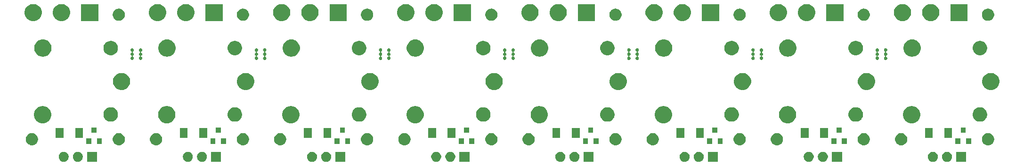
<source format=gbr>
G04 #@! TF.GenerationSoftware,KiCad,Pcbnew,5.1.5-52549c5~86~ubuntu19.10.1*
G04 #@! TF.CreationDate,2020-04-08T23:51:40+02:00*
G04 #@! TF.ProjectId,multi_CH,6d756c74-695f-4434-982e-6b696361645f,rev?*
G04 #@! TF.SameCoordinates,Original*
G04 #@! TF.FileFunction,Soldermask,Top*
G04 #@! TF.FilePolarity,Negative*
%FSLAX46Y46*%
G04 Gerber Fmt 4.6, Leading zero omitted, Abs format (unit mm)*
G04 Created by KiCad (PCBNEW 5.1.5-52549c5~86~ubuntu19.10.1) date 2020-04-08 23:51:40*
%MOMM*%
%LPD*%
G04 APERTURE LIST*
%ADD10C,0.100000*%
G04 APERTURE END LIST*
D10*
G36*
X234547500Y-96913000D02*
G01*
X232745500Y-96913000D01*
X232745500Y-95111000D01*
X234547500Y-95111000D01*
X234547500Y-96913000D01*
G37*
G36*
X145267500Y-96913000D02*
G01*
X143465500Y-96913000D01*
X143465500Y-95111000D01*
X145267500Y-95111000D01*
X145267500Y-96913000D01*
G37*
G36*
X228680012Y-95115927D02*
G01*
X228829312Y-95145624D01*
X228993284Y-95213544D01*
X229140854Y-95312147D01*
X229266353Y-95437646D01*
X229364956Y-95585216D01*
X229432876Y-95749188D01*
X229467500Y-95923259D01*
X229467500Y-96100741D01*
X229432876Y-96274812D01*
X229364956Y-96438784D01*
X229266353Y-96586354D01*
X229140854Y-96711853D01*
X228993284Y-96810456D01*
X228829312Y-96878376D01*
X228680012Y-96908073D01*
X228655242Y-96913000D01*
X228477758Y-96913000D01*
X228452988Y-96908073D01*
X228303688Y-96878376D01*
X228139716Y-96810456D01*
X227992146Y-96711853D01*
X227866647Y-96586354D01*
X227768044Y-96438784D01*
X227700124Y-96274812D01*
X227665500Y-96100741D01*
X227665500Y-95923259D01*
X227700124Y-95749188D01*
X227768044Y-95585216D01*
X227866647Y-95437646D01*
X227992146Y-95312147D01*
X228139716Y-95213544D01*
X228303688Y-95145624D01*
X228452988Y-95115927D01*
X228477758Y-95111000D01*
X228655242Y-95111000D01*
X228680012Y-95115927D01*
G37*
G36*
X212227500Y-96913000D02*
G01*
X210425500Y-96913000D01*
X210425500Y-95111000D01*
X212227500Y-95111000D01*
X212227500Y-96913000D01*
G37*
G36*
X208900012Y-95115927D02*
G01*
X209049312Y-95145624D01*
X209213284Y-95213544D01*
X209360854Y-95312147D01*
X209486353Y-95437646D01*
X209584956Y-95585216D01*
X209652876Y-95749188D01*
X209687500Y-95923259D01*
X209687500Y-96100741D01*
X209652876Y-96274812D01*
X209584956Y-96438784D01*
X209486353Y-96586354D01*
X209360854Y-96711853D01*
X209213284Y-96810456D01*
X209049312Y-96878376D01*
X208900012Y-96908073D01*
X208875242Y-96913000D01*
X208697758Y-96913000D01*
X208672988Y-96908073D01*
X208523688Y-96878376D01*
X208359716Y-96810456D01*
X208212146Y-96711853D01*
X208086647Y-96586354D01*
X207988044Y-96438784D01*
X207920124Y-96274812D01*
X207885500Y-96100741D01*
X207885500Y-95923259D01*
X207920124Y-95749188D01*
X207988044Y-95585216D01*
X208086647Y-95437646D01*
X208212146Y-95312147D01*
X208359716Y-95213544D01*
X208523688Y-95145624D01*
X208672988Y-95115927D01*
X208697758Y-95111000D01*
X208875242Y-95111000D01*
X208900012Y-95115927D01*
G37*
G36*
X206360012Y-95115927D02*
G01*
X206509312Y-95145624D01*
X206673284Y-95213544D01*
X206820854Y-95312147D01*
X206946353Y-95437646D01*
X207044956Y-95585216D01*
X207112876Y-95749188D01*
X207147500Y-95923259D01*
X207147500Y-96100741D01*
X207112876Y-96274812D01*
X207044956Y-96438784D01*
X206946353Y-96586354D01*
X206820854Y-96711853D01*
X206673284Y-96810456D01*
X206509312Y-96878376D01*
X206360012Y-96908073D01*
X206335242Y-96913000D01*
X206157758Y-96913000D01*
X206132988Y-96908073D01*
X205983688Y-96878376D01*
X205819716Y-96810456D01*
X205672146Y-96711853D01*
X205546647Y-96586354D01*
X205448044Y-96438784D01*
X205380124Y-96274812D01*
X205345500Y-96100741D01*
X205345500Y-95923259D01*
X205380124Y-95749188D01*
X205448044Y-95585216D01*
X205546647Y-95437646D01*
X205672146Y-95312147D01*
X205819716Y-95213544D01*
X205983688Y-95145624D01*
X206132988Y-95115927D01*
X206157758Y-95111000D01*
X206335242Y-95111000D01*
X206360012Y-95115927D01*
G37*
G36*
X189907500Y-96913000D02*
G01*
X188105500Y-96913000D01*
X188105500Y-95111000D01*
X189907500Y-95111000D01*
X189907500Y-96913000D01*
G37*
G36*
X186580012Y-95115927D02*
G01*
X186729312Y-95145624D01*
X186893284Y-95213544D01*
X187040854Y-95312147D01*
X187166353Y-95437646D01*
X187264956Y-95585216D01*
X187332876Y-95749188D01*
X187367500Y-95923259D01*
X187367500Y-96100741D01*
X187332876Y-96274812D01*
X187264956Y-96438784D01*
X187166353Y-96586354D01*
X187040854Y-96711853D01*
X186893284Y-96810456D01*
X186729312Y-96878376D01*
X186580012Y-96908073D01*
X186555242Y-96913000D01*
X186377758Y-96913000D01*
X186352988Y-96908073D01*
X186203688Y-96878376D01*
X186039716Y-96810456D01*
X185892146Y-96711853D01*
X185766647Y-96586354D01*
X185668044Y-96438784D01*
X185600124Y-96274812D01*
X185565500Y-96100741D01*
X185565500Y-95923259D01*
X185600124Y-95749188D01*
X185668044Y-95585216D01*
X185766647Y-95437646D01*
X185892146Y-95312147D01*
X186039716Y-95213544D01*
X186203688Y-95145624D01*
X186352988Y-95115927D01*
X186377758Y-95111000D01*
X186555242Y-95111000D01*
X186580012Y-95115927D01*
G37*
G36*
X184040012Y-95115927D02*
G01*
X184189312Y-95145624D01*
X184353284Y-95213544D01*
X184500854Y-95312147D01*
X184626353Y-95437646D01*
X184724956Y-95585216D01*
X184792876Y-95749188D01*
X184827500Y-95923259D01*
X184827500Y-96100741D01*
X184792876Y-96274812D01*
X184724956Y-96438784D01*
X184626353Y-96586354D01*
X184500854Y-96711853D01*
X184353284Y-96810456D01*
X184189312Y-96878376D01*
X184040012Y-96908073D01*
X184015242Y-96913000D01*
X183837758Y-96913000D01*
X183812988Y-96908073D01*
X183663688Y-96878376D01*
X183499716Y-96810456D01*
X183352146Y-96711853D01*
X183226647Y-96586354D01*
X183128044Y-96438784D01*
X183060124Y-96274812D01*
X183025500Y-96100741D01*
X183025500Y-95923259D01*
X183060124Y-95749188D01*
X183128044Y-95585216D01*
X183226647Y-95437646D01*
X183352146Y-95312147D01*
X183499716Y-95213544D01*
X183663688Y-95145624D01*
X183812988Y-95115927D01*
X183837758Y-95111000D01*
X184015242Y-95111000D01*
X184040012Y-95115927D01*
G37*
G36*
X167587500Y-96913000D02*
G01*
X165785500Y-96913000D01*
X165785500Y-95111000D01*
X167587500Y-95111000D01*
X167587500Y-96913000D01*
G37*
G36*
X164260012Y-95115927D02*
G01*
X164409312Y-95145624D01*
X164573284Y-95213544D01*
X164720854Y-95312147D01*
X164846353Y-95437646D01*
X164944956Y-95585216D01*
X165012876Y-95749188D01*
X165047500Y-95923259D01*
X165047500Y-96100741D01*
X165012876Y-96274812D01*
X164944956Y-96438784D01*
X164846353Y-96586354D01*
X164720854Y-96711853D01*
X164573284Y-96810456D01*
X164409312Y-96878376D01*
X164260012Y-96908073D01*
X164235242Y-96913000D01*
X164057758Y-96913000D01*
X164032988Y-96908073D01*
X163883688Y-96878376D01*
X163719716Y-96810456D01*
X163572146Y-96711853D01*
X163446647Y-96586354D01*
X163348044Y-96438784D01*
X163280124Y-96274812D01*
X163245500Y-96100741D01*
X163245500Y-95923259D01*
X163280124Y-95749188D01*
X163348044Y-95585216D01*
X163446647Y-95437646D01*
X163572146Y-95312147D01*
X163719716Y-95213544D01*
X163883688Y-95145624D01*
X164032988Y-95115927D01*
X164057758Y-95111000D01*
X164235242Y-95111000D01*
X164260012Y-95115927D01*
G37*
G36*
X161720012Y-95115927D02*
G01*
X161869312Y-95145624D01*
X162033284Y-95213544D01*
X162180854Y-95312147D01*
X162306353Y-95437646D01*
X162404956Y-95585216D01*
X162472876Y-95749188D01*
X162507500Y-95923259D01*
X162507500Y-96100741D01*
X162472876Y-96274812D01*
X162404956Y-96438784D01*
X162306353Y-96586354D01*
X162180854Y-96711853D01*
X162033284Y-96810456D01*
X161869312Y-96878376D01*
X161720012Y-96908073D01*
X161695242Y-96913000D01*
X161517758Y-96913000D01*
X161492988Y-96908073D01*
X161343688Y-96878376D01*
X161179716Y-96810456D01*
X161032146Y-96711853D01*
X160906647Y-96586354D01*
X160808044Y-96438784D01*
X160740124Y-96274812D01*
X160705500Y-96100741D01*
X160705500Y-95923259D01*
X160740124Y-95749188D01*
X160808044Y-95585216D01*
X160906647Y-95437646D01*
X161032146Y-95312147D01*
X161179716Y-95213544D01*
X161343688Y-95145624D01*
X161492988Y-95115927D01*
X161517758Y-95111000D01*
X161695242Y-95111000D01*
X161720012Y-95115927D01*
G37*
G36*
X231220012Y-95115927D02*
G01*
X231369312Y-95145624D01*
X231533284Y-95213544D01*
X231680854Y-95312147D01*
X231806353Y-95437646D01*
X231904956Y-95585216D01*
X231972876Y-95749188D01*
X232007500Y-95923259D01*
X232007500Y-96100741D01*
X231972876Y-96274812D01*
X231904956Y-96438784D01*
X231806353Y-96586354D01*
X231680854Y-96711853D01*
X231533284Y-96810456D01*
X231369312Y-96878376D01*
X231220012Y-96908073D01*
X231195242Y-96913000D01*
X231017758Y-96913000D01*
X230992988Y-96908073D01*
X230843688Y-96878376D01*
X230679716Y-96810456D01*
X230532146Y-96711853D01*
X230406647Y-96586354D01*
X230308044Y-96438784D01*
X230240124Y-96274812D01*
X230205500Y-96100741D01*
X230205500Y-95923259D01*
X230240124Y-95749188D01*
X230308044Y-95585216D01*
X230406647Y-95437646D01*
X230532146Y-95312147D01*
X230679716Y-95213544D01*
X230843688Y-95145624D01*
X230992988Y-95115927D01*
X231017758Y-95111000D01*
X231195242Y-95111000D01*
X231220012Y-95115927D01*
G37*
G36*
X139400012Y-95115927D02*
G01*
X139549312Y-95145624D01*
X139713284Y-95213544D01*
X139860854Y-95312147D01*
X139986353Y-95437646D01*
X140084956Y-95585216D01*
X140152876Y-95749188D01*
X140187500Y-95923259D01*
X140187500Y-96100741D01*
X140152876Y-96274812D01*
X140084956Y-96438784D01*
X139986353Y-96586354D01*
X139860854Y-96711853D01*
X139713284Y-96810456D01*
X139549312Y-96878376D01*
X139400012Y-96908073D01*
X139375242Y-96913000D01*
X139197758Y-96913000D01*
X139172988Y-96908073D01*
X139023688Y-96878376D01*
X138859716Y-96810456D01*
X138712146Y-96711853D01*
X138586647Y-96586354D01*
X138488044Y-96438784D01*
X138420124Y-96274812D01*
X138385500Y-96100741D01*
X138385500Y-95923259D01*
X138420124Y-95749188D01*
X138488044Y-95585216D01*
X138586647Y-95437646D01*
X138712146Y-95312147D01*
X138859716Y-95213544D01*
X139023688Y-95145624D01*
X139172988Y-95115927D01*
X139197758Y-95111000D01*
X139375242Y-95111000D01*
X139400012Y-95115927D01*
G37*
G36*
X141940012Y-95115927D02*
G01*
X142089312Y-95145624D01*
X142253284Y-95213544D01*
X142400854Y-95312147D01*
X142526353Y-95437646D01*
X142624956Y-95585216D01*
X142692876Y-95749188D01*
X142727500Y-95923259D01*
X142727500Y-96100741D01*
X142692876Y-96274812D01*
X142624956Y-96438784D01*
X142526353Y-96586354D01*
X142400854Y-96711853D01*
X142253284Y-96810456D01*
X142089312Y-96878376D01*
X141940012Y-96908073D01*
X141915242Y-96913000D01*
X141737758Y-96913000D01*
X141712988Y-96908073D01*
X141563688Y-96878376D01*
X141399716Y-96810456D01*
X141252146Y-96711853D01*
X141126647Y-96586354D01*
X141028044Y-96438784D01*
X140960124Y-96274812D01*
X140925500Y-96100741D01*
X140925500Y-95923259D01*
X140960124Y-95749188D01*
X141028044Y-95585216D01*
X141126647Y-95437646D01*
X141252146Y-95312147D01*
X141399716Y-95213544D01*
X141563688Y-95145624D01*
X141712988Y-95115927D01*
X141737758Y-95111000D01*
X141915242Y-95111000D01*
X141940012Y-95115927D01*
G37*
G36*
X78307500Y-96913000D02*
G01*
X76505500Y-96913000D01*
X76505500Y-95111000D01*
X78307500Y-95111000D01*
X78307500Y-96913000D01*
G37*
G36*
X74980012Y-95115927D02*
G01*
X75129312Y-95145624D01*
X75293284Y-95213544D01*
X75440854Y-95312147D01*
X75566353Y-95437646D01*
X75664956Y-95585216D01*
X75732876Y-95749188D01*
X75767500Y-95923259D01*
X75767500Y-96100741D01*
X75732876Y-96274812D01*
X75664956Y-96438784D01*
X75566353Y-96586354D01*
X75440854Y-96711853D01*
X75293284Y-96810456D01*
X75129312Y-96878376D01*
X74980012Y-96908073D01*
X74955242Y-96913000D01*
X74777758Y-96913000D01*
X74752988Y-96908073D01*
X74603688Y-96878376D01*
X74439716Y-96810456D01*
X74292146Y-96711853D01*
X74166647Y-96586354D01*
X74068044Y-96438784D01*
X74000124Y-96274812D01*
X73965500Y-96100741D01*
X73965500Y-95923259D01*
X74000124Y-95749188D01*
X74068044Y-95585216D01*
X74166647Y-95437646D01*
X74292146Y-95312147D01*
X74439716Y-95213544D01*
X74603688Y-95145624D01*
X74752988Y-95115927D01*
X74777758Y-95111000D01*
X74955242Y-95111000D01*
X74980012Y-95115927D01*
G37*
G36*
X72440012Y-95115927D02*
G01*
X72589312Y-95145624D01*
X72753284Y-95213544D01*
X72900854Y-95312147D01*
X73026353Y-95437646D01*
X73124956Y-95585216D01*
X73192876Y-95749188D01*
X73227500Y-95923259D01*
X73227500Y-96100741D01*
X73192876Y-96274812D01*
X73124956Y-96438784D01*
X73026353Y-96586354D01*
X72900854Y-96711853D01*
X72753284Y-96810456D01*
X72589312Y-96878376D01*
X72440012Y-96908073D01*
X72415242Y-96913000D01*
X72237758Y-96913000D01*
X72212988Y-96908073D01*
X72063688Y-96878376D01*
X71899716Y-96810456D01*
X71752146Y-96711853D01*
X71626647Y-96586354D01*
X71528044Y-96438784D01*
X71460124Y-96274812D01*
X71425500Y-96100741D01*
X71425500Y-95923259D01*
X71460124Y-95749188D01*
X71528044Y-95585216D01*
X71626647Y-95437646D01*
X71752146Y-95312147D01*
X71899716Y-95213544D01*
X72063688Y-95145624D01*
X72212988Y-95115927D01*
X72237758Y-95111000D01*
X72415242Y-95111000D01*
X72440012Y-95115927D01*
G37*
G36*
X94760012Y-95115927D02*
G01*
X94909312Y-95145624D01*
X95073284Y-95213544D01*
X95220854Y-95312147D01*
X95346353Y-95437646D01*
X95444956Y-95585216D01*
X95512876Y-95749188D01*
X95547500Y-95923259D01*
X95547500Y-96100741D01*
X95512876Y-96274812D01*
X95444956Y-96438784D01*
X95346353Y-96586354D01*
X95220854Y-96711853D01*
X95073284Y-96810456D01*
X94909312Y-96878376D01*
X94760012Y-96908073D01*
X94735242Y-96913000D01*
X94557758Y-96913000D01*
X94532988Y-96908073D01*
X94383688Y-96878376D01*
X94219716Y-96810456D01*
X94072146Y-96711853D01*
X93946647Y-96586354D01*
X93848044Y-96438784D01*
X93780124Y-96274812D01*
X93745500Y-96100741D01*
X93745500Y-95923259D01*
X93780124Y-95749188D01*
X93848044Y-95585216D01*
X93946647Y-95437646D01*
X94072146Y-95312147D01*
X94219716Y-95213544D01*
X94383688Y-95145624D01*
X94532988Y-95115927D01*
X94557758Y-95111000D01*
X94735242Y-95111000D01*
X94760012Y-95115927D01*
G37*
G36*
X100627500Y-96913000D02*
G01*
X98825500Y-96913000D01*
X98825500Y-95111000D01*
X100627500Y-95111000D01*
X100627500Y-96913000D01*
G37*
G36*
X117080012Y-95115927D02*
G01*
X117229312Y-95145624D01*
X117393284Y-95213544D01*
X117540854Y-95312147D01*
X117666353Y-95437646D01*
X117764956Y-95585216D01*
X117832876Y-95749188D01*
X117867500Y-95923259D01*
X117867500Y-96100741D01*
X117832876Y-96274812D01*
X117764956Y-96438784D01*
X117666353Y-96586354D01*
X117540854Y-96711853D01*
X117393284Y-96810456D01*
X117229312Y-96878376D01*
X117080012Y-96908073D01*
X117055242Y-96913000D01*
X116877758Y-96913000D01*
X116852988Y-96908073D01*
X116703688Y-96878376D01*
X116539716Y-96810456D01*
X116392146Y-96711853D01*
X116266647Y-96586354D01*
X116168044Y-96438784D01*
X116100124Y-96274812D01*
X116065500Y-96100741D01*
X116065500Y-95923259D01*
X116100124Y-95749188D01*
X116168044Y-95585216D01*
X116266647Y-95437646D01*
X116392146Y-95312147D01*
X116539716Y-95213544D01*
X116703688Y-95145624D01*
X116852988Y-95115927D01*
X116877758Y-95111000D01*
X117055242Y-95111000D01*
X117080012Y-95115927D01*
G37*
G36*
X119620012Y-95115927D02*
G01*
X119769312Y-95145624D01*
X119933284Y-95213544D01*
X120080854Y-95312147D01*
X120206353Y-95437646D01*
X120304956Y-95585216D01*
X120372876Y-95749188D01*
X120407500Y-95923259D01*
X120407500Y-96100741D01*
X120372876Y-96274812D01*
X120304956Y-96438784D01*
X120206353Y-96586354D01*
X120080854Y-96711853D01*
X119933284Y-96810456D01*
X119769312Y-96878376D01*
X119620012Y-96908073D01*
X119595242Y-96913000D01*
X119417758Y-96913000D01*
X119392988Y-96908073D01*
X119243688Y-96878376D01*
X119079716Y-96810456D01*
X118932146Y-96711853D01*
X118806647Y-96586354D01*
X118708044Y-96438784D01*
X118640124Y-96274812D01*
X118605500Y-96100741D01*
X118605500Y-95923259D01*
X118640124Y-95749188D01*
X118708044Y-95585216D01*
X118806647Y-95437646D01*
X118932146Y-95312147D01*
X119079716Y-95213544D01*
X119243688Y-95145624D01*
X119392988Y-95115927D01*
X119417758Y-95111000D01*
X119595242Y-95111000D01*
X119620012Y-95115927D01*
G37*
G36*
X122947500Y-96913000D02*
G01*
X121145500Y-96913000D01*
X121145500Y-95111000D01*
X122947500Y-95111000D01*
X122947500Y-96913000D01*
G37*
G36*
X97300012Y-95115927D02*
G01*
X97449312Y-95145624D01*
X97613284Y-95213544D01*
X97760854Y-95312147D01*
X97886353Y-95437646D01*
X97984956Y-95585216D01*
X98052876Y-95749188D01*
X98087500Y-95923259D01*
X98087500Y-96100741D01*
X98052876Y-96274812D01*
X97984956Y-96438784D01*
X97886353Y-96586354D01*
X97760854Y-96711853D01*
X97613284Y-96810456D01*
X97449312Y-96878376D01*
X97300012Y-96908073D01*
X97275242Y-96913000D01*
X97097758Y-96913000D01*
X97072988Y-96908073D01*
X96923688Y-96878376D01*
X96759716Y-96810456D01*
X96612146Y-96711853D01*
X96486647Y-96586354D01*
X96388044Y-96438784D01*
X96320124Y-96274812D01*
X96285500Y-96100741D01*
X96285500Y-95923259D01*
X96320124Y-95749188D01*
X96388044Y-95585216D01*
X96486647Y-95437646D01*
X96612146Y-95312147D01*
X96759716Y-95213544D01*
X96923688Y-95145624D01*
X97072988Y-95115927D01*
X97097758Y-95111000D01*
X97275242Y-95111000D01*
X97300012Y-95115927D01*
G37*
G36*
X194047294Y-91757155D02*
G01*
X194153650Y-91778311D01*
X194354020Y-91861307D01*
X194534344Y-91981795D01*
X194687705Y-92135156D01*
X194808193Y-92315480D01*
X194891189Y-92515851D01*
X194933500Y-92728560D01*
X194933500Y-92945440D01*
X194891189Y-93158149D01*
X194808193Y-93358520D01*
X194687705Y-93538844D01*
X194534344Y-93692205D01*
X194354020Y-93812693D01*
X194253834Y-93854191D01*
X194153650Y-93895689D01*
X194047295Y-93916844D01*
X193940940Y-93938000D01*
X193724060Y-93938000D01*
X193617705Y-93916844D01*
X193511350Y-93895689D01*
X193310980Y-93812693D01*
X193130656Y-93692205D01*
X192977295Y-93538844D01*
X192856807Y-93358520D01*
X192773811Y-93158149D01*
X192731500Y-92945440D01*
X192731500Y-92728560D01*
X192773811Y-92515851D01*
X192856807Y-92315480D01*
X192977295Y-92135156D01*
X193130656Y-91981795D01*
X193310980Y-91861307D01*
X193511350Y-91778311D01*
X193617706Y-91757155D01*
X193724060Y-91736000D01*
X193940940Y-91736000D01*
X194047294Y-91757155D01*
G37*
G36*
X178426294Y-91757155D02*
G01*
X178532650Y-91778311D01*
X178733020Y-91861307D01*
X178913344Y-91981795D01*
X179066705Y-92135156D01*
X179187193Y-92315480D01*
X179270189Y-92515851D01*
X179312500Y-92728560D01*
X179312500Y-92945440D01*
X179270189Y-93158149D01*
X179187193Y-93358520D01*
X179066705Y-93538844D01*
X178913344Y-93692205D01*
X178733020Y-93812693D01*
X178632834Y-93854191D01*
X178532650Y-93895689D01*
X178426295Y-93916844D01*
X178319940Y-93938000D01*
X178103060Y-93938000D01*
X177996705Y-93916844D01*
X177890350Y-93895689D01*
X177689980Y-93812693D01*
X177509656Y-93692205D01*
X177356295Y-93538844D01*
X177235807Y-93358520D01*
X177152811Y-93158149D01*
X177110500Y-92945440D01*
X177110500Y-92728560D01*
X177152811Y-92515851D01*
X177235807Y-92315480D01*
X177356295Y-92135156D01*
X177509656Y-91981795D01*
X177689980Y-91861307D01*
X177890350Y-91778311D01*
X177996706Y-91757155D01*
X178103060Y-91736000D01*
X178319940Y-91736000D01*
X178426294Y-91757155D01*
G37*
G36*
X156106294Y-91757155D02*
G01*
X156212650Y-91778311D01*
X156413020Y-91861307D01*
X156593344Y-91981795D01*
X156746705Y-92135156D01*
X156867193Y-92315480D01*
X156950189Y-92515851D01*
X156992500Y-92728560D01*
X156992500Y-92945440D01*
X156950189Y-93158149D01*
X156867193Y-93358520D01*
X156746705Y-93538844D01*
X156593344Y-93692205D01*
X156413020Y-93812693D01*
X156312834Y-93854191D01*
X156212650Y-93895689D01*
X156106295Y-93916844D01*
X155999940Y-93938000D01*
X155783060Y-93938000D01*
X155676705Y-93916844D01*
X155570350Y-93895689D01*
X155369980Y-93812693D01*
X155189656Y-93692205D01*
X155036295Y-93538844D01*
X154915807Y-93358520D01*
X154832811Y-93158149D01*
X154790500Y-92945440D01*
X154790500Y-92728560D01*
X154832811Y-92515851D01*
X154915807Y-92315480D01*
X155036295Y-92135156D01*
X155189656Y-91981795D01*
X155369980Y-91861307D01*
X155570350Y-91778311D01*
X155676706Y-91757155D01*
X155783060Y-91736000D01*
X155999940Y-91736000D01*
X156106294Y-91757155D01*
G37*
G36*
X133786294Y-91757155D02*
G01*
X133892650Y-91778311D01*
X134093020Y-91861307D01*
X134273344Y-91981795D01*
X134426705Y-92135156D01*
X134547193Y-92315480D01*
X134630189Y-92515851D01*
X134672500Y-92728560D01*
X134672500Y-92945440D01*
X134630189Y-93158149D01*
X134547193Y-93358520D01*
X134426705Y-93538844D01*
X134273344Y-93692205D01*
X134093020Y-93812693D01*
X133992834Y-93854191D01*
X133892650Y-93895689D01*
X133786295Y-93916844D01*
X133679940Y-93938000D01*
X133463060Y-93938000D01*
X133356705Y-93916844D01*
X133250350Y-93895689D01*
X133049980Y-93812693D01*
X132869656Y-93692205D01*
X132716295Y-93538844D01*
X132595807Y-93358520D01*
X132512811Y-93158149D01*
X132470500Y-92945440D01*
X132470500Y-92728560D01*
X132512811Y-92515851D01*
X132595807Y-92315480D01*
X132716295Y-92135156D01*
X132869656Y-91981795D01*
X133049980Y-91861307D01*
X133250350Y-91778311D01*
X133356706Y-91757155D01*
X133463060Y-91736000D01*
X133679940Y-91736000D01*
X133786294Y-91757155D01*
G37*
G36*
X111466294Y-91757155D02*
G01*
X111572650Y-91778311D01*
X111773020Y-91861307D01*
X111953344Y-91981795D01*
X112106705Y-92135156D01*
X112227193Y-92315480D01*
X112310189Y-92515851D01*
X112352500Y-92728560D01*
X112352500Y-92945440D01*
X112310189Y-93158149D01*
X112227193Y-93358520D01*
X112106705Y-93538844D01*
X111953344Y-93692205D01*
X111773020Y-93812693D01*
X111672834Y-93854191D01*
X111572650Y-93895689D01*
X111466295Y-93916844D01*
X111359940Y-93938000D01*
X111143060Y-93938000D01*
X111036705Y-93916844D01*
X110930350Y-93895689D01*
X110729980Y-93812693D01*
X110549656Y-93692205D01*
X110396295Y-93538844D01*
X110275807Y-93358520D01*
X110192811Y-93158149D01*
X110150500Y-92945440D01*
X110150500Y-92728560D01*
X110192811Y-92515851D01*
X110275807Y-92315480D01*
X110396295Y-92135156D01*
X110549656Y-91981795D01*
X110729980Y-91861307D01*
X110930350Y-91778311D01*
X111036706Y-91757155D01*
X111143060Y-91736000D01*
X111359940Y-91736000D01*
X111466294Y-91757155D01*
G37*
G36*
X89146294Y-91757155D02*
G01*
X89252650Y-91778311D01*
X89453020Y-91861307D01*
X89633344Y-91981795D01*
X89786705Y-92135156D01*
X89907193Y-92315480D01*
X89990189Y-92515851D01*
X90032500Y-92728560D01*
X90032500Y-92945440D01*
X89990189Y-93158149D01*
X89907193Y-93358520D01*
X89786705Y-93538844D01*
X89633344Y-93692205D01*
X89453020Y-93812693D01*
X89352834Y-93854191D01*
X89252650Y-93895689D01*
X89146295Y-93916844D01*
X89039940Y-93938000D01*
X88823060Y-93938000D01*
X88716705Y-93916844D01*
X88610350Y-93895689D01*
X88409980Y-93812693D01*
X88229656Y-93692205D01*
X88076295Y-93538844D01*
X87955807Y-93358520D01*
X87872811Y-93158149D01*
X87830500Y-92945440D01*
X87830500Y-92728560D01*
X87872811Y-92515851D01*
X87955807Y-92315480D01*
X88076295Y-92135156D01*
X88229656Y-91981795D01*
X88409980Y-91861307D01*
X88610350Y-91778311D01*
X88716706Y-91757155D01*
X88823060Y-91736000D01*
X89039940Y-91736000D01*
X89146294Y-91757155D01*
G37*
G36*
X216367294Y-91757155D02*
G01*
X216473650Y-91778311D01*
X216674020Y-91861307D01*
X216854344Y-91981795D01*
X217007705Y-92135156D01*
X217128193Y-92315480D01*
X217211189Y-92515851D01*
X217253500Y-92728560D01*
X217253500Y-92945440D01*
X217211189Y-93158149D01*
X217128193Y-93358520D01*
X217007705Y-93538844D01*
X216854344Y-93692205D01*
X216674020Y-93812693D01*
X216573834Y-93854191D01*
X216473650Y-93895689D01*
X216367295Y-93916844D01*
X216260940Y-93938000D01*
X216044060Y-93938000D01*
X215937705Y-93916844D01*
X215831350Y-93895689D01*
X215630980Y-93812693D01*
X215450656Y-93692205D01*
X215297295Y-93538844D01*
X215176807Y-93358520D01*
X215093811Y-93158149D01*
X215051500Y-92945440D01*
X215051500Y-92728560D01*
X215093811Y-92515851D01*
X215176807Y-92315480D01*
X215297295Y-92135156D01*
X215450656Y-91981795D01*
X215630980Y-91861307D01*
X215831350Y-91778311D01*
X215937706Y-91757155D01*
X216044060Y-91736000D01*
X216260940Y-91736000D01*
X216367294Y-91757155D01*
G37*
G36*
X200746294Y-91757155D02*
G01*
X200852650Y-91778311D01*
X201053020Y-91861307D01*
X201233344Y-91981795D01*
X201386705Y-92135156D01*
X201507193Y-92315480D01*
X201590189Y-92515851D01*
X201632500Y-92728560D01*
X201632500Y-92945440D01*
X201590189Y-93158149D01*
X201507193Y-93358520D01*
X201386705Y-93538844D01*
X201233344Y-93692205D01*
X201053020Y-93812693D01*
X200952834Y-93854191D01*
X200852650Y-93895689D01*
X200746295Y-93916844D01*
X200639940Y-93938000D01*
X200423060Y-93938000D01*
X200316705Y-93916844D01*
X200210350Y-93895689D01*
X200009980Y-93812693D01*
X199829656Y-93692205D01*
X199676295Y-93538844D01*
X199555807Y-93358520D01*
X199472811Y-93158149D01*
X199430500Y-92945440D01*
X199430500Y-92728560D01*
X199472811Y-92515851D01*
X199555807Y-92315480D01*
X199676295Y-92135156D01*
X199829656Y-91981795D01*
X200009980Y-91861307D01*
X200210350Y-91778311D01*
X200316706Y-91757155D01*
X200423060Y-91736000D01*
X200639940Y-91736000D01*
X200746294Y-91757155D01*
G37*
G36*
X238687294Y-91757155D02*
G01*
X238793650Y-91778311D01*
X238994020Y-91861307D01*
X239174344Y-91981795D01*
X239327705Y-92135156D01*
X239448193Y-92315480D01*
X239531189Y-92515851D01*
X239573500Y-92728560D01*
X239573500Y-92945440D01*
X239531189Y-93158149D01*
X239448193Y-93358520D01*
X239327705Y-93538844D01*
X239174344Y-93692205D01*
X238994020Y-93812693D01*
X238893834Y-93854191D01*
X238793650Y-93895689D01*
X238687295Y-93916844D01*
X238580940Y-93938000D01*
X238364060Y-93938000D01*
X238257705Y-93916844D01*
X238151350Y-93895689D01*
X237950980Y-93812693D01*
X237770656Y-93692205D01*
X237617295Y-93538844D01*
X237496807Y-93358520D01*
X237413811Y-93158149D01*
X237371500Y-92945440D01*
X237371500Y-92728560D01*
X237413811Y-92515851D01*
X237496807Y-92315480D01*
X237617295Y-92135156D01*
X237770656Y-91981795D01*
X237950980Y-91861307D01*
X238151350Y-91778311D01*
X238257706Y-91757155D01*
X238364060Y-91736000D01*
X238580940Y-91736000D01*
X238687294Y-91757155D01*
G37*
G36*
X82447294Y-91757155D02*
G01*
X82553650Y-91778311D01*
X82754020Y-91861307D01*
X82934344Y-91981795D01*
X83087705Y-92135156D01*
X83208193Y-92315480D01*
X83291189Y-92515851D01*
X83333500Y-92728560D01*
X83333500Y-92945440D01*
X83291189Y-93158149D01*
X83208193Y-93358520D01*
X83087705Y-93538844D01*
X82934344Y-93692205D01*
X82754020Y-93812693D01*
X82653834Y-93854191D01*
X82553650Y-93895689D01*
X82447295Y-93916844D01*
X82340940Y-93938000D01*
X82124060Y-93938000D01*
X82017705Y-93916844D01*
X81911350Y-93895689D01*
X81710980Y-93812693D01*
X81530656Y-93692205D01*
X81377295Y-93538844D01*
X81256807Y-93358520D01*
X81173811Y-93158149D01*
X81131500Y-92945440D01*
X81131500Y-92728560D01*
X81173811Y-92515851D01*
X81256807Y-92315480D01*
X81377295Y-92135156D01*
X81530656Y-91981795D01*
X81710980Y-91861307D01*
X81911350Y-91778311D01*
X82017706Y-91757155D01*
X82124060Y-91736000D01*
X82340940Y-91736000D01*
X82447294Y-91757155D01*
G37*
G36*
X66826294Y-91757155D02*
G01*
X66932650Y-91778311D01*
X67133020Y-91861307D01*
X67313344Y-91981795D01*
X67466705Y-92135156D01*
X67587193Y-92315480D01*
X67670189Y-92515851D01*
X67712500Y-92728560D01*
X67712500Y-92945440D01*
X67670189Y-93158149D01*
X67587193Y-93358520D01*
X67466705Y-93538844D01*
X67313344Y-93692205D01*
X67133020Y-93812693D01*
X67032834Y-93854191D01*
X66932650Y-93895689D01*
X66826295Y-93916844D01*
X66719940Y-93938000D01*
X66503060Y-93938000D01*
X66396705Y-93916844D01*
X66290350Y-93895689D01*
X66089980Y-93812693D01*
X65909656Y-93692205D01*
X65756295Y-93538844D01*
X65635807Y-93358520D01*
X65552811Y-93158149D01*
X65510500Y-92945440D01*
X65510500Y-92728560D01*
X65552811Y-92515851D01*
X65635807Y-92315480D01*
X65756295Y-92135156D01*
X65909656Y-91981795D01*
X66089980Y-91861307D01*
X66290350Y-91778311D01*
X66396706Y-91757155D01*
X66503060Y-91736000D01*
X66719940Y-91736000D01*
X66826294Y-91757155D01*
G37*
G36*
X104767294Y-91757155D02*
G01*
X104873650Y-91778311D01*
X105074020Y-91861307D01*
X105254344Y-91981795D01*
X105407705Y-92135156D01*
X105528193Y-92315480D01*
X105611189Y-92515851D01*
X105653500Y-92728560D01*
X105653500Y-92945440D01*
X105611189Y-93158149D01*
X105528193Y-93358520D01*
X105407705Y-93538844D01*
X105254344Y-93692205D01*
X105074020Y-93812693D01*
X104973834Y-93854191D01*
X104873650Y-93895689D01*
X104767295Y-93916844D01*
X104660940Y-93938000D01*
X104444060Y-93938000D01*
X104337705Y-93916844D01*
X104231350Y-93895689D01*
X104030980Y-93812693D01*
X103850656Y-93692205D01*
X103697295Y-93538844D01*
X103576807Y-93358520D01*
X103493811Y-93158149D01*
X103451500Y-92945440D01*
X103451500Y-92728560D01*
X103493811Y-92515851D01*
X103576807Y-92315480D01*
X103697295Y-92135156D01*
X103850656Y-91981795D01*
X104030980Y-91861307D01*
X104231350Y-91778311D01*
X104337706Y-91757155D01*
X104444060Y-91736000D01*
X104660940Y-91736000D01*
X104767294Y-91757155D01*
G37*
G36*
X223066294Y-91757155D02*
G01*
X223172650Y-91778311D01*
X223373020Y-91861307D01*
X223553344Y-91981795D01*
X223706705Y-92135156D01*
X223827193Y-92315480D01*
X223910189Y-92515851D01*
X223952500Y-92728560D01*
X223952500Y-92945440D01*
X223910189Y-93158149D01*
X223827193Y-93358520D01*
X223706705Y-93538844D01*
X223553344Y-93692205D01*
X223373020Y-93812693D01*
X223272834Y-93854191D01*
X223172650Y-93895689D01*
X223066295Y-93916844D01*
X222959940Y-93938000D01*
X222743060Y-93938000D01*
X222636705Y-93916844D01*
X222530350Y-93895689D01*
X222329980Y-93812693D01*
X222149656Y-93692205D01*
X221996295Y-93538844D01*
X221875807Y-93358520D01*
X221792811Y-93158149D01*
X221750500Y-92945440D01*
X221750500Y-92728560D01*
X221792811Y-92515851D01*
X221875807Y-92315480D01*
X221996295Y-92135156D01*
X222149656Y-91981795D01*
X222329980Y-91861307D01*
X222530350Y-91778311D01*
X222636706Y-91757155D01*
X222743060Y-91736000D01*
X222959940Y-91736000D01*
X223066294Y-91757155D01*
G37*
G36*
X149407294Y-91757155D02*
G01*
X149513650Y-91778311D01*
X149714020Y-91861307D01*
X149894344Y-91981795D01*
X150047705Y-92135156D01*
X150168193Y-92315480D01*
X150251189Y-92515851D01*
X150293500Y-92728560D01*
X150293500Y-92945440D01*
X150251189Y-93158149D01*
X150168193Y-93358520D01*
X150047705Y-93538844D01*
X149894344Y-93692205D01*
X149714020Y-93812693D01*
X149613834Y-93854191D01*
X149513650Y-93895689D01*
X149407295Y-93916844D01*
X149300940Y-93938000D01*
X149084060Y-93938000D01*
X148977705Y-93916844D01*
X148871350Y-93895689D01*
X148670980Y-93812693D01*
X148490656Y-93692205D01*
X148337295Y-93538844D01*
X148216807Y-93358520D01*
X148133811Y-93158149D01*
X148091500Y-92945440D01*
X148091500Y-92728560D01*
X148133811Y-92515851D01*
X148216807Y-92315480D01*
X148337295Y-92135156D01*
X148490656Y-91981795D01*
X148670980Y-91861307D01*
X148871350Y-91778311D01*
X148977706Y-91757155D01*
X149084060Y-91736000D01*
X149300940Y-91736000D01*
X149407294Y-91757155D01*
G37*
G36*
X127087294Y-91757155D02*
G01*
X127193650Y-91778311D01*
X127394020Y-91861307D01*
X127574344Y-91981795D01*
X127727705Y-92135156D01*
X127848193Y-92315480D01*
X127931189Y-92515851D01*
X127973500Y-92728560D01*
X127973500Y-92945440D01*
X127931189Y-93158149D01*
X127848193Y-93358520D01*
X127727705Y-93538844D01*
X127574344Y-93692205D01*
X127394020Y-93812693D01*
X127293834Y-93854191D01*
X127193650Y-93895689D01*
X127087295Y-93916844D01*
X126980940Y-93938000D01*
X126764060Y-93938000D01*
X126657705Y-93916844D01*
X126551350Y-93895689D01*
X126350980Y-93812693D01*
X126170656Y-93692205D01*
X126017295Y-93538844D01*
X125896807Y-93358520D01*
X125813811Y-93158149D01*
X125771500Y-92945440D01*
X125771500Y-92728560D01*
X125813811Y-92515851D01*
X125896807Y-92315480D01*
X126017295Y-92135156D01*
X126170656Y-91981795D01*
X126350980Y-91861307D01*
X126551350Y-91778311D01*
X126657706Y-91757155D01*
X126764060Y-91736000D01*
X126980940Y-91736000D01*
X127087294Y-91757155D01*
G37*
G36*
X171727294Y-91757155D02*
G01*
X171833650Y-91778311D01*
X172034020Y-91861307D01*
X172214344Y-91981795D01*
X172367705Y-92135156D01*
X172488193Y-92315480D01*
X172571189Y-92515851D01*
X172613500Y-92728560D01*
X172613500Y-92945440D01*
X172571189Y-93158149D01*
X172488193Y-93358520D01*
X172367705Y-93538844D01*
X172214344Y-93692205D01*
X172034020Y-93812693D01*
X171933834Y-93854191D01*
X171833650Y-93895689D01*
X171727295Y-93916844D01*
X171620940Y-93938000D01*
X171404060Y-93938000D01*
X171297705Y-93916844D01*
X171191350Y-93895689D01*
X170990980Y-93812693D01*
X170810656Y-93692205D01*
X170657295Y-93538844D01*
X170536807Y-93358520D01*
X170453811Y-93158149D01*
X170411500Y-92945440D01*
X170411500Y-92728560D01*
X170453811Y-92515851D01*
X170536807Y-92315480D01*
X170657295Y-92135156D01*
X170810656Y-91981795D01*
X170990980Y-91861307D01*
X171191350Y-91778311D01*
X171297706Y-91757155D01*
X171404060Y-91736000D01*
X171620940Y-91736000D01*
X171727294Y-91757155D01*
G37*
G36*
X79188500Y-93703000D02*
G01*
X78286500Y-93703000D01*
X78286500Y-92701000D01*
X79188500Y-92701000D01*
X79188500Y-93703000D01*
G37*
G36*
X77288500Y-93703000D02*
G01*
X76386500Y-93703000D01*
X76386500Y-92701000D01*
X77288500Y-92701000D01*
X77288500Y-93703000D01*
G37*
G36*
X190788500Y-93703000D02*
G01*
X189886500Y-93703000D01*
X189886500Y-92701000D01*
X190788500Y-92701000D01*
X190788500Y-93703000D01*
G37*
G36*
X188888500Y-93703000D02*
G01*
X187986500Y-93703000D01*
X187986500Y-92701000D01*
X188888500Y-92701000D01*
X188888500Y-93703000D01*
G37*
G36*
X168468500Y-93703000D02*
G01*
X167566500Y-93703000D01*
X167566500Y-92701000D01*
X168468500Y-92701000D01*
X168468500Y-93703000D01*
G37*
G36*
X166568500Y-93703000D02*
G01*
X165666500Y-93703000D01*
X165666500Y-92701000D01*
X166568500Y-92701000D01*
X166568500Y-93703000D01*
G37*
G36*
X146148500Y-93703000D02*
G01*
X145246500Y-93703000D01*
X145246500Y-92701000D01*
X146148500Y-92701000D01*
X146148500Y-93703000D01*
G37*
G36*
X144248500Y-93703000D02*
G01*
X143346500Y-93703000D01*
X143346500Y-92701000D01*
X144248500Y-92701000D01*
X144248500Y-93703000D01*
G37*
G36*
X121928500Y-93703000D02*
G01*
X121026500Y-93703000D01*
X121026500Y-92701000D01*
X121928500Y-92701000D01*
X121928500Y-93703000D01*
G37*
G36*
X101508500Y-93703000D02*
G01*
X100606500Y-93703000D01*
X100606500Y-92701000D01*
X101508500Y-92701000D01*
X101508500Y-93703000D01*
G37*
G36*
X99608500Y-93703000D02*
G01*
X98706500Y-93703000D01*
X98706500Y-92701000D01*
X99608500Y-92701000D01*
X99608500Y-93703000D01*
G37*
G36*
X213108500Y-93703000D02*
G01*
X212206500Y-93703000D01*
X212206500Y-92701000D01*
X213108500Y-92701000D01*
X213108500Y-93703000D01*
G37*
G36*
X233528500Y-93703000D02*
G01*
X232626500Y-93703000D01*
X232626500Y-92701000D01*
X233528500Y-92701000D01*
X233528500Y-93703000D01*
G37*
G36*
X235428500Y-93703000D02*
G01*
X234526500Y-93703000D01*
X234526500Y-92701000D01*
X235428500Y-92701000D01*
X235428500Y-93703000D01*
G37*
G36*
X211208500Y-93703000D02*
G01*
X210306500Y-93703000D01*
X210306500Y-92701000D01*
X211208500Y-92701000D01*
X211208500Y-93703000D01*
G37*
G36*
X123828500Y-93703000D02*
G01*
X122926500Y-93703000D01*
X122926500Y-92701000D01*
X123828500Y-92701000D01*
X123828500Y-93703000D01*
G37*
G36*
X94613500Y-92595000D02*
G01*
X93211500Y-92595000D01*
X93211500Y-90793000D01*
X94613500Y-90793000D01*
X94613500Y-92595000D01*
G37*
G36*
X183893500Y-92595000D02*
G01*
X182491500Y-92595000D01*
X182491500Y-90793000D01*
X183893500Y-90793000D01*
X183893500Y-92595000D01*
G37*
G36*
X206213500Y-92595000D02*
G01*
X204811500Y-92595000D01*
X204811500Y-90793000D01*
X206213500Y-90793000D01*
X206213500Y-92595000D01*
G37*
G36*
X116933500Y-92595000D02*
G01*
X115531500Y-92595000D01*
X115531500Y-90793000D01*
X116933500Y-90793000D01*
X116933500Y-92595000D01*
G37*
G36*
X187393500Y-92595000D02*
G01*
X185991500Y-92595000D01*
X185991500Y-90793000D01*
X187393500Y-90793000D01*
X187393500Y-92595000D01*
G37*
G36*
X98113500Y-92595000D02*
G01*
X96711500Y-92595000D01*
X96711500Y-90793000D01*
X98113500Y-90793000D01*
X98113500Y-92595000D01*
G37*
G36*
X120433500Y-92595000D02*
G01*
X119031500Y-92595000D01*
X119031500Y-90793000D01*
X120433500Y-90793000D01*
X120433500Y-92595000D01*
G37*
G36*
X139253500Y-92595000D02*
G01*
X137851500Y-92595000D01*
X137851500Y-90793000D01*
X139253500Y-90793000D01*
X139253500Y-92595000D01*
G37*
G36*
X165073500Y-92595000D02*
G01*
X163671500Y-92595000D01*
X163671500Y-90793000D01*
X165073500Y-90793000D01*
X165073500Y-92595000D01*
G37*
G36*
X75793500Y-92595000D02*
G01*
X74391500Y-92595000D01*
X74391500Y-90793000D01*
X75793500Y-90793000D01*
X75793500Y-92595000D01*
G37*
G36*
X209713500Y-92595000D02*
G01*
X208311500Y-92595000D01*
X208311500Y-90793000D01*
X209713500Y-90793000D01*
X209713500Y-92595000D01*
G37*
G36*
X72293500Y-92595000D02*
G01*
X70891500Y-92595000D01*
X70891500Y-90793000D01*
X72293500Y-90793000D01*
X72293500Y-92595000D01*
G37*
G36*
X232033500Y-92595000D02*
G01*
X230631500Y-92595000D01*
X230631500Y-90793000D01*
X232033500Y-90793000D01*
X232033500Y-92595000D01*
G37*
G36*
X228533500Y-92595000D02*
G01*
X227131500Y-92595000D01*
X227131500Y-90793000D01*
X228533500Y-90793000D01*
X228533500Y-92595000D01*
G37*
G36*
X142753500Y-92595000D02*
G01*
X141351500Y-92595000D01*
X141351500Y-90793000D01*
X142753500Y-90793000D01*
X142753500Y-92595000D01*
G37*
G36*
X161573500Y-92595000D02*
G01*
X160171500Y-92595000D01*
X160171500Y-90793000D01*
X161573500Y-90793000D01*
X161573500Y-92595000D01*
G37*
G36*
X189838500Y-91703000D02*
G01*
X188936500Y-91703000D01*
X188936500Y-90701000D01*
X189838500Y-90701000D01*
X189838500Y-91703000D01*
G37*
G36*
X78238500Y-91703000D02*
G01*
X77336500Y-91703000D01*
X77336500Y-90701000D01*
X78238500Y-90701000D01*
X78238500Y-91703000D01*
G37*
G36*
X100558500Y-91703000D02*
G01*
X99656500Y-91703000D01*
X99656500Y-90701000D01*
X100558500Y-90701000D01*
X100558500Y-91703000D01*
G37*
G36*
X122878500Y-91703000D02*
G01*
X121976500Y-91703000D01*
X121976500Y-90701000D01*
X122878500Y-90701000D01*
X122878500Y-91703000D01*
G37*
G36*
X145198500Y-91703000D02*
G01*
X144296500Y-91703000D01*
X144296500Y-90701000D01*
X145198500Y-90701000D01*
X145198500Y-91703000D01*
G37*
G36*
X167518500Y-91703000D02*
G01*
X166616500Y-91703000D01*
X166616500Y-90701000D01*
X167518500Y-90701000D01*
X167518500Y-91703000D01*
G37*
G36*
X234478500Y-91703000D02*
G01*
X233576500Y-91703000D01*
X233576500Y-90701000D01*
X234478500Y-90701000D01*
X234478500Y-91703000D01*
G37*
G36*
X212158500Y-91703000D02*
G01*
X211256500Y-91703000D01*
X211256500Y-90701000D01*
X212158500Y-90701000D01*
X212158500Y-91703000D01*
G37*
G36*
X225074085Y-86901802D02*
G01*
X225223910Y-86931604D01*
X225506174Y-87048521D01*
X225760205Y-87218259D01*
X225976241Y-87434295D01*
X226145979Y-87688326D01*
X226262896Y-87970590D01*
X226322500Y-88270240D01*
X226322500Y-88575760D01*
X226262896Y-88875410D01*
X226145979Y-89157674D01*
X225976241Y-89411705D01*
X225760205Y-89627741D01*
X225506174Y-89797479D01*
X225223910Y-89914396D01*
X225074085Y-89944198D01*
X224924261Y-89974000D01*
X224618739Y-89974000D01*
X224468915Y-89944198D01*
X224319090Y-89914396D01*
X224036826Y-89797479D01*
X223782795Y-89627741D01*
X223566759Y-89411705D01*
X223397021Y-89157674D01*
X223280104Y-88875410D01*
X223220500Y-88575760D01*
X223220500Y-88270240D01*
X223280104Y-87970590D01*
X223397021Y-87688326D01*
X223566759Y-87434295D01*
X223782795Y-87218259D01*
X224036826Y-87048521D01*
X224319090Y-86931604D01*
X224468915Y-86901802D01*
X224618739Y-86872000D01*
X224924261Y-86872000D01*
X225074085Y-86901802D01*
G37*
G36*
X202754085Y-86901802D02*
G01*
X202903910Y-86931604D01*
X203186174Y-87048521D01*
X203440205Y-87218259D01*
X203656241Y-87434295D01*
X203825979Y-87688326D01*
X203942896Y-87970590D01*
X204002500Y-88270240D01*
X204002500Y-88575760D01*
X203942896Y-88875410D01*
X203825979Y-89157674D01*
X203656241Y-89411705D01*
X203440205Y-89627741D01*
X203186174Y-89797479D01*
X202903910Y-89914396D01*
X202754085Y-89944198D01*
X202604261Y-89974000D01*
X202298739Y-89974000D01*
X202148915Y-89944198D01*
X201999090Y-89914396D01*
X201716826Y-89797479D01*
X201462795Y-89627741D01*
X201246759Y-89411705D01*
X201077021Y-89157674D01*
X200960104Y-88875410D01*
X200900500Y-88575760D01*
X200900500Y-88270240D01*
X200960104Y-87970590D01*
X201077021Y-87688326D01*
X201246759Y-87434295D01*
X201462795Y-87218259D01*
X201716826Y-87048521D01*
X201999090Y-86931604D01*
X202148915Y-86901802D01*
X202298739Y-86872000D01*
X202604261Y-86872000D01*
X202754085Y-86901802D01*
G37*
G36*
X68834085Y-86901802D02*
G01*
X68983910Y-86931604D01*
X69266174Y-87048521D01*
X69520205Y-87218259D01*
X69736241Y-87434295D01*
X69905979Y-87688326D01*
X70022896Y-87970590D01*
X70082500Y-88270240D01*
X70082500Y-88575760D01*
X70022896Y-88875410D01*
X69905979Y-89157674D01*
X69736241Y-89411705D01*
X69520205Y-89627741D01*
X69266174Y-89797479D01*
X68983910Y-89914396D01*
X68834085Y-89944198D01*
X68684261Y-89974000D01*
X68378739Y-89974000D01*
X68228915Y-89944198D01*
X68079090Y-89914396D01*
X67796826Y-89797479D01*
X67542795Y-89627741D01*
X67326759Y-89411705D01*
X67157021Y-89157674D01*
X67040104Y-88875410D01*
X66980500Y-88575760D01*
X66980500Y-88270240D01*
X67040104Y-87970590D01*
X67157021Y-87688326D01*
X67326759Y-87434295D01*
X67542795Y-87218259D01*
X67796826Y-87048521D01*
X68079090Y-86931604D01*
X68228915Y-86901802D01*
X68378739Y-86872000D01*
X68684261Y-86872000D01*
X68834085Y-86901802D01*
G37*
G36*
X91154085Y-86901802D02*
G01*
X91303910Y-86931604D01*
X91586174Y-87048521D01*
X91840205Y-87218259D01*
X92056241Y-87434295D01*
X92225979Y-87688326D01*
X92342896Y-87970590D01*
X92402500Y-88270240D01*
X92402500Y-88575760D01*
X92342896Y-88875410D01*
X92225979Y-89157674D01*
X92056241Y-89411705D01*
X91840205Y-89627741D01*
X91586174Y-89797479D01*
X91303910Y-89914396D01*
X91154085Y-89944198D01*
X91004261Y-89974000D01*
X90698739Y-89974000D01*
X90548915Y-89944198D01*
X90399090Y-89914396D01*
X90116826Y-89797479D01*
X89862795Y-89627741D01*
X89646759Y-89411705D01*
X89477021Y-89157674D01*
X89360104Y-88875410D01*
X89300500Y-88575760D01*
X89300500Y-88270240D01*
X89360104Y-87970590D01*
X89477021Y-87688326D01*
X89646759Y-87434295D01*
X89862795Y-87218259D01*
X90116826Y-87048521D01*
X90399090Y-86931604D01*
X90548915Y-86901802D01*
X90698739Y-86872000D01*
X91004261Y-86872000D01*
X91154085Y-86901802D01*
G37*
G36*
X180434085Y-86901802D02*
G01*
X180583910Y-86931604D01*
X180866174Y-87048521D01*
X181120205Y-87218259D01*
X181336241Y-87434295D01*
X181505979Y-87688326D01*
X181622896Y-87970590D01*
X181682500Y-88270240D01*
X181682500Y-88575760D01*
X181622896Y-88875410D01*
X181505979Y-89157674D01*
X181336241Y-89411705D01*
X181120205Y-89627741D01*
X180866174Y-89797479D01*
X180583910Y-89914396D01*
X180434085Y-89944198D01*
X180284261Y-89974000D01*
X179978739Y-89974000D01*
X179828915Y-89944198D01*
X179679090Y-89914396D01*
X179396826Y-89797479D01*
X179142795Y-89627741D01*
X178926759Y-89411705D01*
X178757021Y-89157674D01*
X178640104Y-88875410D01*
X178580500Y-88575760D01*
X178580500Y-88270240D01*
X178640104Y-87970590D01*
X178757021Y-87688326D01*
X178926759Y-87434295D01*
X179142795Y-87218259D01*
X179396826Y-87048521D01*
X179679090Y-86931604D01*
X179828915Y-86901802D01*
X179978739Y-86872000D01*
X180284261Y-86872000D01*
X180434085Y-86901802D01*
G37*
G36*
X158114085Y-86901802D02*
G01*
X158263910Y-86931604D01*
X158546174Y-87048521D01*
X158800205Y-87218259D01*
X159016241Y-87434295D01*
X159185979Y-87688326D01*
X159302896Y-87970590D01*
X159362500Y-88270240D01*
X159362500Y-88575760D01*
X159302896Y-88875410D01*
X159185979Y-89157674D01*
X159016241Y-89411705D01*
X158800205Y-89627741D01*
X158546174Y-89797479D01*
X158263910Y-89914396D01*
X158114085Y-89944198D01*
X157964261Y-89974000D01*
X157658739Y-89974000D01*
X157508915Y-89944198D01*
X157359090Y-89914396D01*
X157076826Y-89797479D01*
X156822795Y-89627741D01*
X156606759Y-89411705D01*
X156437021Y-89157674D01*
X156320104Y-88875410D01*
X156260500Y-88575760D01*
X156260500Y-88270240D01*
X156320104Y-87970590D01*
X156437021Y-87688326D01*
X156606759Y-87434295D01*
X156822795Y-87218259D01*
X157076826Y-87048521D01*
X157359090Y-86931604D01*
X157508915Y-86901802D01*
X157658739Y-86872000D01*
X157964261Y-86872000D01*
X158114085Y-86901802D01*
G37*
G36*
X135794085Y-86901802D02*
G01*
X135943910Y-86931604D01*
X136226174Y-87048521D01*
X136480205Y-87218259D01*
X136696241Y-87434295D01*
X136865979Y-87688326D01*
X136982896Y-87970590D01*
X137042500Y-88270240D01*
X137042500Y-88575760D01*
X136982896Y-88875410D01*
X136865979Y-89157674D01*
X136696241Y-89411705D01*
X136480205Y-89627741D01*
X136226174Y-89797479D01*
X135943910Y-89914396D01*
X135794085Y-89944198D01*
X135644261Y-89974000D01*
X135338739Y-89974000D01*
X135188915Y-89944198D01*
X135039090Y-89914396D01*
X134756826Y-89797479D01*
X134502795Y-89627741D01*
X134286759Y-89411705D01*
X134117021Y-89157674D01*
X134000104Y-88875410D01*
X133940500Y-88575760D01*
X133940500Y-88270240D01*
X134000104Y-87970590D01*
X134117021Y-87688326D01*
X134286759Y-87434295D01*
X134502795Y-87218259D01*
X134756826Y-87048521D01*
X135039090Y-86931604D01*
X135188915Y-86901802D01*
X135338739Y-86872000D01*
X135644261Y-86872000D01*
X135794085Y-86901802D01*
G37*
G36*
X113474085Y-86901802D02*
G01*
X113623910Y-86931604D01*
X113906174Y-87048521D01*
X114160205Y-87218259D01*
X114376241Y-87434295D01*
X114545979Y-87688326D01*
X114662896Y-87970590D01*
X114722500Y-88270240D01*
X114722500Y-88575760D01*
X114662896Y-88875410D01*
X114545979Y-89157674D01*
X114376241Y-89411705D01*
X114160205Y-89627741D01*
X113906174Y-89797479D01*
X113623910Y-89914396D01*
X113474085Y-89944198D01*
X113324261Y-89974000D01*
X113018739Y-89974000D01*
X112868915Y-89944198D01*
X112719090Y-89914396D01*
X112436826Y-89797479D01*
X112182795Y-89627741D01*
X111966759Y-89411705D01*
X111797021Y-89157674D01*
X111680104Y-88875410D01*
X111620500Y-88575760D01*
X111620500Y-88270240D01*
X111680104Y-87970590D01*
X111797021Y-87688326D01*
X111966759Y-87434295D01*
X112182795Y-87218259D01*
X112436826Y-87048521D01*
X112719090Y-86931604D01*
X112868915Y-86901802D01*
X113018739Y-86872000D01*
X113324261Y-86872000D01*
X113474085Y-86901802D01*
G37*
G36*
X215080987Y-87121996D02*
G01*
X215313388Y-87218260D01*
X215317755Y-87220069D01*
X215530839Y-87362447D01*
X215712053Y-87543661D01*
X215854432Y-87756747D01*
X215952504Y-87993513D01*
X216002500Y-88244861D01*
X216002500Y-88501139D01*
X215952504Y-88752487D01*
X215901588Y-88875409D01*
X215854431Y-88989255D01*
X215712053Y-89202339D01*
X215530839Y-89383553D01*
X215317755Y-89525931D01*
X215317754Y-89525932D01*
X215317753Y-89525932D01*
X215080987Y-89624004D01*
X214829639Y-89674000D01*
X214573361Y-89674000D01*
X214322013Y-89624004D01*
X214085247Y-89525932D01*
X214085246Y-89525932D01*
X214085245Y-89525931D01*
X213872161Y-89383553D01*
X213690947Y-89202339D01*
X213548569Y-88989255D01*
X213501412Y-88875409D01*
X213450496Y-88752487D01*
X213400500Y-88501139D01*
X213400500Y-88244861D01*
X213450496Y-87993513D01*
X213548568Y-87756747D01*
X213690947Y-87543661D01*
X213872161Y-87362447D01*
X214085245Y-87220069D01*
X214089612Y-87218260D01*
X214322013Y-87121996D01*
X214573361Y-87072000D01*
X214829639Y-87072000D01*
X215080987Y-87121996D01*
G37*
G36*
X103480987Y-87121996D02*
G01*
X103713388Y-87218260D01*
X103717755Y-87220069D01*
X103930839Y-87362447D01*
X104112053Y-87543661D01*
X104254432Y-87756747D01*
X104352504Y-87993513D01*
X104402500Y-88244861D01*
X104402500Y-88501139D01*
X104352504Y-88752487D01*
X104301588Y-88875409D01*
X104254431Y-88989255D01*
X104112053Y-89202339D01*
X103930839Y-89383553D01*
X103717755Y-89525931D01*
X103717754Y-89525932D01*
X103717753Y-89525932D01*
X103480987Y-89624004D01*
X103229639Y-89674000D01*
X102973361Y-89674000D01*
X102722013Y-89624004D01*
X102485247Y-89525932D01*
X102485246Y-89525932D01*
X102485245Y-89525931D01*
X102272161Y-89383553D01*
X102090947Y-89202339D01*
X101948569Y-88989255D01*
X101901412Y-88875409D01*
X101850496Y-88752487D01*
X101800500Y-88501139D01*
X101800500Y-88244861D01*
X101850496Y-87993513D01*
X101948568Y-87756747D01*
X102090947Y-87543661D01*
X102272161Y-87362447D01*
X102485245Y-87220069D01*
X102489612Y-87218260D01*
X102722013Y-87121996D01*
X102973361Y-87072000D01*
X103229639Y-87072000D01*
X103480987Y-87121996D01*
G37*
G36*
X192760987Y-87121996D02*
G01*
X192993388Y-87218260D01*
X192997755Y-87220069D01*
X193210839Y-87362447D01*
X193392053Y-87543661D01*
X193534432Y-87756747D01*
X193632504Y-87993513D01*
X193682500Y-88244861D01*
X193682500Y-88501139D01*
X193632504Y-88752487D01*
X193581588Y-88875409D01*
X193534431Y-88989255D01*
X193392053Y-89202339D01*
X193210839Y-89383553D01*
X192997755Y-89525931D01*
X192997754Y-89525932D01*
X192997753Y-89525932D01*
X192760987Y-89624004D01*
X192509639Y-89674000D01*
X192253361Y-89674000D01*
X192002013Y-89624004D01*
X191765247Y-89525932D01*
X191765246Y-89525932D01*
X191765245Y-89525931D01*
X191552161Y-89383553D01*
X191370947Y-89202339D01*
X191228569Y-88989255D01*
X191181412Y-88875409D01*
X191130496Y-88752487D01*
X191080500Y-88501139D01*
X191080500Y-88244861D01*
X191130496Y-87993513D01*
X191228568Y-87756747D01*
X191370947Y-87543661D01*
X191552161Y-87362447D01*
X191765245Y-87220069D01*
X191769612Y-87218260D01*
X192002013Y-87121996D01*
X192253361Y-87072000D01*
X192509639Y-87072000D01*
X192760987Y-87121996D01*
G37*
G36*
X125800987Y-87121996D02*
G01*
X126033388Y-87218260D01*
X126037755Y-87220069D01*
X126250839Y-87362447D01*
X126432053Y-87543661D01*
X126574432Y-87756747D01*
X126672504Y-87993513D01*
X126722500Y-88244861D01*
X126722500Y-88501139D01*
X126672504Y-88752487D01*
X126621588Y-88875409D01*
X126574431Y-88989255D01*
X126432053Y-89202339D01*
X126250839Y-89383553D01*
X126037755Y-89525931D01*
X126037754Y-89525932D01*
X126037753Y-89525932D01*
X125800987Y-89624004D01*
X125549639Y-89674000D01*
X125293361Y-89674000D01*
X125042013Y-89624004D01*
X124805247Y-89525932D01*
X124805246Y-89525932D01*
X124805245Y-89525931D01*
X124592161Y-89383553D01*
X124410947Y-89202339D01*
X124268569Y-88989255D01*
X124221412Y-88875409D01*
X124170496Y-88752487D01*
X124120500Y-88501139D01*
X124120500Y-88244861D01*
X124170496Y-87993513D01*
X124268568Y-87756747D01*
X124410947Y-87543661D01*
X124592161Y-87362447D01*
X124805245Y-87220069D01*
X124809612Y-87218260D01*
X125042013Y-87121996D01*
X125293361Y-87072000D01*
X125549639Y-87072000D01*
X125800987Y-87121996D01*
G37*
G36*
X148120987Y-87121996D02*
G01*
X148353388Y-87218260D01*
X148357755Y-87220069D01*
X148570839Y-87362447D01*
X148752053Y-87543661D01*
X148894432Y-87756747D01*
X148992504Y-87993513D01*
X149042500Y-88244861D01*
X149042500Y-88501139D01*
X148992504Y-88752487D01*
X148941588Y-88875409D01*
X148894431Y-88989255D01*
X148752053Y-89202339D01*
X148570839Y-89383553D01*
X148357755Y-89525931D01*
X148357754Y-89525932D01*
X148357753Y-89525932D01*
X148120987Y-89624004D01*
X147869639Y-89674000D01*
X147613361Y-89674000D01*
X147362013Y-89624004D01*
X147125247Y-89525932D01*
X147125246Y-89525932D01*
X147125245Y-89525931D01*
X146912161Y-89383553D01*
X146730947Y-89202339D01*
X146588569Y-88989255D01*
X146541412Y-88875409D01*
X146490496Y-88752487D01*
X146440500Y-88501139D01*
X146440500Y-88244861D01*
X146490496Y-87993513D01*
X146588568Y-87756747D01*
X146730947Y-87543661D01*
X146912161Y-87362447D01*
X147125245Y-87220069D01*
X147129612Y-87218260D01*
X147362013Y-87121996D01*
X147613361Y-87072000D01*
X147869639Y-87072000D01*
X148120987Y-87121996D01*
G37*
G36*
X170440987Y-87121996D02*
G01*
X170673388Y-87218260D01*
X170677755Y-87220069D01*
X170890839Y-87362447D01*
X171072053Y-87543661D01*
X171214432Y-87756747D01*
X171312504Y-87993513D01*
X171362500Y-88244861D01*
X171362500Y-88501139D01*
X171312504Y-88752487D01*
X171261588Y-88875409D01*
X171214431Y-88989255D01*
X171072053Y-89202339D01*
X170890839Y-89383553D01*
X170677755Y-89525931D01*
X170677754Y-89525932D01*
X170677753Y-89525932D01*
X170440987Y-89624004D01*
X170189639Y-89674000D01*
X169933361Y-89674000D01*
X169682013Y-89624004D01*
X169445247Y-89525932D01*
X169445246Y-89525932D01*
X169445245Y-89525931D01*
X169232161Y-89383553D01*
X169050947Y-89202339D01*
X168908569Y-88989255D01*
X168861412Y-88875409D01*
X168810496Y-88752487D01*
X168760500Y-88501139D01*
X168760500Y-88244861D01*
X168810496Y-87993513D01*
X168908568Y-87756747D01*
X169050947Y-87543661D01*
X169232161Y-87362447D01*
X169445245Y-87220069D01*
X169449612Y-87218260D01*
X169682013Y-87121996D01*
X169933361Y-87072000D01*
X170189639Y-87072000D01*
X170440987Y-87121996D01*
G37*
G36*
X81160987Y-87121996D02*
G01*
X81393388Y-87218260D01*
X81397755Y-87220069D01*
X81610839Y-87362447D01*
X81792053Y-87543661D01*
X81934432Y-87756747D01*
X82032504Y-87993513D01*
X82082500Y-88244861D01*
X82082500Y-88501139D01*
X82032504Y-88752487D01*
X81981588Y-88875409D01*
X81934431Y-88989255D01*
X81792053Y-89202339D01*
X81610839Y-89383553D01*
X81397755Y-89525931D01*
X81397754Y-89525932D01*
X81397753Y-89525932D01*
X81160987Y-89624004D01*
X80909639Y-89674000D01*
X80653361Y-89674000D01*
X80402013Y-89624004D01*
X80165247Y-89525932D01*
X80165246Y-89525932D01*
X80165245Y-89525931D01*
X79952161Y-89383553D01*
X79770947Y-89202339D01*
X79628569Y-88989255D01*
X79581412Y-88875409D01*
X79530496Y-88752487D01*
X79480500Y-88501139D01*
X79480500Y-88244861D01*
X79530496Y-87993513D01*
X79628568Y-87756747D01*
X79770947Y-87543661D01*
X79952161Y-87362447D01*
X80165245Y-87220069D01*
X80169612Y-87218260D01*
X80402013Y-87121996D01*
X80653361Y-87072000D01*
X80909639Y-87072000D01*
X81160987Y-87121996D01*
G37*
G36*
X237400987Y-87121996D02*
G01*
X237633388Y-87218260D01*
X237637755Y-87220069D01*
X237850839Y-87362447D01*
X238032053Y-87543661D01*
X238174432Y-87756747D01*
X238272504Y-87993513D01*
X238322500Y-88244861D01*
X238322500Y-88501139D01*
X238272504Y-88752487D01*
X238221588Y-88875409D01*
X238174431Y-88989255D01*
X238032053Y-89202339D01*
X237850839Y-89383553D01*
X237637755Y-89525931D01*
X237637754Y-89525932D01*
X237637753Y-89525932D01*
X237400987Y-89624004D01*
X237149639Y-89674000D01*
X236893361Y-89674000D01*
X236642013Y-89624004D01*
X236405247Y-89525932D01*
X236405246Y-89525932D01*
X236405245Y-89525931D01*
X236192161Y-89383553D01*
X236010947Y-89202339D01*
X235868569Y-88989255D01*
X235821412Y-88875409D01*
X235770496Y-88752487D01*
X235720500Y-88501139D01*
X235720500Y-88244861D01*
X235770496Y-87993513D01*
X235868568Y-87756747D01*
X236010947Y-87543661D01*
X236192161Y-87362447D01*
X236405245Y-87220069D01*
X236409612Y-87218260D01*
X236642013Y-87121996D01*
X236893361Y-87072000D01*
X237149639Y-87072000D01*
X237400987Y-87121996D01*
G37*
G36*
X83034085Y-80901802D02*
G01*
X83183910Y-80931604D01*
X83466174Y-81048521D01*
X83720205Y-81218259D01*
X83936241Y-81434295D01*
X84105979Y-81688326D01*
X84222896Y-81970590D01*
X84282500Y-82270240D01*
X84282500Y-82575760D01*
X84222896Y-82875410D01*
X84105979Y-83157674D01*
X83936241Y-83411705D01*
X83720205Y-83627741D01*
X83466174Y-83797479D01*
X83183910Y-83914396D01*
X83034085Y-83944198D01*
X82884261Y-83974000D01*
X82578739Y-83974000D01*
X82428915Y-83944198D01*
X82279090Y-83914396D01*
X81996826Y-83797479D01*
X81742795Y-83627741D01*
X81526759Y-83411705D01*
X81357021Y-83157674D01*
X81240104Y-82875410D01*
X81180500Y-82575760D01*
X81180500Y-82270240D01*
X81240104Y-81970590D01*
X81357021Y-81688326D01*
X81526759Y-81434295D01*
X81742795Y-81218259D01*
X81996826Y-81048521D01*
X82279090Y-80931604D01*
X82428915Y-80901802D01*
X82578739Y-80872000D01*
X82884261Y-80872000D01*
X83034085Y-80901802D01*
G37*
G36*
X105354085Y-80901802D02*
G01*
X105503910Y-80931604D01*
X105786174Y-81048521D01*
X106040205Y-81218259D01*
X106256241Y-81434295D01*
X106425979Y-81688326D01*
X106542896Y-81970590D01*
X106602500Y-82270240D01*
X106602500Y-82575760D01*
X106542896Y-82875410D01*
X106425979Y-83157674D01*
X106256241Y-83411705D01*
X106040205Y-83627741D01*
X105786174Y-83797479D01*
X105503910Y-83914396D01*
X105354085Y-83944198D01*
X105204261Y-83974000D01*
X104898739Y-83974000D01*
X104748915Y-83944198D01*
X104599090Y-83914396D01*
X104316826Y-83797479D01*
X104062795Y-83627741D01*
X103846759Y-83411705D01*
X103677021Y-83157674D01*
X103560104Y-82875410D01*
X103500500Y-82575760D01*
X103500500Y-82270240D01*
X103560104Y-81970590D01*
X103677021Y-81688326D01*
X103846759Y-81434295D01*
X104062795Y-81218259D01*
X104316826Y-81048521D01*
X104599090Y-80931604D01*
X104748915Y-80901802D01*
X104898739Y-80872000D01*
X105204261Y-80872000D01*
X105354085Y-80901802D01*
G37*
G36*
X127674085Y-80901802D02*
G01*
X127823910Y-80931604D01*
X128106174Y-81048521D01*
X128360205Y-81218259D01*
X128576241Y-81434295D01*
X128745979Y-81688326D01*
X128862896Y-81970590D01*
X128922500Y-82270240D01*
X128922500Y-82575760D01*
X128862896Y-82875410D01*
X128745979Y-83157674D01*
X128576241Y-83411705D01*
X128360205Y-83627741D01*
X128106174Y-83797479D01*
X127823910Y-83914396D01*
X127674085Y-83944198D01*
X127524261Y-83974000D01*
X127218739Y-83974000D01*
X127068915Y-83944198D01*
X126919090Y-83914396D01*
X126636826Y-83797479D01*
X126382795Y-83627741D01*
X126166759Y-83411705D01*
X125997021Y-83157674D01*
X125880104Y-82875410D01*
X125820500Y-82575760D01*
X125820500Y-82270240D01*
X125880104Y-81970590D01*
X125997021Y-81688326D01*
X126166759Y-81434295D01*
X126382795Y-81218259D01*
X126636826Y-81048521D01*
X126919090Y-80931604D01*
X127068915Y-80901802D01*
X127218739Y-80872000D01*
X127524261Y-80872000D01*
X127674085Y-80901802D01*
G37*
G36*
X172314085Y-80901802D02*
G01*
X172463910Y-80931604D01*
X172746174Y-81048521D01*
X173000205Y-81218259D01*
X173216241Y-81434295D01*
X173385979Y-81688326D01*
X173502896Y-81970590D01*
X173562500Y-82270240D01*
X173562500Y-82575760D01*
X173502896Y-82875410D01*
X173385979Y-83157674D01*
X173216241Y-83411705D01*
X173000205Y-83627741D01*
X172746174Y-83797479D01*
X172463910Y-83914396D01*
X172314085Y-83944198D01*
X172164261Y-83974000D01*
X171858739Y-83974000D01*
X171708915Y-83944198D01*
X171559090Y-83914396D01*
X171276826Y-83797479D01*
X171022795Y-83627741D01*
X170806759Y-83411705D01*
X170637021Y-83157674D01*
X170520104Y-82875410D01*
X170460500Y-82575760D01*
X170460500Y-82270240D01*
X170520104Y-81970590D01*
X170637021Y-81688326D01*
X170806759Y-81434295D01*
X171022795Y-81218259D01*
X171276826Y-81048521D01*
X171559090Y-80931604D01*
X171708915Y-80901802D01*
X171858739Y-80872000D01*
X172164261Y-80872000D01*
X172314085Y-80901802D01*
G37*
G36*
X149994085Y-80901802D02*
G01*
X150143910Y-80931604D01*
X150426174Y-81048521D01*
X150680205Y-81218259D01*
X150896241Y-81434295D01*
X151065979Y-81688326D01*
X151182896Y-81970590D01*
X151242500Y-82270240D01*
X151242500Y-82575760D01*
X151182896Y-82875410D01*
X151065979Y-83157674D01*
X150896241Y-83411705D01*
X150680205Y-83627741D01*
X150426174Y-83797479D01*
X150143910Y-83914396D01*
X149994085Y-83944198D01*
X149844261Y-83974000D01*
X149538739Y-83974000D01*
X149388915Y-83944198D01*
X149239090Y-83914396D01*
X148956826Y-83797479D01*
X148702795Y-83627741D01*
X148486759Y-83411705D01*
X148317021Y-83157674D01*
X148200104Y-82875410D01*
X148140500Y-82575760D01*
X148140500Y-82270240D01*
X148200104Y-81970590D01*
X148317021Y-81688326D01*
X148486759Y-81434295D01*
X148702795Y-81218259D01*
X148956826Y-81048521D01*
X149239090Y-80931604D01*
X149388915Y-80901802D01*
X149538739Y-80872000D01*
X149844261Y-80872000D01*
X149994085Y-80901802D01*
G37*
G36*
X239274085Y-80901802D02*
G01*
X239423910Y-80931604D01*
X239706174Y-81048521D01*
X239960205Y-81218259D01*
X240176241Y-81434295D01*
X240345979Y-81688326D01*
X240462896Y-81970590D01*
X240522500Y-82270240D01*
X240522500Y-82575760D01*
X240462896Y-82875410D01*
X240345979Y-83157674D01*
X240176241Y-83411705D01*
X239960205Y-83627741D01*
X239706174Y-83797479D01*
X239423910Y-83914396D01*
X239274085Y-83944198D01*
X239124261Y-83974000D01*
X238818739Y-83974000D01*
X238668915Y-83944198D01*
X238519090Y-83914396D01*
X238236826Y-83797479D01*
X237982795Y-83627741D01*
X237766759Y-83411705D01*
X237597021Y-83157674D01*
X237480104Y-82875410D01*
X237420500Y-82575760D01*
X237420500Y-82270240D01*
X237480104Y-81970590D01*
X237597021Y-81688326D01*
X237766759Y-81434295D01*
X237982795Y-81218259D01*
X238236826Y-81048521D01*
X238519090Y-80931604D01*
X238668915Y-80901802D01*
X238818739Y-80872000D01*
X239124261Y-80872000D01*
X239274085Y-80901802D01*
G37*
G36*
X216954085Y-80901802D02*
G01*
X217103910Y-80931604D01*
X217386174Y-81048521D01*
X217640205Y-81218259D01*
X217856241Y-81434295D01*
X218025979Y-81688326D01*
X218142896Y-81970590D01*
X218202500Y-82270240D01*
X218202500Y-82575760D01*
X218142896Y-82875410D01*
X218025979Y-83157674D01*
X217856241Y-83411705D01*
X217640205Y-83627741D01*
X217386174Y-83797479D01*
X217103910Y-83914396D01*
X216954085Y-83944198D01*
X216804261Y-83974000D01*
X216498739Y-83974000D01*
X216348915Y-83944198D01*
X216199090Y-83914396D01*
X215916826Y-83797479D01*
X215662795Y-83627741D01*
X215446759Y-83411705D01*
X215277021Y-83157674D01*
X215160104Y-82875410D01*
X215100500Y-82575760D01*
X215100500Y-82270240D01*
X215160104Y-81970590D01*
X215277021Y-81688326D01*
X215446759Y-81434295D01*
X215662795Y-81218259D01*
X215916826Y-81048521D01*
X216199090Y-80931604D01*
X216348915Y-80901802D01*
X216498739Y-80872000D01*
X216804261Y-80872000D01*
X216954085Y-80901802D01*
G37*
G36*
X194634085Y-80901802D02*
G01*
X194783910Y-80931604D01*
X195066174Y-81048521D01*
X195320205Y-81218259D01*
X195536241Y-81434295D01*
X195705979Y-81688326D01*
X195822896Y-81970590D01*
X195882500Y-82270240D01*
X195882500Y-82575760D01*
X195822896Y-82875410D01*
X195705979Y-83157674D01*
X195536241Y-83411705D01*
X195320205Y-83627741D01*
X195066174Y-83797479D01*
X194783910Y-83914396D01*
X194634085Y-83944198D01*
X194484261Y-83974000D01*
X194178739Y-83974000D01*
X194028915Y-83944198D01*
X193879090Y-83914396D01*
X193596826Y-83797479D01*
X193342795Y-83627741D01*
X193126759Y-83411705D01*
X192957021Y-83157674D01*
X192840104Y-82875410D01*
X192780500Y-82575760D01*
X192780500Y-82270240D01*
X192840104Y-81970590D01*
X192957021Y-81688326D01*
X193126759Y-81434295D01*
X193342795Y-81218259D01*
X193596826Y-81048521D01*
X193879090Y-80931604D01*
X194028915Y-80901802D01*
X194178739Y-80872000D01*
X194484261Y-80872000D01*
X194634085Y-80901802D01*
G37*
G36*
X153193297Y-76430567D02*
G01*
X153248075Y-76453257D01*
X153248077Y-76453258D01*
X153297376Y-76486198D01*
X153339302Y-76528124D01*
X153372242Y-76577423D01*
X153372243Y-76577425D01*
X153394933Y-76632203D01*
X153406500Y-76690353D01*
X153406500Y-76749647D01*
X153394933Y-76807797D01*
X153387637Y-76825410D01*
X153372242Y-76862577D01*
X153339302Y-76911876D01*
X153297376Y-76953802D01*
X153248077Y-76986742D01*
X153241604Y-76991067D01*
X153222662Y-77006612D01*
X153207117Y-77025554D01*
X153195566Y-77047165D01*
X153188453Y-77070614D01*
X153186051Y-77095000D01*
X153188453Y-77119386D01*
X153195566Y-77142835D01*
X153207117Y-77164446D01*
X153222662Y-77183388D01*
X153241604Y-77198933D01*
X153248077Y-77203258D01*
X153297376Y-77236198D01*
X153339302Y-77278124D01*
X153372242Y-77327423D01*
X153372243Y-77327425D01*
X153394933Y-77382203D01*
X153406500Y-77440353D01*
X153406500Y-77499647D01*
X153394933Y-77557797D01*
X153372243Y-77612575D01*
X153372242Y-77612577D01*
X153339302Y-77661876D01*
X153297376Y-77703802D01*
X153248077Y-77736742D01*
X153241604Y-77741067D01*
X153222662Y-77756612D01*
X153207117Y-77775554D01*
X153195566Y-77797165D01*
X153188453Y-77820614D01*
X153186051Y-77845000D01*
X153188453Y-77869386D01*
X153195566Y-77892835D01*
X153207117Y-77914446D01*
X153222662Y-77933388D01*
X153241604Y-77948933D01*
X153248077Y-77953258D01*
X153297376Y-77986198D01*
X153339302Y-78028124D01*
X153372242Y-78077423D01*
X153372243Y-78077425D01*
X153394933Y-78132203D01*
X153406500Y-78190353D01*
X153406500Y-78249647D01*
X153394933Y-78307797D01*
X153372243Y-78362575D01*
X153372242Y-78362577D01*
X153339302Y-78411876D01*
X153297376Y-78453802D01*
X153248077Y-78486742D01*
X153248076Y-78486743D01*
X153248075Y-78486743D01*
X153193297Y-78509433D01*
X153135147Y-78521000D01*
X153075853Y-78521000D01*
X153017703Y-78509433D01*
X152962925Y-78486743D01*
X152962924Y-78486743D01*
X152962923Y-78486742D01*
X152913624Y-78453802D01*
X152871698Y-78411876D01*
X152838758Y-78362577D01*
X152838757Y-78362575D01*
X152816067Y-78307797D01*
X152804500Y-78249647D01*
X152804500Y-78190353D01*
X152816067Y-78132203D01*
X152838757Y-78077425D01*
X152838758Y-78077423D01*
X152871698Y-78028124D01*
X152913624Y-77986198D01*
X152962923Y-77953258D01*
X152969396Y-77948933D01*
X152988338Y-77933388D01*
X153003883Y-77914446D01*
X153015434Y-77892835D01*
X153022547Y-77869386D01*
X153024949Y-77845000D01*
X153022547Y-77820614D01*
X153015434Y-77797165D01*
X153003883Y-77775554D01*
X152988338Y-77756612D01*
X152969396Y-77741067D01*
X152962923Y-77736742D01*
X152913624Y-77703802D01*
X152871698Y-77661876D01*
X152838758Y-77612577D01*
X152838757Y-77612575D01*
X152816067Y-77557797D01*
X152804500Y-77499647D01*
X152804500Y-77440353D01*
X152816067Y-77382203D01*
X152838757Y-77327425D01*
X152838758Y-77327423D01*
X152871698Y-77278124D01*
X152913624Y-77236198D01*
X152962923Y-77203258D01*
X152969396Y-77198933D01*
X152988338Y-77183388D01*
X153003883Y-77164446D01*
X153015434Y-77142835D01*
X153022547Y-77119386D01*
X153024949Y-77095000D01*
X153022547Y-77070614D01*
X153015434Y-77047165D01*
X153003883Y-77025554D01*
X152988338Y-77006612D01*
X152969396Y-76991067D01*
X152962923Y-76986742D01*
X152913624Y-76953802D01*
X152871698Y-76911876D01*
X152838758Y-76862577D01*
X152823363Y-76825410D01*
X152816067Y-76807797D01*
X152804500Y-76749647D01*
X152804500Y-76690353D01*
X152816067Y-76632203D01*
X152838757Y-76577425D01*
X152838758Y-76577423D01*
X152871698Y-76528124D01*
X152913624Y-76486198D01*
X152962923Y-76453258D01*
X152962925Y-76453257D01*
X153017703Y-76430567D01*
X153075853Y-76419000D01*
X153135147Y-76419000D01*
X153193297Y-76430567D01*
G37*
G36*
X130873297Y-76430567D02*
G01*
X130928075Y-76453257D01*
X130928077Y-76453258D01*
X130977376Y-76486198D01*
X131019302Y-76528124D01*
X131052242Y-76577423D01*
X131052243Y-76577425D01*
X131074933Y-76632203D01*
X131086500Y-76690353D01*
X131086500Y-76749647D01*
X131074933Y-76807797D01*
X131067637Y-76825410D01*
X131052242Y-76862577D01*
X131019302Y-76911876D01*
X130977376Y-76953802D01*
X130928077Y-76986742D01*
X130921604Y-76991067D01*
X130902662Y-77006612D01*
X130887117Y-77025554D01*
X130875566Y-77047165D01*
X130868453Y-77070614D01*
X130866051Y-77095000D01*
X130868453Y-77119386D01*
X130875566Y-77142835D01*
X130887117Y-77164446D01*
X130902662Y-77183388D01*
X130921604Y-77198933D01*
X130928077Y-77203258D01*
X130977376Y-77236198D01*
X131019302Y-77278124D01*
X131052242Y-77327423D01*
X131052243Y-77327425D01*
X131074933Y-77382203D01*
X131086500Y-77440353D01*
X131086500Y-77499647D01*
X131074933Y-77557797D01*
X131052243Y-77612575D01*
X131052242Y-77612577D01*
X131019302Y-77661876D01*
X130977376Y-77703802D01*
X130928077Y-77736742D01*
X130921604Y-77741067D01*
X130902662Y-77756612D01*
X130887117Y-77775554D01*
X130875566Y-77797165D01*
X130868453Y-77820614D01*
X130866051Y-77845000D01*
X130868453Y-77869386D01*
X130875566Y-77892835D01*
X130887117Y-77914446D01*
X130902662Y-77933388D01*
X130921604Y-77948933D01*
X130928077Y-77953258D01*
X130977376Y-77986198D01*
X131019302Y-78028124D01*
X131052242Y-78077423D01*
X131052243Y-78077425D01*
X131074933Y-78132203D01*
X131086500Y-78190353D01*
X131086500Y-78249647D01*
X131074933Y-78307797D01*
X131052243Y-78362575D01*
X131052242Y-78362577D01*
X131019302Y-78411876D01*
X130977376Y-78453802D01*
X130928077Y-78486742D01*
X130928076Y-78486743D01*
X130928075Y-78486743D01*
X130873297Y-78509433D01*
X130815147Y-78521000D01*
X130755853Y-78521000D01*
X130697703Y-78509433D01*
X130642925Y-78486743D01*
X130642924Y-78486743D01*
X130642923Y-78486742D01*
X130593624Y-78453802D01*
X130551698Y-78411876D01*
X130518758Y-78362577D01*
X130518757Y-78362575D01*
X130496067Y-78307797D01*
X130484500Y-78249647D01*
X130484500Y-78190353D01*
X130496067Y-78132203D01*
X130518757Y-78077425D01*
X130518758Y-78077423D01*
X130551698Y-78028124D01*
X130593624Y-77986198D01*
X130642923Y-77953258D01*
X130649396Y-77948933D01*
X130668338Y-77933388D01*
X130683883Y-77914446D01*
X130695434Y-77892835D01*
X130702547Y-77869386D01*
X130704949Y-77845000D01*
X130702547Y-77820614D01*
X130695434Y-77797165D01*
X130683883Y-77775554D01*
X130668338Y-77756612D01*
X130649396Y-77741067D01*
X130642923Y-77736742D01*
X130593624Y-77703802D01*
X130551698Y-77661876D01*
X130518758Y-77612577D01*
X130518757Y-77612575D01*
X130496067Y-77557797D01*
X130484500Y-77499647D01*
X130484500Y-77440353D01*
X130496067Y-77382203D01*
X130518757Y-77327425D01*
X130518758Y-77327423D01*
X130551698Y-77278124D01*
X130593624Y-77236198D01*
X130642923Y-77203258D01*
X130649396Y-77198933D01*
X130668338Y-77183388D01*
X130683883Y-77164446D01*
X130695434Y-77142835D01*
X130702547Y-77119386D01*
X130704949Y-77095000D01*
X130702547Y-77070614D01*
X130695434Y-77047165D01*
X130683883Y-77025554D01*
X130668338Y-77006612D01*
X130649396Y-76991067D01*
X130642923Y-76986742D01*
X130593624Y-76953802D01*
X130551698Y-76911876D01*
X130518758Y-76862577D01*
X130503363Y-76825410D01*
X130496067Y-76807797D01*
X130484500Y-76749647D01*
X130484500Y-76690353D01*
X130496067Y-76632203D01*
X130518757Y-76577425D01*
X130518758Y-76577423D01*
X130551698Y-76528124D01*
X130593624Y-76486198D01*
X130642923Y-76453258D01*
X130642925Y-76453257D01*
X130697703Y-76430567D01*
X130755853Y-76419000D01*
X130815147Y-76419000D01*
X130873297Y-76430567D01*
G37*
G36*
X129373297Y-76430567D02*
G01*
X129428075Y-76453257D01*
X129428077Y-76453258D01*
X129477376Y-76486198D01*
X129519302Y-76528124D01*
X129552242Y-76577423D01*
X129552243Y-76577425D01*
X129574933Y-76632203D01*
X129586500Y-76690353D01*
X129586500Y-76749647D01*
X129574933Y-76807797D01*
X129567637Y-76825410D01*
X129552242Y-76862577D01*
X129519302Y-76911876D01*
X129477376Y-76953802D01*
X129428077Y-76986742D01*
X129421604Y-76991067D01*
X129402662Y-77006612D01*
X129387117Y-77025554D01*
X129375566Y-77047165D01*
X129368453Y-77070614D01*
X129366051Y-77095000D01*
X129368453Y-77119386D01*
X129375566Y-77142835D01*
X129387117Y-77164446D01*
X129402662Y-77183388D01*
X129421604Y-77198933D01*
X129428077Y-77203258D01*
X129477376Y-77236198D01*
X129519302Y-77278124D01*
X129552242Y-77327423D01*
X129552243Y-77327425D01*
X129574933Y-77382203D01*
X129586500Y-77440353D01*
X129586500Y-77499647D01*
X129574933Y-77557797D01*
X129552243Y-77612575D01*
X129552242Y-77612577D01*
X129519302Y-77661876D01*
X129477376Y-77703802D01*
X129428077Y-77736742D01*
X129421604Y-77741067D01*
X129402662Y-77756612D01*
X129387117Y-77775554D01*
X129375566Y-77797165D01*
X129368453Y-77820614D01*
X129366051Y-77845000D01*
X129368453Y-77869386D01*
X129375566Y-77892835D01*
X129387117Y-77914446D01*
X129402662Y-77933388D01*
X129421604Y-77948933D01*
X129428077Y-77953258D01*
X129477376Y-77986198D01*
X129519302Y-78028124D01*
X129552242Y-78077423D01*
X129552243Y-78077425D01*
X129574933Y-78132203D01*
X129586500Y-78190353D01*
X129586500Y-78249647D01*
X129574933Y-78307797D01*
X129552243Y-78362575D01*
X129552242Y-78362577D01*
X129519302Y-78411876D01*
X129477376Y-78453802D01*
X129428077Y-78486742D01*
X129428076Y-78486743D01*
X129428075Y-78486743D01*
X129373297Y-78509433D01*
X129315147Y-78521000D01*
X129255853Y-78521000D01*
X129197703Y-78509433D01*
X129142925Y-78486743D01*
X129142924Y-78486743D01*
X129142923Y-78486742D01*
X129093624Y-78453802D01*
X129051698Y-78411876D01*
X129018758Y-78362577D01*
X129018757Y-78362575D01*
X128996067Y-78307797D01*
X128984500Y-78249647D01*
X128984500Y-78190353D01*
X128996067Y-78132203D01*
X129018757Y-78077425D01*
X129018758Y-78077423D01*
X129051698Y-78028124D01*
X129093624Y-77986198D01*
X129142923Y-77953258D01*
X129149396Y-77948933D01*
X129168338Y-77933388D01*
X129183883Y-77914446D01*
X129195434Y-77892835D01*
X129202547Y-77869386D01*
X129204949Y-77845000D01*
X129202547Y-77820614D01*
X129195434Y-77797165D01*
X129183883Y-77775554D01*
X129168338Y-77756612D01*
X129149396Y-77741067D01*
X129142923Y-77736742D01*
X129093624Y-77703802D01*
X129051698Y-77661876D01*
X129018758Y-77612577D01*
X129018757Y-77612575D01*
X128996067Y-77557797D01*
X128984500Y-77499647D01*
X128984500Y-77440353D01*
X128996067Y-77382203D01*
X129018757Y-77327425D01*
X129018758Y-77327423D01*
X129051698Y-77278124D01*
X129093624Y-77236198D01*
X129142923Y-77203258D01*
X129149396Y-77198933D01*
X129168338Y-77183388D01*
X129183883Y-77164446D01*
X129195434Y-77142835D01*
X129202547Y-77119386D01*
X129204949Y-77095000D01*
X129202547Y-77070614D01*
X129195434Y-77047165D01*
X129183883Y-77025554D01*
X129168338Y-77006612D01*
X129149396Y-76991067D01*
X129142923Y-76986742D01*
X129093624Y-76953802D01*
X129051698Y-76911876D01*
X129018758Y-76862577D01*
X129003363Y-76825410D01*
X128996067Y-76807797D01*
X128984500Y-76749647D01*
X128984500Y-76690353D01*
X128996067Y-76632203D01*
X129018757Y-76577425D01*
X129018758Y-76577423D01*
X129051698Y-76528124D01*
X129093624Y-76486198D01*
X129142923Y-76453258D01*
X129142925Y-76453257D01*
X129197703Y-76430567D01*
X129255853Y-76419000D01*
X129315147Y-76419000D01*
X129373297Y-76430567D01*
G37*
G36*
X108553297Y-76430567D02*
G01*
X108608075Y-76453257D01*
X108608077Y-76453258D01*
X108657376Y-76486198D01*
X108699302Y-76528124D01*
X108732242Y-76577423D01*
X108732243Y-76577425D01*
X108754933Y-76632203D01*
X108766500Y-76690353D01*
X108766500Y-76749647D01*
X108754933Y-76807797D01*
X108747637Y-76825410D01*
X108732242Y-76862577D01*
X108699302Y-76911876D01*
X108657376Y-76953802D01*
X108608077Y-76986742D01*
X108601604Y-76991067D01*
X108582662Y-77006612D01*
X108567117Y-77025554D01*
X108555566Y-77047165D01*
X108548453Y-77070614D01*
X108546051Y-77095000D01*
X108548453Y-77119386D01*
X108555566Y-77142835D01*
X108567117Y-77164446D01*
X108582662Y-77183388D01*
X108601604Y-77198933D01*
X108608077Y-77203258D01*
X108657376Y-77236198D01*
X108699302Y-77278124D01*
X108732242Y-77327423D01*
X108732243Y-77327425D01*
X108754933Y-77382203D01*
X108766500Y-77440353D01*
X108766500Y-77499647D01*
X108754933Y-77557797D01*
X108732243Y-77612575D01*
X108732242Y-77612577D01*
X108699302Y-77661876D01*
X108657376Y-77703802D01*
X108608077Y-77736742D01*
X108601604Y-77741067D01*
X108582662Y-77756612D01*
X108567117Y-77775554D01*
X108555566Y-77797165D01*
X108548453Y-77820614D01*
X108546051Y-77845000D01*
X108548453Y-77869386D01*
X108555566Y-77892835D01*
X108567117Y-77914446D01*
X108582662Y-77933388D01*
X108601604Y-77948933D01*
X108608077Y-77953258D01*
X108657376Y-77986198D01*
X108699302Y-78028124D01*
X108732242Y-78077423D01*
X108732243Y-78077425D01*
X108754933Y-78132203D01*
X108766500Y-78190353D01*
X108766500Y-78249647D01*
X108754933Y-78307797D01*
X108732243Y-78362575D01*
X108732242Y-78362577D01*
X108699302Y-78411876D01*
X108657376Y-78453802D01*
X108608077Y-78486742D01*
X108608076Y-78486743D01*
X108608075Y-78486743D01*
X108553297Y-78509433D01*
X108495147Y-78521000D01*
X108435853Y-78521000D01*
X108377703Y-78509433D01*
X108322925Y-78486743D01*
X108322924Y-78486743D01*
X108322923Y-78486742D01*
X108273624Y-78453802D01*
X108231698Y-78411876D01*
X108198758Y-78362577D01*
X108198757Y-78362575D01*
X108176067Y-78307797D01*
X108164500Y-78249647D01*
X108164500Y-78190353D01*
X108176067Y-78132203D01*
X108198757Y-78077425D01*
X108198758Y-78077423D01*
X108231698Y-78028124D01*
X108273624Y-77986198D01*
X108322923Y-77953258D01*
X108329396Y-77948933D01*
X108348338Y-77933388D01*
X108363883Y-77914446D01*
X108375434Y-77892835D01*
X108382547Y-77869386D01*
X108384949Y-77845000D01*
X108382547Y-77820614D01*
X108375434Y-77797165D01*
X108363883Y-77775554D01*
X108348338Y-77756612D01*
X108329396Y-77741067D01*
X108322923Y-77736742D01*
X108273624Y-77703802D01*
X108231698Y-77661876D01*
X108198758Y-77612577D01*
X108198757Y-77612575D01*
X108176067Y-77557797D01*
X108164500Y-77499647D01*
X108164500Y-77440353D01*
X108176067Y-77382203D01*
X108198757Y-77327425D01*
X108198758Y-77327423D01*
X108231698Y-77278124D01*
X108273624Y-77236198D01*
X108322923Y-77203258D01*
X108329396Y-77198933D01*
X108348338Y-77183388D01*
X108363883Y-77164446D01*
X108375434Y-77142835D01*
X108382547Y-77119386D01*
X108384949Y-77095000D01*
X108382547Y-77070614D01*
X108375434Y-77047165D01*
X108363883Y-77025554D01*
X108348338Y-77006612D01*
X108329396Y-76991067D01*
X108322923Y-76986742D01*
X108273624Y-76953802D01*
X108231698Y-76911876D01*
X108198758Y-76862577D01*
X108183363Y-76825410D01*
X108176067Y-76807797D01*
X108164500Y-76749647D01*
X108164500Y-76690353D01*
X108176067Y-76632203D01*
X108198757Y-76577425D01*
X108198758Y-76577423D01*
X108231698Y-76528124D01*
X108273624Y-76486198D01*
X108322923Y-76453258D01*
X108322925Y-76453257D01*
X108377703Y-76430567D01*
X108435853Y-76419000D01*
X108495147Y-76419000D01*
X108553297Y-76430567D01*
G37*
G36*
X151693297Y-76430567D02*
G01*
X151748075Y-76453257D01*
X151748077Y-76453258D01*
X151797376Y-76486198D01*
X151839302Y-76528124D01*
X151872242Y-76577423D01*
X151872243Y-76577425D01*
X151894933Y-76632203D01*
X151906500Y-76690353D01*
X151906500Y-76749647D01*
X151894933Y-76807797D01*
X151887637Y-76825410D01*
X151872242Y-76862577D01*
X151839302Y-76911876D01*
X151797376Y-76953802D01*
X151748077Y-76986742D01*
X151741604Y-76991067D01*
X151722662Y-77006612D01*
X151707117Y-77025554D01*
X151695566Y-77047165D01*
X151688453Y-77070614D01*
X151686051Y-77095000D01*
X151688453Y-77119386D01*
X151695566Y-77142835D01*
X151707117Y-77164446D01*
X151722662Y-77183388D01*
X151741604Y-77198933D01*
X151748077Y-77203258D01*
X151797376Y-77236198D01*
X151839302Y-77278124D01*
X151872242Y-77327423D01*
X151872243Y-77327425D01*
X151894933Y-77382203D01*
X151906500Y-77440353D01*
X151906500Y-77499647D01*
X151894933Y-77557797D01*
X151872243Y-77612575D01*
X151872242Y-77612577D01*
X151839302Y-77661876D01*
X151797376Y-77703802D01*
X151748077Y-77736742D01*
X151741604Y-77741067D01*
X151722662Y-77756612D01*
X151707117Y-77775554D01*
X151695566Y-77797165D01*
X151688453Y-77820614D01*
X151686051Y-77845000D01*
X151688453Y-77869386D01*
X151695566Y-77892835D01*
X151707117Y-77914446D01*
X151722662Y-77933388D01*
X151741604Y-77948933D01*
X151748077Y-77953258D01*
X151797376Y-77986198D01*
X151839302Y-78028124D01*
X151872242Y-78077423D01*
X151872243Y-78077425D01*
X151894933Y-78132203D01*
X151906500Y-78190353D01*
X151906500Y-78249647D01*
X151894933Y-78307797D01*
X151872243Y-78362575D01*
X151872242Y-78362577D01*
X151839302Y-78411876D01*
X151797376Y-78453802D01*
X151748077Y-78486742D01*
X151748076Y-78486743D01*
X151748075Y-78486743D01*
X151693297Y-78509433D01*
X151635147Y-78521000D01*
X151575853Y-78521000D01*
X151517703Y-78509433D01*
X151462925Y-78486743D01*
X151462924Y-78486743D01*
X151462923Y-78486742D01*
X151413624Y-78453802D01*
X151371698Y-78411876D01*
X151338758Y-78362577D01*
X151338757Y-78362575D01*
X151316067Y-78307797D01*
X151304500Y-78249647D01*
X151304500Y-78190353D01*
X151316067Y-78132203D01*
X151338757Y-78077425D01*
X151338758Y-78077423D01*
X151371698Y-78028124D01*
X151413624Y-77986198D01*
X151462923Y-77953258D01*
X151469396Y-77948933D01*
X151488338Y-77933388D01*
X151503883Y-77914446D01*
X151515434Y-77892835D01*
X151522547Y-77869386D01*
X151524949Y-77845000D01*
X151522547Y-77820614D01*
X151515434Y-77797165D01*
X151503883Y-77775554D01*
X151488338Y-77756612D01*
X151469396Y-77741067D01*
X151462923Y-77736742D01*
X151413624Y-77703802D01*
X151371698Y-77661876D01*
X151338758Y-77612577D01*
X151338757Y-77612575D01*
X151316067Y-77557797D01*
X151304500Y-77499647D01*
X151304500Y-77440353D01*
X151316067Y-77382203D01*
X151338757Y-77327425D01*
X151338758Y-77327423D01*
X151371698Y-77278124D01*
X151413624Y-77236198D01*
X151462923Y-77203258D01*
X151469396Y-77198933D01*
X151488338Y-77183388D01*
X151503883Y-77164446D01*
X151515434Y-77142835D01*
X151522547Y-77119386D01*
X151524949Y-77095000D01*
X151522547Y-77070614D01*
X151515434Y-77047165D01*
X151503883Y-77025554D01*
X151488338Y-77006612D01*
X151469396Y-76991067D01*
X151462923Y-76986742D01*
X151413624Y-76953802D01*
X151371698Y-76911876D01*
X151338758Y-76862577D01*
X151323363Y-76825410D01*
X151316067Y-76807797D01*
X151304500Y-76749647D01*
X151304500Y-76690353D01*
X151316067Y-76632203D01*
X151338757Y-76577425D01*
X151338758Y-76577423D01*
X151371698Y-76528124D01*
X151413624Y-76486198D01*
X151462923Y-76453258D01*
X151462925Y-76453257D01*
X151517703Y-76430567D01*
X151575853Y-76419000D01*
X151635147Y-76419000D01*
X151693297Y-76430567D01*
G37*
G36*
X107053297Y-76430567D02*
G01*
X107108075Y-76453257D01*
X107108077Y-76453258D01*
X107157376Y-76486198D01*
X107199302Y-76528124D01*
X107232242Y-76577423D01*
X107232243Y-76577425D01*
X107254933Y-76632203D01*
X107266500Y-76690353D01*
X107266500Y-76749647D01*
X107254933Y-76807797D01*
X107247637Y-76825410D01*
X107232242Y-76862577D01*
X107199302Y-76911876D01*
X107157376Y-76953802D01*
X107108077Y-76986742D01*
X107101604Y-76991067D01*
X107082662Y-77006612D01*
X107067117Y-77025554D01*
X107055566Y-77047165D01*
X107048453Y-77070614D01*
X107046051Y-77095000D01*
X107048453Y-77119386D01*
X107055566Y-77142835D01*
X107067117Y-77164446D01*
X107082662Y-77183388D01*
X107101604Y-77198933D01*
X107108077Y-77203258D01*
X107157376Y-77236198D01*
X107199302Y-77278124D01*
X107232242Y-77327423D01*
X107232243Y-77327425D01*
X107254933Y-77382203D01*
X107266500Y-77440353D01*
X107266500Y-77499647D01*
X107254933Y-77557797D01*
X107232243Y-77612575D01*
X107232242Y-77612577D01*
X107199302Y-77661876D01*
X107157376Y-77703802D01*
X107108077Y-77736742D01*
X107101604Y-77741067D01*
X107082662Y-77756612D01*
X107067117Y-77775554D01*
X107055566Y-77797165D01*
X107048453Y-77820614D01*
X107046051Y-77845000D01*
X107048453Y-77869386D01*
X107055566Y-77892835D01*
X107067117Y-77914446D01*
X107082662Y-77933388D01*
X107101604Y-77948933D01*
X107108077Y-77953258D01*
X107157376Y-77986198D01*
X107199302Y-78028124D01*
X107232242Y-78077423D01*
X107232243Y-78077425D01*
X107254933Y-78132203D01*
X107266500Y-78190353D01*
X107266500Y-78249647D01*
X107254933Y-78307797D01*
X107232243Y-78362575D01*
X107232242Y-78362577D01*
X107199302Y-78411876D01*
X107157376Y-78453802D01*
X107108077Y-78486742D01*
X107108076Y-78486743D01*
X107108075Y-78486743D01*
X107053297Y-78509433D01*
X106995147Y-78521000D01*
X106935853Y-78521000D01*
X106877703Y-78509433D01*
X106822925Y-78486743D01*
X106822924Y-78486743D01*
X106822923Y-78486742D01*
X106773624Y-78453802D01*
X106731698Y-78411876D01*
X106698758Y-78362577D01*
X106698757Y-78362575D01*
X106676067Y-78307797D01*
X106664500Y-78249647D01*
X106664500Y-78190353D01*
X106676067Y-78132203D01*
X106698757Y-78077425D01*
X106698758Y-78077423D01*
X106731698Y-78028124D01*
X106773624Y-77986198D01*
X106822923Y-77953258D01*
X106829396Y-77948933D01*
X106848338Y-77933388D01*
X106863883Y-77914446D01*
X106875434Y-77892835D01*
X106882547Y-77869386D01*
X106884949Y-77845000D01*
X106882547Y-77820614D01*
X106875434Y-77797165D01*
X106863883Y-77775554D01*
X106848338Y-77756612D01*
X106829396Y-77741067D01*
X106822923Y-77736742D01*
X106773624Y-77703802D01*
X106731698Y-77661876D01*
X106698758Y-77612577D01*
X106698757Y-77612575D01*
X106676067Y-77557797D01*
X106664500Y-77499647D01*
X106664500Y-77440353D01*
X106676067Y-77382203D01*
X106698757Y-77327425D01*
X106698758Y-77327423D01*
X106731698Y-77278124D01*
X106773624Y-77236198D01*
X106822923Y-77203258D01*
X106829396Y-77198933D01*
X106848338Y-77183388D01*
X106863883Y-77164446D01*
X106875434Y-77142835D01*
X106882547Y-77119386D01*
X106884949Y-77095000D01*
X106882547Y-77070614D01*
X106875434Y-77047165D01*
X106863883Y-77025554D01*
X106848338Y-77006612D01*
X106829396Y-76991067D01*
X106822923Y-76986742D01*
X106773624Y-76953802D01*
X106731698Y-76911876D01*
X106698758Y-76862577D01*
X106683363Y-76825410D01*
X106676067Y-76807797D01*
X106664500Y-76749647D01*
X106664500Y-76690353D01*
X106676067Y-76632203D01*
X106698757Y-76577425D01*
X106698758Y-76577423D01*
X106731698Y-76528124D01*
X106773624Y-76486198D01*
X106822923Y-76453258D01*
X106822925Y-76453257D01*
X106877703Y-76430567D01*
X106935853Y-76419000D01*
X106995147Y-76419000D01*
X107053297Y-76430567D01*
G37*
G36*
X174013297Y-76430567D02*
G01*
X174068075Y-76453257D01*
X174068077Y-76453258D01*
X174117376Y-76486198D01*
X174159302Y-76528124D01*
X174192242Y-76577423D01*
X174192243Y-76577425D01*
X174214933Y-76632203D01*
X174226500Y-76690353D01*
X174226500Y-76749647D01*
X174214933Y-76807797D01*
X174207637Y-76825410D01*
X174192242Y-76862577D01*
X174159302Y-76911876D01*
X174117376Y-76953802D01*
X174068077Y-76986742D01*
X174061604Y-76991067D01*
X174042662Y-77006612D01*
X174027117Y-77025554D01*
X174015566Y-77047165D01*
X174008453Y-77070614D01*
X174006051Y-77095000D01*
X174008453Y-77119386D01*
X174015566Y-77142835D01*
X174027117Y-77164446D01*
X174042662Y-77183388D01*
X174061604Y-77198933D01*
X174068077Y-77203258D01*
X174117376Y-77236198D01*
X174159302Y-77278124D01*
X174192242Y-77327423D01*
X174192243Y-77327425D01*
X174214933Y-77382203D01*
X174226500Y-77440353D01*
X174226500Y-77499647D01*
X174214933Y-77557797D01*
X174192243Y-77612575D01*
X174192242Y-77612577D01*
X174159302Y-77661876D01*
X174117376Y-77703802D01*
X174068077Y-77736742D01*
X174061604Y-77741067D01*
X174042662Y-77756612D01*
X174027117Y-77775554D01*
X174015566Y-77797165D01*
X174008453Y-77820614D01*
X174006051Y-77845000D01*
X174008453Y-77869386D01*
X174015566Y-77892835D01*
X174027117Y-77914446D01*
X174042662Y-77933388D01*
X174061604Y-77948933D01*
X174068077Y-77953258D01*
X174117376Y-77986198D01*
X174159302Y-78028124D01*
X174192242Y-78077423D01*
X174192243Y-78077425D01*
X174214933Y-78132203D01*
X174226500Y-78190353D01*
X174226500Y-78249647D01*
X174214933Y-78307797D01*
X174192243Y-78362575D01*
X174192242Y-78362577D01*
X174159302Y-78411876D01*
X174117376Y-78453802D01*
X174068077Y-78486742D01*
X174068076Y-78486743D01*
X174068075Y-78486743D01*
X174013297Y-78509433D01*
X173955147Y-78521000D01*
X173895853Y-78521000D01*
X173837703Y-78509433D01*
X173782925Y-78486743D01*
X173782924Y-78486743D01*
X173782923Y-78486742D01*
X173733624Y-78453802D01*
X173691698Y-78411876D01*
X173658758Y-78362577D01*
X173658757Y-78362575D01*
X173636067Y-78307797D01*
X173624500Y-78249647D01*
X173624500Y-78190353D01*
X173636067Y-78132203D01*
X173658757Y-78077425D01*
X173658758Y-78077423D01*
X173691698Y-78028124D01*
X173733624Y-77986198D01*
X173782923Y-77953258D01*
X173789396Y-77948933D01*
X173808338Y-77933388D01*
X173823883Y-77914446D01*
X173835434Y-77892835D01*
X173842547Y-77869386D01*
X173844949Y-77845000D01*
X173842547Y-77820614D01*
X173835434Y-77797165D01*
X173823883Y-77775554D01*
X173808338Y-77756612D01*
X173789396Y-77741067D01*
X173782923Y-77736742D01*
X173733624Y-77703802D01*
X173691698Y-77661876D01*
X173658758Y-77612577D01*
X173658757Y-77612575D01*
X173636067Y-77557797D01*
X173624500Y-77499647D01*
X173624500Y-77440353D01*
X173636067Y-77382203D01*
X173658757Y-77327425D01*
X173658758Y-77327423D01*
X173691698Y-77278124D01*
X173733624Y-77236198D01*
X173782923Y-77203258D01*
X173789396Y-77198933D01*
X173808338Y-77183388D01*
X173823883Y-77164446D01*
X173835434Y-77142835D01*
X173842547Y-77119386D01*
X173844949Y-77095000D01*
X173842547Y-77070614D01*
X173835434Y-77047165D01*
X173823883Y-77025554D01*
X173808338Y-77006612D01*
X173789396Y-76991067D01*
X173782923Y-76986742D01*
X173733624Y-76953802D01*
X173691698Y-76911876D01*
X173658758Y-76862577D01*
X173643363Y-76825410D01*
X173636067Y-76807797D01*
X173624500Y-76749647D01*
X173624500Y-76690353D01*
X173636067Y-76632203D01*
X173658757Y-76577425D01*
X173658758Y-76577423D01*
X173691698Y-76528124D01*
X173733624Y-76486198D01*
X173782923Y-76453258D01*
X173782925Y-76453257D01*
X173837703Y-76430567D01*
X173895853Y-76419000D01*
X173955147Y-76419000D01*
X174013297Y-76430567D01*
G37*
G36*
X218653297Y-76430567D02*
G01*
X218708075Y-76453257D01*
X218708077Y-76453258D01*
X218757376Y-76486198D01*
X218799302Y-76528124D01*
X218832242Y-76577423D01*
X218832243Y-76577425D01*
X218854933Y-76632203D01*
X218866500Y-76690353D01*
X218866500Y-76749647D01*
X218854933Y-76807797D01*
X218847637Y-76825410D01*
X218832242Y-76862577D01*
X218799302Y-76911876D01*
X218757376Y-76953802D01*
X218708077Y-76986742D01*
X218701604Y-76991067D01*
X218682662Y-77006612D01*
X218667117Y-77025554D01*
X218655566Y-77047165D01*
X218648453Y-77070614D01*
X218646051Y-77095000D01*
X218648453Y-77119386D01*
X218655566Y-77142835D01*
X218667117Y-77164446D01*
X218682662Y-77183388D01*
X218701604Y-77198933D01*
X218708077Y-77203258D01*
X218757376Y-77236198D01*
X218799302Y-77278124D01*
X218832242Y-77327423D01*
X218832243Y-77327425D01*
X218854933Y-77382203D01*
X218866500Y-77440353D01*
X218866500Y-77499647D01*
X218854933Y-77557797D01*
X218832243Y-77612575D01*
X218832242Y-77612577D01*
X218799302Y-77661876D01*
X218757376Y-77703802D01*
X218708077Y-77736742D01*
X218701604Y-77741067D01*
X218682662Y-77756612D01*
X218667117Y-77775554D01*
X218655566Y-77797165D01*
X218648453Y-77820614D01*
X218646051Y-77845000D01*
X218648453Y-77869386D01*
X218655566Y-77892835D01*
X218667117Y-77914446D01*
X218682662Y-77933388D01*
X218701604Y-77948933D01*
X218708077Y-77953258D01*
X218757376Y-77986198D01*
X218799302Y-78028124D01*
X218832242Y-78077423D01*
X218832243Y-78077425D01*
X218854933Y-78132203D01*
X218866500Y-78190353D01*
X218866500Y-78249647D01*
X218854933Y-78307797D01*
X218832243Y-78362575D01*
X218832242Y-78362577D01*
X218799302Y-78411876D01*
X218757376Y-78453802D01*
X218708077Y-78486742D01*
X218708076Y-78486743D01*
X218708075Y-78486743D01*
X218653297Y-78509433D01*
X218595147Y-78521000D01*
X218535853Y-78521000D01*
X218477703Y-78509433D01*
X218422925Y-78486743D01*
X218422924Y-78486743D01*
X218422923Y-78486742D01*
X218373624Y-78453802D01*
X218331698Y-78411876D01*
X218298758Y-78362577D01*
X218298757Y-78362575D01*
X218276067Y-78307797D01*
X218264500Y-78249647D01*
X218264500Y-78190353D01*
X218276067Y-78132203D01*
X218298757Y-78077425D01*
X218298758Y-78077423D01*
X218331698Y-78028124D01*
X218373624Y-77986198D01*
X218422923Y-77953258D01*
X218429396Y-77948933D01*
X218448338Y-77933388D01*
X218463883Y-77914446D01*
X218475434Y-77892835D01*
X218482547Y-77869386D01*
X218484949Y-77845000D01*
X218482547Y-77820614D01*
X218475434Y-77797165D01*
X218463883Y-77775554D01*
X218448338Y-77756612D01*
X218429396Y-77741067D01*
X218422923Y-77736742D01*
X218373624Y-77703802D01*
X218331698Y-77661876D01*
X218298758Y-77612577D01*
X218298757Y-77612575D01*
X218276067Y-77557797D01*
X218264500Y-77499647D01*
X218264500Y-77440353D01*
X218276067Y-77382203D01*
X218298757Y-77327425D01*
X218298758Y-77327423D01*
X218331698Y-77278124D01*
X218373624Y-77236198D01*
X218422923Y-77203258D01*
X218429396Y-77198933D01*
X218448338Y-77183388D01*
X218463883Y-77164446D01*
X218475434Y-77142835D01*
X218482547Y-77119386D01*
X218484949Y-77095000D01*
X218482547Y-77070614D01*
X218475434Y-77047165D01*
X218463883Y-77025554D01*
X218448338Y-77006612D01*
X218429396Y-76991067D01*
X218422923Y-76986742D01*
X218373624Y-76953802D01*
X218331698Y-76911876D01*
X218298758Y-76862577D01*
X218283363Y-76825410D01*
X218276067Y-76807797D01*
X218264500Y-76749647D01*
X218264500Y-76690353D01*
X218276067Y-76632203D01*
X218298757Y-76577425D01*
X218298758Y-76577423D01*
X218331698Y-76528124D01*
X218373624Y-76486198D01*
X218422923Y-76453258D01*
X218422925Y-76453257D01*
X218477703Y-76430567D01*
X218535853Y-76419000D01*
X218595147Y-76419000D01*
X218653297Y-76430567D01*
G37*
G36*
X84733297Y-76430567D02*
G01*
X84788075Y-76453257D01*
X84788077Y-76453258D01*
X84837376Y-76486198D01*
X84879302Y-76528124D01*
X84912242Y-76577423D01*
X84912243Y-76577425D01*
X84934933Y-76632203D01*
X84946500Y-76690353D01*
X84946500Y-76749647D01*
X84934933Y-76807797D01*
X84927637Y-76825410D01*
X84912242Y-76862577D01*
X84879302Y-76911876D01*
X84837376Y-76953802D01*
X84788077Y-76986742D01*
X84781604Y-76991067D01*
X84762662Y-77006612D01*
X84747117Y-77025554D01*
X84735566Y-77047165D01*
X84728453Y-77070614D01*
X84726051Y-77095000D01*
X84728453Y-77119386D01*
X84735566Y-77142835D01*
X84747117Y-77164446D01*
X84762662Y-77183388D01*
X84781604Y-77198933D01*
X84788077Y-77203258D01*
X84837376Y-77236198D01*
X84879302Y-77278124D01*
X84912242Y-77327423D01*
X84912243Y-77327425D01*
X84934933Y-77382203D01*
X84946500Y-77440353D01*
X84946500Y-77499647D01*
X84934933Y-77557797D01*
X84912243Y-77612575D01*
X84912242Y-77612577D01*
X84879302Y-77661876D01*
X84837376Y-77703802D01*
X84788077Y-77736742D01*
X84781604Y-77741067D01*
X84762662Y-77756612D01*
X84747117Y-77775554D01*
X84735566Y-77797165D01*
X84728453Y-77820614D01*
X84726051Y-77845000D01*
X84728453Y-77869386D01*
X84735566Y-77892835D01*
X84747117Y-77914446D01*
X84762662Y-77933388D01*
X84781604Y-77948933D01*
X84788077Y-77953258D01*
X84837376Y-77986198D01*
X84879302Y-78028124D01*
X84912242Y-78077423D01*
X84912243Y-78077425D01*
X84934933Y-78132203D01*
X84946500Y-78190353D01*
X84946500Y-78249647D01*
X84934933Y-78307797D01*
X84912243Y-78362575D01*
X84912242Y-78362577D01*
X84879302Y-78411876D01*
X84837376Y-78453802D01*
X84788077Y-78486742D01*
X84788076Y-78486743D01*
X84788075Y-78486743D01*
X84733297Y-78509433D01*
X84675147Y-78521000D01*
X84615853Y-78521000D01*
X84557703Y-78509433D01*
X84502925Y-78486743D01*
X84502924Y-78486743D01*
X84502923Y-78486742D01*
X84453624Y-78453802D01*
X84411698Y-78411876D01*
X84378758Y-78362577D01*
X84378757Y-78362575D01*
X84356067Y-78307797D01*
X84344500Y-78249647D01*
X84344500Y-78190353D01*
X84356067Y-78132203D01*
X84378757Y-78077425D01*
X84378758Y-78077423D01*
X84411698Y-78028124D01*
X84453624Y-77986198D01*
X84502923Y-77953258D01*
X84509396Y-77948933D01*
X84528338Y-77933388D01*
X84543883Y-77914446D01*
X84555434Y-77892835D01*
X84562547Y-77869386D01*
X84564949Y-77845000D01*
X84562547Y-77820614D01*
X84555434Y-77797165D01*
X84543883Y-77775554D01*
X84528338Y-77756612D01*
X84509396Y-77741067D01*
X84502923Y-77736742D01*
X84453624Y-77703802D01*
X84411698Y-77661876D01*
X84378758Y-77612577D01*
X84378757Y-77612575D01*
X84356067Y-77557797D01*
X84344500Y-77499647D01*
X84344500Y-77440353D01*
X84356067Y-77382203D01*
X84378757Y-77327425D01*
X84378758Y-77327423D01*
X84411698Y-77278124D01*
X84453624Y-77236198D01*
X84502923Y-77203258D01*
X84509396Y-77198933D01*
X84528338Y-77183388D01*
X84543883Y-77164446D01*
X84555434Y-77142835D01*
X84562547Y-77119386D01*
X84564949Y-77095000D01*
X84562547Y-77070614D01*
X84555434Y-77047165D01*
X84543883Y-77025554D01*
X84528338Y-77006612D01*
X84509396Y-76991067D01*
X84502923Y-76986742D01*
X84453624Y-76953802D01*
X84411698Y-76911876D01*
X84378758Y-76862577D01*
X84363363Y-76825410D01*
X84356067Y-76807797D01*
X84344500Y-76749647D01*
X84344500Y-76690353D01*
X84356067Y-76632203D01*
X84378757Y-76577425D01*
X84378758Y-76577423D01*
X84411698Y-76528124D01*
X84453624Y-76486198D01*
X84502923Y-76453258D01*
X84502925Y-76453257D01*
X84557703Y-76430567D01*
X84615853Y-76419000D01*
X84675147Y-76419000D01*
X84733297Y-76430567D01*
G37*
G36*
X220153297Y-76430567D02*
G01*
X220208075Y-76453257D01*
X220208077Y-76453258D01*
X220257376Y-76486198D01*
X220299302Y-76528124D01*
X220332242Y-76577423D01*
X220332243Y-76577425D01*
X220354933Y-76632203D01*
X220366500Y-76690353D01*
X220366500Y-76749647D01*
X220354933Y-76807797D01*
X220347637Y-76825410D01*
X220332242Y-76862577D01*
X220299302Y-76911876D01*
X220257376Y-76953802D01*
X220208077Y-76986742D01*
X220201604Y-76991067D01*
X220182662Y-77006612D01*
X220167117Y-77025554D01*
X220155566Y-77047165D01*
X220148453Y-77070614D01*
X220146051Y-77095000D01*
X220148453Y-77119386D01*
X220155566Y-77142835D01*
X220167117Y-77164446D01*
X220182662Y-77183388D01*
X220201604Y-77198933D01*
X220208077Y-77203258D01*
X220257376Y-77236198D01*
X220299302Y-77278124D01*
X220332242Y-77327423D01*
X220332243Y-77327425D01*
X220354933Y-77382203D01*
X220366500Y-77440353D01*
X220366500Y-77499647D01*
X220354933Y-77557797D01*
X220332243Y-77612575D01*
X220332242Y-77612577D01*
X220299302Y-77661876D01*
X220257376Y-77703802D01*
X220208077Y-77736742D01*
X220201604Y-77741067D01*
X220182662Y-77756612D01*
X220167117Y-77775554D01*
X220155566Y-77797165D01*
X220148453Y-77820614D01*
X220146051Y-77845000D01*
X220148453Y-77869386D01*
X220155566Y-77892835D01*
X220167117Y-77914446D01*
X220182662Y-77933388D01*
X220201604Y-77948933D01*
X220208077Y-77953258D01*
X220257376Y-77986198D01*
X220299302Y-78028124D01*
X220332242Y-78077423D01*
X220332243Y-78077425D01*
X220354933Y-78132203D01*
X220366500Y-78190353D01*
X220366500Y-78249647D01*
X220354933Y-78307797D01*
X220332243Y-78362575D01*
X220332242Y-78362577D01*
X220299302Y-78411876D01*
X220257376Y-78453802D01*
X220208077Y-78486742D01*
X220208076Y-78486743D01*
X220208075Y-78486743D01*
X220153297Y-78509433D01*
X220095147Y-78521000D01*
X220035853Y-78521000D01*
X219977703Y-78509433D01*
X219922925Y-78486743D01*
X219922924Y-78486743D01*
X219922923Y-78486742D01*
X219873624Y-78453802D01*
X219831698Y-78411876D01*
X219798758Y-78362577D01*
X219798757Y-78362575D01*
X219776067Y-78307797D01*
X219764500Y-78249647D01*
X219764500Y-78190353D01*
X219776067Y-78132203D01*
X219798757Y-78077425D01*
X219798758Y-78077423D01*
X219831698Y-78028124D01*
X219873624Y-77986198D01*
X219922923Y-77953258D01*
X219929396Y-77948933D01*
X219948338Y-77933388D01*
X219963883Y-77914446D01*
X219975434Y-77892835D01*
X219982547Y-77869386D01*
X219984949Y-77845000D01*
X219982547Y-77820614D01*
X219975434Y-77797165D01*
X219963883Y-77775554D01*
X219948338Y-77756612D01*
X219929396Y-77741067D01*
X219922923Y-77736742D01*
X219873624Y-77703802D01*
X219831698Y-77661876D01*
X219798758Y-77612577D01*
X219798757Y-77612575D01*
X219776067Y-77557797D01*
X219764500Y-77499647D01*
X219764500Y-77440353D01*
X219776067Y-77382203D01*
X219798757Y-77327425D01*
X219798758Y-77327423D01*
X219831698Y-77278124D01*
X219873624Y-77236198D01*
X219922923Y-77203258D01*
X219929396Y-77198933D01*
X219948338Y-77183388D01*
X219963883Y-77164446D01*
X219975434Y-77142835D01*
X219982547Y-77119386D01*
X219984949Y-77095000D01*
X219982547Y-77070614D01*
X219975434Y-77047165D01*
X219963883Y-77025554D01*
X219948338Y-77006612D01*
X219929396Y-76991067D01*
X219922923Y-76986742D01*
X219873624Y-76953802D01*
X219831698Y-76911876D01*
X219798758Y-76862577D01*
X219783363Y-76825410D01*
X219776067Y-76807797D01*
X219764500Y-76749647D01*
X219764500Y-76690353D01*
X219776067Y-76632203D01*
X219798757Y-76577425D01*
X219798758Y-76577423D01*
X219831698Y-76528124D01*
X219873624Y-76486198D01*
X219922923Y-76453258D01*
X219922925Y-76453257D01*
X219977703Y-76430567D01*
X220035853Y-76419000D01*
X220095147Y-76419000D01*
X220153297Y-76430567D01*
G37*
G36*
X86233297Y-76430567D02*
G01*
X86288075Y-76453257D01*
X86288077Y-76453258D01*
X86337376Y-76486198D01*
X86379302Y-76528124D01*
X86412242Y-76577423D01*
X86412243Y-76577425D01*
X86434933Y-76632203D01*
X86446500Y-76690353D01*
X86446500Y-76749647D01*
X86434933Y-76807797D01*
X86427637Y-76825410D01*
X86412242Y-76862577D01*
X86379302Y-76911876D01*
X86337376Y-76953802D01*
X86288077Y-76986742D01*
X86281604Y-76991067D01*
X86262662Y-77006612D01*
X86247117Y-77025554D01*
X86235566Y-77047165D01*
X86228453Y-77070614D01*
X86226051Y-77095000D01*
X86228453Y-77119386D01*
X86235566Y-77142835D01*
X86247117Y-77164446D01*
X86262662Y-77183388D01*
X86281604Y-77198933D01*
X86288077Y-77203258D01*
X86337376Y-77236198D01*
X86379302Y-77278124D01*
X86412242Y-77327423D01*
X86412243Y-77327425D01*
X86434933Y-77382203D01*
X86446500Y-77440353D01*
X86446500Y-77499647D01*
X86434933Y-77557797D01*
X86412243Y-77612575D01*
X86412242Y-77612577D01*
X86379302Y-77661876D01*
X86337376Y-77703802D01*
X86288077Y-77736742D01*
X86281604Y-77741067D01*
X86262662Y-77756612D01*
X86247117Y-77775554D01*
X86235566Y-77797165D01*
X86228453Y-77820614D01*
X86226051Y-77845000D01*
X86228453Y-77869386D01*
X86235566Y-77892835D01*
X86247117Y-77914446D01*
X86262662Y-77933388D01*
X86281604Y-77948933D01*
X86288077Y-77953258D01*
X86337376Y-77986198D01*
X86379302Y-78028124D01*
X86412242Y-78077423D01*
X86412243Y-78077425D01*
X86434933Y-78132203D01*
X86446500Y-78190353D01*
X86446500Y-78249647D01*
X86434933Y-78307797D01*
X86412243Y-78362575D01*
X86412242Y-78362577D01*
X86379302Y-78411876D01*
X86337376Y-78453802D01*
X86288077Y-78486742D01*
X86288076Y-78486743D01*
X86288075Y-78486743D01*
X86233297Y-78509433D01*
X86175147Y-78521000D01*
X86115853Y-78521000D01*
X86057703Y-78509433D01*
X86002925Y-78486743D01*
X86002924Y-78486743D01*
X86002923Y-78486742D01*
X85953624Y-78453802D01*
X85911698Y-78411876D01*
X85878758Y-78362577D01*
X85878757Y-78362575D01*
X85856067Y-78307797D01*
X85844500Y-78249647D01*
X85844500Y-78190353D01*
X85856067Y-78132203D01*
X85878757Y-78077425D01*
X85878758Y-78077423D01*
X85911698Y-78028124D01*
X85953624Y-77986198D01*
X86002923Y-77953258D01*
X86009396Y-77948933D01*
X86028338Y-77933388D01*
X86043883Y-77914446D01*
X86055434Y-77892835D01*
X86062547Y-77869386D01*
X86064949Y-77845000D01*
X86062547Y-77820614D01*
X86055434Y-77797165D01*
X86043883Y-77775554D01*
X86028338Y-77756612D01*
X86009396Y-77741067D01*
X86002923Y-77736742D01*
X85953624Y-77703802D01*
X85911698Y-77661876D01*
X85878758Y-77612577D01*
X85878757Y-77612575D01*
X85856067Y-77557797D01*
X85844500Y-77499647D01*
X85844500Y-77440353D01*
X85856067Y-77382203D01*
X85878757Y-77327425D01*
X85878758Y-77327423D01*
X85911698Y-77278124D01*
X85953624Y-77236198D01*
X86002923Y-77203258D01*
X86009396Y-77198933D01*
X86028338Y-77183388D01*
X86043883Y-77164446D01*
X86055434Y-77142835D01*
X86062547Y-77119386D01*
X86064949Y-77095000D01*
X86062547Y-77070614D01*
X86055434Y-77047165D01*
X86043883Y-77025554D01*
X86028338Y-77006612D01*
X86009396Y-76991067D01*
X86002923Y-76986742D01*
X85953624Y-76953802D01*
X85911698Y-76911876D01*
X85878758Y-76862577D01*
X85863363Y-76825410D01*
X85856067Y-76807797D01*
X85844500Y-76749647D01*
X85844500Y-76690353D01*
X85856067Y-76632203D01*
X85878757Y-76577425D01*
X85878758Y-76577423D01*
X85911698Y-76528124D01*
X85953624Y-76486198D01*
X86002923Y-76453258D01*
X86002925Y-76453257D01*
X86057703Y-76430567D01*
X86115853Y-76419000D01*
X86175147Y-76419000D01*
X86233297Y-76430567D01*
G37*
G36*
X197833297Y-76430567D02*
G01*
X197888075Y-76453257D01*
X197888077Y-76453258D01*
X197937376Y-76486198D01*
X197979302Y-76528124D01*
X198012242Y-76577423D01*
X198012243Y-76577425D01*
X198034933Y-76632203D01*
X198046500Y-76690353D01*
X198046500Y-76749647D01*
X198034933Y-76807797D01*
X198027637Y-76825410D01*
X198012242Y-76862577D01*
X197979302Y-76911876D01*
X197937376Y-76953802D01*
X197888077Y-76986742D01*
X197881604Y-76991067D01*
X197862662Y-77006612D01*
X197847117Y-77025554D01*
X197835566Y-77047165D01*
X197828453Y-77070614D01*
X197826051Y-77095000D01*
X197828453Y-77119386D01*
X197835566Y-77142835D01*
X197847117Y-77164446D01*
X197862662Y-77183388D01*
X197881604Y-77198933D01*
X197888077Y-77203258D01*
X197937376Y-77236198D01*
X197979302Y-77278124D01*
X198012242Y-77327423D01*
X198012243Y-77327425D01*
X198034933Y-77382203D01*
X198046500Y-77440353D01*
X198046500Y-77499647D01*
X198034933Y-77557797D01*
X198012243Y-77612575D01*
X198012242Y-77612577D01*
X197979302Y-77661876D01*
X197937376Y-77703802D01*
X197888077Y-77736742D01*
X197881604Y-77741067D01*
X197862662Y-77756612D01*
X197847117Y-77775554D01*
X197835566Y-77797165D01*
X197828453Y-77820614D01*
X197826051Y-77845000D01*
X197828453Y-77869386D01*
X197835566Y-77892835D01*
X197847117Y-77914446D01*
X197862662Y-77933388D01*
X197881604Y-77948933D01*
X197888077Y-77953258D01*
X197937376Y-77986198D01*
X197979302Y-78028124D01*
X198012242Y-78077423D01*
X198012243Y-78077425D01*
X198034933Y-78132203D01*
X198046500Y-78190353D01*
X198046500Y-78249647D01*
X198034933Y-78307797D01*
X198012243Y-78362575D01*
X198012242Y-78362577D01*
X197979302Y-78411876D01*
X197937376Y-78453802D01*
X197888077Y-78486742D01*
X197888076Y-78486743D01*
X197888075Y-78486743D01*
X197833297Y-78509433D01*
X197775147Y-78521000D01*
X197715853Y-78521000D01*
X197657703Y-78509433D01*
X197602925Y-78486743D01*
X197602924Y-78486743D01*
X197602923Y-78486742D01*
X197553624Y-78453802D01*
X197511698Y-78411876D01*
X197478758Y-78362577D01*
X197478757Y-78362575D01*
X197456067Y-78307797D01*
X197444500Y-78249647D01*
X197444500Y-78190353D01*
X197456067Y-78132203D01*
X197478757Y-78077425D01*
X197478758Y-78077423D01*
X197511698Y-78028124D01*
X197553624Y-77986198D01*
X197602923Y-77953258D01*
X197609396Y-77948933D01*
X197628338Y-77933388D01*
X197643883Y-77914446D01*
X197655434Y-77892835D01*
X197662547Y-77869386D01*
X197664949Y-77845000D01*
X197662547Y-77820614D01*
X197655434Y-77797165D01*
X197643883Y-77775554D01*
X197628338Y-77756612D01*
X197609396Y-77741067D01*
X197602923Y-77736742D01*
X197553624Y-77703802D01*
X197511698Y-77661876D01*
X197478758Y-77612577D01*
X197478757Y-77612575D01*
X197456067Y-77557797D01*
X197444500Y-77499647D01*
X197444500Y-77440353D01*
X197456067Y-77382203D01*
X197478757Y-77327425D01*
X197478758Y-77327423D01*
X197511698Y-77278124D01*
X197553624Y-77236198D01*
X197602923Y-77203258D01*
X197609396Y-77198933D01*
X197628338Y-77183388D01*
X197643883Y-77164446D01*
X197655434Y-77142835D01*
X197662547Y-77119386D01*
X197664949Y-77095000D01*
X197662547Y-77070614D01*
X197655434Y-77047165D01*
X197643883Y-77025554D01*
X197628338Y-77006612D01*
X197609396Y-76991067D01*
X197602923Y-76986742D01*
X197553624Y-76953802D01*
X197511698Y-76911876D01*
X197478758Y-76862577D01*
X197463363Y-76825410D01*
X197456067Y-76807797D01*
X197444500Y-76749647D01*
X197444500Y-76690353D01*
X197456067Y-76632203D01*
X197478757Y-76577425D01*
X197478758Y-76577423D01*
X197511698Y-76528124D01*
X197553624Y-76486198D01*
X197602923Y-76453258D01*
X197602925Y-76453257D01*
X197657703Y-76430567D01*
X197715853Y-76419000D01*
X197775147Y-76419000D01*
X197833297Y-76430567D01*
G37*
G36*
X175513297Y-76430567D02*
G01*
X175568075Y-76453257D01*
X175568077Y-76453258D01*
X175617376Y-76486198D01*
X175659302Y-76528124D01*
X175692242Y-76577423D01*
X175692243Y-76577425D01*
X175714933Y-76632203D01*
X175726500Y-76690353D01*
X175726500Y-76749647D01*
X175714933Y-76807797D01*
X175707637Y-76825410D01*
X175692242Y-76862577D01*
X175659302Y-76911876D01*
X175617376Y-76953802D01*
X175568077Y-76986742D01*
X175561604Y-76991067D01*
X175542662Y-77006612D01*
X175527117Y-77025554D01*
X175515566Y-77047165D01*
X175508453Y-77070614D01*
X175506051Y-77095000D01*
X175508453Y-77119386D01*
X175515566Y-77142835D01*
X175527117Y-77164446D01*
X175542662Y-77183388D01*
X175561604Y-77198933D01*
X175568077Y-77203258D01*
X175617376Y-77236198D01*
X175659302Y-77278124D01*
X175692242Y-77327423D01*
X175692243Y-77327425D01*
X175714933Y-77382203D01*
X175726500Y-77440353D01*
X175726500Y-77499647D01*
X175714933Y-77557797D01*
X175692243Y-77612575D01*
X175692242Y-77612577D01*
X175659302Y-77661876D01*
X175617376Y-77703802D01*
X175568077Y-77736742D01*
X175561604Y-77741067D01*
X175542662Y-77756612D01*
X175527117Y-77775554D01*
X175515566Y-77797165D01*
X175508453Y-77820614D01*
X175506051Y-77845000D01*
X175508453Y-77869386D01*
X175515566Y-77892835D01*
X175527117Y-77914446D01*
X175542662Y-77933388D01*
X175561604Y-77948933D01*
X175568077Y-77953258D01*
X175617376Y-77986198D01*
X175659302Y-78028124D01*
X175692242Y-78077423D01*
X175692243Y-78077425D01*
X175714933Y-78132203D01*
X175726500Y-78190353D01*
X175726500Y-78249647D01*
X175714933Y-78307797D01*
X175692243Y-78362575D01*
X175692242Y-78362577D01*
X175659302Y-78411876D01*
X175617376Y-78453802D01*
X175568077Y-78486742D01*
X175568076Y-78486743D01*
X175568075Y-78486743D01*
X175513297Y-78509433D01*
X175455147Y-78521000D01*
X175395853Y-78521000D01*
X175337703Y-78509433D01*
X175282925Y-78486743D01*
X175282924Y-78486743D01*
X175282923Y-78486742D01*
X175233624Y-78453802D01*
X175191698Y-78411876D01*
X175158758Y-78362577D01*
X175158757Y-78362575D01*
X175136067Y-78307797D01*
X175124500Y-78249647D01*
X175124500Y-78190353D01*
X175136067Y-78132203D01*
X175158757Y-78077425D01*
X175158758Y-78077423D01*
X175191698Y-78028124D01*
X175233624Y-77986198D01*
X175282923Y-77953258D01*
X175289396Y-77948933D01*
X175308338Y-77933388D01*
X175323883Y-77914446D01*
X175335434Y-77892835D01*
X175342547Y-77869386D01*
X175344949Y-77845000D01*
X175342547Y-77820614D01*
X175335434Y-77797165D01*
X175323883Y-77775554D01*
X175308338Y-77756612D01*
X175289396Y-77741067D01*
X175282923Y-77736742D01*
X175233624Y-77703802D01*
X175191698Y-77661876D01*
X175158758Y-77612577D01*
X175158757Y-77612575D01*
X175136067Y-77557797D01*
X175124500Y-77499647D01*
X175124500Y-77440353D01*
X175136067Y-77382203D01*
X175158757Y-77327425D01*
X175158758Y-77327423D01*
X175191698Y-77278124D01*
X175233624Y-77236198D01*
X175282923Y-77203258D01*
X175289396Y-77198933D01*
X175308338Y-77183388D01*
X175323883Y-77164446D01*
X175335434Y-77142835D01*
X175342547Y-77119386D01*
X175344949Y-77095000D01*
X175342547Y-77070614D01*
X175335434Y-77047165D01*
X175323883Y-77025554D01*
X175308338Y-77006612D01*
X175289396Y-76991067D01*
X175282923Y-76986742D01*
X175233624Y-76953802D01*
X175191698Y-76911876D01*
X175158758Y-76862577D01*
X175143363Y-76825410D01*
X175136067Y-76807797D01*
X175124500Y-76749647D01*
X175124500Y-76690353D01*
X175136067Y-76632203D01*
X175158757Y-76577425D01*
X175158758Y-76577423D01*
X175191698Y-76528124D01*
X175233624Y-76486198D01*
X175282923Y-76453258D01*
X175282925Y-76453257D01*
X175337703Y-76430567D01*
X175395853Y-76419000D01*
X175455147Y-76419000D01*
X175513297Y-76430567D01*
G37*
G36*
X196333297Y-76430567D02*
G01*
X196388075Y-76453257D01*
X196388077Y-76453258D01*
X196437376Y-76486198D01*
X196479302Y-76528124D01*
X196512242Y-76577423D01*
X196512243Y-76577425D01*
X196534933Y-76632203D01*
X196546500Y-76690353D01*
X196546500Y-76749647D01*
X196534933Y-76807797D01*
X196527637Y-76825410D01*
X196512242Y-76862577D01*
X196479302Y-76911876D01*
X196437376Y-76953802D01*
X196388077Y-76986742D01*
X196381604Y-76991067D01*
X196362662Y-77006612D01*
X196347117Y-77025554D01*
X196335566Y-77047165D01*
X196328453Y-77070614D01*
X196326051Y-77095000D01*
X196328453Y-77119386D01*
X196335566Y-77142835D01*
X196347117Y-77164446D01*
X196362662Y-77183388D01*
X196381604Y-77198933D01*
X196388077Y-77203258D01*
X196437376Y-77236198D01*
X196479302Y-77278124D01*
X196512242Y-77327423D01*
X196512243Y-77327425D01*
X196534933Y-77382203D01*
X196546500Y-77440353D01*
X196546500Y-77499647D01*
X196534933Y-77557797D01*
X196512243Y-77612575D01*
X196512242Y-77612577D01*
X196479302Y-77661876D01*
X196437376Y-77703802D01*
X196388077Y-77736742D01*
X196381604Y-77741067D01*
X196362662Y-77756612D01*
X196347117Y-77775554D01*
X196335566Y-77797165D01*
X196328453Y-77820614D01*
X196326051Y-77845000D01*
X196328453Y-77869386D01*
X196335566Y-77892835D01*
X196347117Y-77914446D01*
X196362662Y-77933388D01*
X196381604Y-77948933D01*
X196388077Y-77953258D01*
X196437376Y-77986198D01*
X196479302Y-78028124D01*
X196512242Y-78077423D01*
X196512243Y-78077425D01*
X196534933Y-78132203D01*
X196546500Y-78190353D01*
X196546500Y-78249647D01*
X196534933Y-78307797D01*
X196512243Y-78362575D01*
X196512242Y-78362577D01*
X196479302Y-78411876D01*
X196437376Y-78453802D01*
X196388077Y-78486742D01*
X196388076Y-78486743D01*
X196388075Y-78486743D01*
X196333297Y-78509433D01*
X196275147Y-78521000D01*
X196215853Y-78521000D01*
X196157703Y-78509433D01*
X196102925Y-78486743D01*
X196102924Y-78486743D01*
X196102923Y-78486742D01*
X196053624Y-78453802D01*
X196011698Y-78411876D01*
X195978758Y-78362577D01*
X195978757Y-78362575D01*
X195956067Y-78307797D01*
X195944500Y-78249647D01*
X195944500Y-78190353D01*
X195956067Y-78132203D01*
X195978757Y-78077425D01*
X195978758Y-78077423D01*
X196011698Y-78028124D01*
X196053624Y-77986198D01*
X196102923Y-77953258D01*
X196109396Y-77948933D01*
X196128338Y-77933388D01*
X196143883Y-77914446D01*
X196155434Y-77892835D01*
X196162547Y-77869386D01*
X196164949Y-77845000D01*
X196162547Y-77820614D01*
X196155434Y-77797165D01*
X196143883Y-77775554D01*
X196128338Y-77756612D01*
X196109396Y-77741067D01*
X196102923Y-77736742D01*
X196053624Y-77703802D01*
X196011698Y-77661876D01*
X195978758Y-77612577D01*
X195978757Y-77612575D01*
X195956067Y-77557797D01*
X195944500Y-77499647D01*
X195944500Y-77440353D01*
X195956067Y-77382203D01*
X195978757Y-77327425D01*
X195978758Y-77327423D01*
X196011698Y-77278124D01*
X196053624Y-77236198D01*
X196102923Y-77203258D01*
X196109396Y-77198933D01*
X196128338Y-77183388D01*
X196143883Y-77164446D01*
X196155434Y-77142835D01*
X196162547Y-77119386D01*
X196164949Y-77095000D01*
X196162547Y-77070614D01*
X196155434Y-77047165D01*
X196143883Y-77025554D01*
X196128338Y-77006612D01*
X196109396Y-76991067D01*
X196102923Y-76986742D01*
X196053624Y-76953802D01*
X196011698Y-76911876D01*
X195978758Y-76862577D01*
X195963363Y-76825410D01*
X195956067Y-76807797D01*
X195944500Y-76749647D01*
X195944500Y-76690353D01*
X195956067Y-76632203D01*
X195978757Y-76577425D01*
X195978758Y-76577423D01*
X196011698Y-76528124D01*
X196053624Y-76486198D01*
X196102923Y-76453258D01*
X196102925Y-76453257D01*
X196157703Y-76430567D01*
X196215853Y-76419000D01*
X196275147Y-76419000D01*
X196333297Y-76430567D01*
G37*
G36*
X202804085Y-74851802D02*
G01*
X202953910Y-74881604D01*
X203236174Y-74998521D01*
X203490205Y-75168259D01*
X203706241Y-75384295D01*
X203875979Y-75638326D01*
X203992896Y-75920590D01*
X204052500Y-76220240D01*
X204052500Y-76525760D01*
X203992896Y-76825410D01*
X203875979Y-77107674D01*
X203706241Y-77361705D01*
X203490205Y-77577741D01*
X203236174Y-77747479D01*
X202953910Y-77864396D01*
X202810937Y-77892835D01*
X202654261Y-77924000D01*
X202348739Y-77924000D01*
X202192063Y-77892835D01*
X202049090Y-77864396D01*
X201766826Y-77747479D01*
X201512795Y-77577741D01*
X201296759Y-77361705D01*
X201127021Y-77107674D01*
X201010104Y-76825410D01*
X200950500Y-76525760D01*
X200950500Y-76220240D01*
X201010104Y-75920590D01*
X201127021Y-75638326D01*
X201296759Y-75384295D01*
X201512795Y-75168259D01*
X201766826Y-74998521D01*
X202049090Y-74881604D01*
X202198915Y-74851802D01*
X202348739Y-74822000D01*
X202654261Y-74822000D01*
X202804085Y-74851802D01*
G37*
G36*
X180484085Y-74851802D02*
G01*
X180633910Y-74881604D01*
X180916174Y-74998521D01*
X181170205Y-75168259D01*
X181386241Y-75384295D01*
X181555979Y-75638326D01*
X181672896Y-75920590D01*
X181732500Y-76220240D01*
X181732500Y-76525760D01*
X181672896Y-76825410D01*
X181555979Y-77107674D01*
X181386241Y-77361705D01*
X181170205Y-77577741D01*
X180916174Y-77747479D01*
X180633910Y-77864396D01*
X180490937Y-77892835D01*
X180334261Y-77924000D01*
X180028739Y-77924000D01*
X179872063Y-77892835D01*
X179729090Y-77864396D01*
X179446826Y-77747479D01*
X179192795Y-77577741D01*
X178976759Y-77361705D01*
X178807021Y-77107674D01*
X178690104Y-76825410D01*
X178630500Y-76525760D01*
X178630500Y-76220240D01*
X178690104Y-75920590D01*
X178807021Y-75638326D01*
X178976759Y-75384295D01*
X179192795Y-75168259D01*
X179446826Y-74998521D01*
X179729090Y-74881604D01*
X179878915Y-74851802D01*
X180028739Y-74822000D01*
X180334261Y-74822000D01*
X180484085Y-74851802D01*
G37*
G36*
X158164085Y-74851802D02*
G01*
X158313910Y-74881604D01*
X158596174Y-74998521D01*
X158850205Y-75168259D01*
X159066241Y-75384295D01*
X159235979Y-75638326D01*
X159352896Y-75920590D01*
X159412500Y-76220240D01*
X159412500Y-76525760D01*
X159352896Y-76825410D01*
X159235979Y-77107674D01*
X159066241Y-77361705D01*
X158850205Y-77577741D01*
X158596174Y-77747479D01*
X158313910Y-77864396D01*
X158170937Y-77892835D01*
X158014261Y-77924000D01*
X157708739Y-77924000D01*
X157552063Y-77892835D01*
X157409090Y-77864396D01*
X157126826Y-77747479D01*
X156872795Y-77577741D01*
X156656759Y-77361705D01*
X156487021Y-77107674D01*
X156370104Y-76825410D01*
X156310500Y-76525760D01*
X156310500Y-76220240D01*
X156370104Y-75920590D01*
X156487021Y-75638326D01*
X156656759Y-75384295D01*
X156872795Y-75168259D01*
X157126826Y-74998521D01*
X157409090Y-74881604D01*
X157558915Y-74851802D01*
X157708739Y-74822000D01*
X158014261Y-74822000D01*
X158164085Y-74851802D01*
G37*
G36*
X135844085Y-74851802D02*
G01*
X135993910Y-74881604D01*
X136276174Y-74998521D01*
X136530205Y-75168259D01*
X136746241Y-75384295D01*
X136915979Y-75638326D01*
X137032896Y-75920590D01*
X137092500Y-76220240D01*
X137092500Y-76525760D01*
X137032896Y-76825410D01*
X136915979Y-77107674D01*
X136746241Y-77361705D01*
X136530205Y-77577741D01*
X136276174Y-77747479D01*
X135993910Y-77864396D01*
X135850937Y-77892835D01*
X135694261Y-77924000D01*
X135388739Y-77924000D01*
X135232063Y-77892835D01*
X135089090Y-77864396D01*
X134806826Y-77747479D01*
X134552795Y-77577741D01*
X134336759Y-77361705D01*
X134167021Y-77107674D01*
X134050104Y-76825410D01*
X133990500Y-76525760D01*
X133990500Y-76220240D01*
X134050104Y-75920590D01*
X134167021Y-75638326D01*
X134336759Y-75384295D01*
X134552795Y-75168259D01*
X134806826Y-74998521D01*
X135089090Y-74881604D01*
X135238915Y-74851802D01*
X135388739Y-74822000D01*
X135694261Y-74822000D01*
X135844085Y-74851802D01*
G37*
G36*
X91204085Y-74851802D02*
G01*
X91353910Y-74881604D01*
X91636174Y-74998521D01*
X91890205Y-75168259D01*
X92106241Y-75384295D01*
X92275979Y-75638326D01*
X92392896Y-75920590D01*
X92452500Y-76220240D01*
X92452500Y-76525760D01*
X92392896Y-76825410D01*
X92275979Y-77107674D01*
X92106241Y-77361705D01*
X91890205Y-77577741D01*
X91636174Y-77747479D01*
X91353910Y-77864396D01*
X91210937Y-77892835D01*
X91054261Y-77924000D01*
X90748739Y-77924000D01*
X90592063Y-77892835D01*
X90449090Y-77864396D01*
X90166826Y-77747479D01*
X89912795Y-77577741D01*
X89696759Y-77361705D01*
X89527021Y-77107674D01*
X89410104Y-76825410D01*
X89350500Y-76525760D01*
X89350500Y-76220240D01*
X89410104Y-75920590D01*
X89527021Y-75638326D01*
X89696759Y-75384295D01*
X89912795Y-75168259D01*
X90166826Y-74998521D01*
X90449090Y-74881604D01*
X90598915Y-74851802D01*
X90748739Y-74822000D01*
X91054261Y-74822000D01*
X91204085Y-74851802D01*
G37*
G36*
X68884085Y-74851802D02*
G01*
X69033910Y-74881604D01*
X69316174Y-74998521D01*
X69570205Y-75168259D01*
X69786241Y-75384295D01*
X69955979Y-75638326D01*
X70072896Y-75920590D01*
X70132500Y-76220240D01*
X70132500Y-76525760D01*
X70072896Y-76825410D01*
X69955979Y-77107674D01*
X69786241Y-77361705D01*
X69570205Y-77577741D01*
X69316174Y-77747479D01*
X69033910Y-77864396D01*
X68890937Y-77892835D01*
X68734261Y-77924000D01*
X68428739Y-77924000D01*
X68272063Y-77892835D01*
X68129090Y-77864396D01*
X67846826Y-77747479D01*
X67592795Y-77577741D01*
X67376759Y-77361705D01*
X67207021Y-77107674D01*
X67090104Y-76825410D01*
X67030500Y-76525760D01*
X67030500Y-76220240D01*
X67090104Y-75920590D01*
X67207021Y-75638326D01*
X67376759Y-75384295D01*
X67592795Y-75168259D01*
X67846826Y-74998521D01*
X68129090Y-74881604D01*
X68278915Y-74851802D01*
X68428739Y-74822000D01*
X68734261Y-74822000D01*
X68884085Y-74851802D01*
G37*
G36*
X225124085Y-74851802D02*
G01*
X225273910Y-74881604D01*
X225556174Y-74998521D01*
X225810205Y-75168259D01*
X226026241Y-75384295D01*
X226195979Y-75638326D01*
X226312896Y-75920590D01*
X226372500Y-76220240D01*
X226372500Y-76525760D01*
X226312896Y-76825410D01*
X226195979Y-77107674D01*
X226026241Y-77361705D01*
X225810205Y-77577741D01*
X225556174Y-77747479D01*
X225273910Y-77864396D01*
X225130937Y-77892835D01*
X224974261Y-77924000D01*
X224668739Y-77924000D01*
X224512063Y-77892835D01*
X224369090Y-77864396D01*
X224086826Y-77747479D01*
X223832795Y-77577741D01*
X223616759Y-77361705D01*
X223447021Y-77107674D01*
X223330104Y-76825410D01*
X223270500Y-76525760D01*
X223270500Y-76220240D01*
X223330104Y-75920590D01*
X223447021Y-75638326D01*
X223616759Y-75384295D01*
X223832795Y-75168259D01*
X224086826Y-74998521D01*
X224369090Y-74881604D01*
X224518915Y-74851802D01*
X224668739Y-74822000D01*
X224974261Y-74822000D01*
X225124085Y-74851802D01*
G37*
G36*
X113524085Y-74851802D02*
G01*
X113673910Y-74881604D01*
X113956174Y-74998521D01*
X114210205Y-75168259D01*
X114426241Y-75384295D01*
X114595979Y-75638326D01*
X114712896Y-75920590D01*
X114772500Y-76220240D01*
X114772500Y-76525760D01*
X114712896Y-76825410D01*
X114595979Y-77107674D01*
X114426241Y-77361705D01*
X114210205Y-77577741D01*
X113956174Y-77747479D01*
X113673910Y-77864396D01*
X113530937Y-77892835D01*
X113374261Y-77924000D01*
X113068739Y-77924000D01*
X112912063Y-77892835D01*
X112769090Y-77864396D01*
X112486826Y-77747479D01*
X112232795Y-77577741D01*
X112016759Y-77361705D01*
X111847021Y-77107674D01*
X111730104Y-76825410D01*
X111670500Y-76525760D01*
X111670500Y-76220240D01*
X111730104Y-75920590D01*
X111847021Y-75638326D01*
X112016759Y-75384295D01*
X112232795Y-75168259D01*
X112486826Y-74998521D01*
X112769090Y-74881604D01*
X112918915Y-74851802D01*
X113068739Y-74822000D01*
X113374261Y-74822000D01*
X113524085Y-74851802D01*
G37*
G36*
X81160987Y-75121996D02*
G01*
X81397753Y-75220068D01*
X81397755Y-75220069D01*
X81610839Y-75362447D01*
X81792053Y-75543661D01*
X81934432Y-75756747D01*
X82032504Y-75993513D01*
X82082500Y-76244861D01*
X82082500Y-76501139D01*
X82032504Y-76752487D01*
X81949116Y-76953802D01*
X81934431Y-76989255D01*
X81792053Y-77202339D01*
X81610839Y-77383553D01*
X81397755Y-77525931D01*
X81397754Y-77525932D01*
X81397753Y-77525932D01*
X81160987Y-77624004D01*
X80909639Y-77674000D01*
X80653361Y-77674000D01*
X80402013Y-77624004D01*
X80165247Y-77525932D01*
X80165246Y-77525932D01*
X80165245Y-77525931D01*
X79952161Y-77383553D01*
X79770947Y-77202339D01*
X79628569Y-76989255D01*
X79613884Y-76953802D01*
X79530496Y-76752487D01*
X79480500Y-76501139D01*
X79480500Y-76244861D01*
X79530496Y-75993513D01*
X79628568Y-75756747D01*
X79770947Y-75543661D01*
X79952161Y-75362447D01*
X80165245Y-75220069D01*
X80165247Y-75220068D01*
X80402013Y-75121996D01*
X80653361Y-75072000D01*
X80909639Y-75072000D01*
X81160987Y-75121996D01*
G37*
G36*
X103480987Y-75121996D02*
G01*
X103717753Y-75220068D01*
X103717755Y-75220069D01*
X103930839Y-75362447D01*
X104112053Y-75543661D01*
X104254432Y-75756747D01*
X104352504Y-75993513D01*
X104402500Y-76244861D01*
X104402500Y-76501139D01*
X104352504Y-76752487D01*
X104269116Y-76953802D01*
X104254431Y-76989255D01*
X104112053Y-77202339D01*
X103930839Y-77383553D01*
X103717755Y-77525931D01*
X103717754Y-77525932D01*
X103717753Y-77525932D01*
X103480987Y-77624004D01*
X103229639Y-77674000D01*
X102973361Y-77674000D01*
X102722013Y-77624004D01*
X102485247Y-77525932D01*
X102485246Y-77525932D01*
X102485245Y-77525931D01*
X102272161Y-77383553D01*
X102090947Y-77202339D01*
X101948569Y-76989255D01*
X101933884Y-76953802D01*
X101850496Y-76752487D01*
X101800500Y-76501139D01*
X101800500Y-76244861D01*
X101850496Y-75993513D01*
X101948568Y-75756747D01*
X102090947Y-75543661D01*
X102272161Y-75362447D01*
X102485245Y-75220069D01*
X102485247Y-75220068D01*
X102722013Y-75121996D01*
X102973361Y-75072000D01*
X103229639Y-75072000D01*
X103480987Y-75121996D01*
G37*
G36*
X215080987Y-75121996D02*
G01*
X215317753Y-75220068D01*
X215317755Y-75220069D01*
X215530839Y-75362447D01*
X215712053Y-75543661D01*
X215854432Y-75756747D01*
X215952504Y-75993513D01*
X216002500Y-76244861D01*
X216002500Y-76501139D01*
X215952504Y-76752487D01*
X215869116Y-76953802D01*
X215854431Y-76989255D01*
X215712053Y-77202339D01*
X215530839Y-77383553D01*
X215317755Y-77525931D01*
X215317754Y-77525932D01*
X215317753Y-77525932D01*
X215080987Y-77624004D01*
X214829639Y-77674000D01*
X214573361Y-77674000D01*
X214322013Y-77624004D01*
X214085247Y-77525932D01*
X214085246Y-77525932D01*
X214085245Y-77525931D01*
X213872161Y-77383553D01*
X213690947Y-77202339D01*
X213548569Y-76989255D01*
X213533884Y-76953802D01*
X213450496Y-76752487D01*
X213400500Y-76501139D01*
X213400500Y-76244861D01*
X213450496Y-75993513D01*
X213548568Y-75756747D01*
X213690947Y-75543661D01*
X213872161Y-75362447D01*
X214085245Y-75220069D01*
X214085247Y-75220068D01*
X214322013Y-75121996D01*
X214573361Y-75072000D01*
X214829639Y-75072000D01*
X215080987Y-75121996D01*
G37*
G36*
X170440987Y-75121996D02*
G01*
X170677753Y-75220068D01*
X170677755Y-75220069D01*
X170890839Y-75362447D01*
X171072053Y-75543661D01*
X171214432Y-75756747D01*
X171312504Y-75993513D01*
X171362500Y-76244861D01*
X171362500Y-76501139D01*
X171312504Y-76752487D01*
X171229116Y-76953802D01*
X171214431Y-76989255D01*
X171072053Y-77202339D01*
X170890839Y-77383553D01*
X170677755Y-77525931D01*
X170677754Y-77525932D01*
X170677753Y-77525932D01*
X170440987Y-77624004D01*
X170189639Y-77674000D01*
X169933361Y-77674000D01*
X169682013Y-77624004D01*
X169445247Y-77525932D01*
X169445246Y-77525932D01*
X169445245Y-77525931D01*
X169232161Y-77383553D01*
X169050947Y-77202339D01*
X168908569Y-76989255D01*
X168893884Y-76953802D01*
X168810496Y-76752487D01*
X168760500Y-76501139D01*
X168760500Y-76244861D01*
X168810496Y-75993513D01*
X168908568Y-75756747D01*
X169050947Y-75543661D01*
X169232161Y-75362447D01*
X169445245Y-75220069D01*
X169445247Y-75220068D01*
X169682013Y-75121996D01*
X169933361Y-75072000D01*
X170189639Y-75072000D01*
X170440987Y-75121996D01*
G37*
G36*
X148120987Y-75121996D02*
G01*
X148357753Y-75220068D01*
X148357755Y-75220069D01*
X148570839Y-75362447D01*
X148752053Y-75543661D01*
X148894432Y-75756747D01*
X148992504Y-75993513D01*
X149042500Y-76244861D01*
X149042500Y-76501139D01*
X148992504Y-76752487D01*
X148909116Y-76953802D01*
X148894431Y-76989255D01*
X148752053Y-77202339D01*
X148570839Y-77383553D01*
X148357755Y-77525931D01*
X148357754Y-77525932D01*
X148357753Y-77525932D01*
X148120987Y-77624004D01*
X147869639Y-77674000D01*
X147613361Y-77674000D01*
X147362013Y-77624004D01*
X147125247Y-77525932D01*
X147125246Y-77525932D01*
X147125245Y-77525931D01*
X146912161Y-77383553D01*
X146730947Y-77202339D01*
X146588569Y-76989255D01*
X146573884Y-76953802D01*
X146490496Y-76752487D01*
X146440500Y-76501139D01*
X146440500Y-76244861D01*
X146490496Y-75993513D01*
X146588568Y-75756747D01*
X146730947Y-75543661D01*
X146912161Y-75362447D01*
X147125245Y-75220069D01*
X147125247Y-75220068D01*
X147362013Y-75121996D01*
X147613361Y-75072000D01*
X147869639Y-75072000D01*
X148120987Y-75121996D01*
G37*
G36*
X192760987Y-75121996D02*
G01*
X192997753Y-75220068D01*
X192997755Y-75220069D01*
X193210839Y-75362447D01*
X193392053Y-75543661D01*
X193534432Y-75756747D01*
X193632504Y-75993513D01*
X193682500Y-76244861D01*
X193682500Y-76501139D01*
X193632504Y-76752487D01*
X193549116Y-76953802D01*
X193534431Y-76989255D01*
X193392053Y-77202339D01*
X193210839Y-77383553D01*
X192997755Y-77525931D01*
X192997754Y-77525932D01*
X192997753Y-77525932D01*
X192760987Y-77624004D01*
X192509639Y-77674000D01*
X192253361Y-77674000D01*
X192002013Y-77624004D01*
X191765247Y-77525932D01*
X191765246Y-77525932D01*
X191765245Y-77525931D01*
X191552161Y-77383553D01*
X191370947Y-77202339D01*
X191228569Y-76989255D01*
X191213884Y-76953802D01*
X191130496Y-76752487D01*
X191080500Y-76501139D01*
X191080500Y-76244861D01*
X191130496Y-75993513D01*
X191228568Y-75756747D01*
X191370947Y-75543661D01*
X191552161Y-75362447D01*
X191765245Y-75220069D01*
X191765247Y-75220068D01*
X192002013Y-75121996D01*
X192253361Y-75072000D01*
X192509639Y-75072000D01*
X192760987Y-75121996D01*
G37*
G36*
X237400987Y-75121996D02*
G01*
X237637753Y-75220068D01*
X237637755Y-75220069D01*
X237850839Y-75362447D01*
X238032053Y-75543661D01*
X238174432Y-75756747D01*
X238272504Y-75993513D01*
X238322500Y-76244861D01*
X238322500Y-76501139D01*
X238272504Y-76752487D01*
X238189116Y-76953802D01*
X238174431Y-76989255D01*
X238032053Y-77202339D01*
X237850839Y-77383553D01*
X237637755Y-77525931D01*
X237637754Y-77525932D01*
X237637753Y-77525932D01*
X237400987Y-77624004D01*
X237149639Y-77674000D01*
X236893361Y-77674000D01*
X236642013Y-77624004D01*
X236405247Y-77525932D01*
X236405246Y-77525932D01*
X236405245Y-77525931D01*
X236192161Y-77383553D01*
X236010947Y-77202339D01*
X235868569Y-76989255D01*
X235853884Y-76953802D01*
X235770496Y-76752487D01*
X235720500Y-76501139D01*
X235720500Y-76244861D01*
X235770496Y-75993513D01*
X235868568Y-75756747D01*
X236010947Y-75543661D01*
X236192161Y-75362447D01*
X236405245Y-75220069D01*
X236405247Y-75220068D01*
X236642013Y-75121996D01*
X236893361Y-75072000D01*
X237149639Y-75072000D01*
X237400987Y-75121996D01*
G37*
G36*
X125800987Y-75121996D02*
G01*
X126037753Y-75220068D01*
X126037755Y-75220069D01*
X126250839Y-75362447D01*
X126432053Y-75543661D01*
X126574432Y-75756747D01*
X126672504Y-75993513D01*
X126722500Y-76244861D01*
X126722500Y-76501139D01*
X126672504Y-76752487D01*
X126589116Y-76953802D01*
X126574431Y-76989255D01*
X126432053Y-77202339D01*
X126250839Y-77383553D01*
X126037755Y-77525931D01*
X126037754Y-77525932D01*
X126037753Y-77525932D01*
X125800987Y-77624004D01*
X125549639Y-77674000D01*
X125293361Y-77674000D01*
X125042013Y-77624004D01*
X124805247Y-77525932D01*
X124805246Y-77525932D01*
X124805245Y-77525931D01*
X124592161Y-77383553D01*
X124410947Y-77202339D01*
X124268569Y-76989255D01*
X124253884Y-76953802D01*
X124170496Y-76752487D01*
X124120500Y-76501139D01*
X124120500Y-76244861D01*
X124170496Y-75993513D01*
X124268568Y-75756747D01*
X124410947Y-75543661D01*
X124592161Y-75362447D01*
X124805245Y-75220069D01*
X124805247Y-75220068D01*
X125042013Y-75121996D01*
X125293361Y-75072000D01*
X125549639Y-75072000D01*
X125800987Y-75121996D01*
G37*
G36*
X145536500Y-71528000D02*
G01*
X142434500Y-71528000D01*
X142434500Y-68426000D01*
X145536500Y-68426000D01*
X145536500Y-71528000D01*
G37*
G36*
X123216500Y-71528000D02*
G01*
X120114500Y-71528000D01*
X120114500Y-68426000D01*
X123216500Y-68426000D01*
X123216500Y-71528000D01*
G37*
G36*
X139208085Y-68455802D02*
G01*
X139357910Y-68485604D01*
X139640174Y-68602521D01*
X139894205Y-68772259D01*
X140110241Y-68988295D01*
X140279979Y-69242326D01*
X140396896Y-69524590D01*
X140456500Y-69824240D01*
X140456500Y-70129760D01*
X140396896Y-70429410D01*
X140279979Y-70711674D01*
X140110241Y-70965705D01*
X139894205Y-71181741D01*
X139640174Y-71351479D01*
X139357910Y-71468396D01*
X139208085Y-71498198D01*
X139058261Y-71528000D01*
X138752739Y-71528000D01*
X138602915Y-71498198D01*
X138453090Y-71468396D01*
X138170826Y-71351479D01*
X137916795Y-71181741D01*
X137700759Y-70965705D01*
X137531021Y-70711674D01*
X137414104Y-70429410D01*
X137354500Y-70129760D01*
X137354500Y-69824240D01*
X137414104Y-69524590D01*
X137531021Y-69242326D01*
X137700759Y-68988295D01*
X137916795Y-68772259D01*
X138170826Y-68602521D01*
X138453090Y-68485604D01*
X138602915Y-68455802D01*
X138752739Y-68426000D01*
X139058261Y-68426000D01*
X139208085Y-68455802D01*
G37*
G36*
X134128085Y-68455802D02*
G01*
X134277910Y-68485604D01*
X134560174Y-68602521D01*
X134814205Y-68772259D01*
X135030241Y-68988295D01*
X135199979Y-69242326D01*
X135316896Y-69524590D01*
X135376500Y-69824240D01*
X135376500Y-70129760D01*
X135316896Y-70429410D01*
X135199979Y-70711674D01*
X135030241Y-70965705D01*
X134814205Y-71181741D01*
X134560174Y-71351479D01*
X134277910Y-71468396D01*
X134128085Y-71498198D01*
X133978261Y-71528000D01*
X133672739Y-71528000D01*
X133522915Y-71498198D01*
X133373090Y-71468396D01*
X133090826Y-71351479D01*
X132836795Y-71181741D01*
X132620759Y-70965705D01*
X132451021Y-70711674D01*
X132334104Y-70429410D01*
X132274500Y-70129760D01*
X132274500Y-69824240D01*
X132334104Y-69524590D01*
X132451021Y-69242326D01*
X132620759Y-68988295D01*
X132836795Y-68772259D01*
X133090826Y-68602521D01*
X133373090Y-68485604D01*
X133522915Y-68455802D01*
X133672739Y-68426000D01*
X133978261Y-68426000D01*
X134128085Y-68455802D01*
G37*
G36*
X167856500Y-71528000D02*
G01*
X164754500Y-71528000D01*
X164754500Y-68426000D01*
X167856500Y-68426000D01*
X167856500Y-71528000D01*
G37*
G36*
X161528085Y-68455802D02*
G01*
X161677910Y-68485604D01*
X161960174Y-68602521D01*
X162214205Y-68772259D01*
X162430241Y-68988295D01*
X162599979Y-69242326D01*
X162716896Y-69524590D01*
X162776500Y-69824240D01*
X162776500Y-70129760D01*
X162716896Y-70429410D01*
X162599979Y-70711674D01*
X162430241Y-70965705D01*
X162214205Y-71181741D01*
X161960174Y-71351479D01*
X161677910Y-71468396D01*
X161528085Y-71498198D01*
X161378261Y-71528000D01*
X161072739Y-71528000D01*
X160922915Y-71498198D01*
X160773090Y-71468396D01*
X160490826Y-71351479D01*
X160236795Y-71181741D01*
X160020759Y-70965705D01*
X159851021Y-70711674D01*
X159734104Y-70429410D01*
X159674500Y-70129760D01*
X159674500Y-69824240D01*
X159734104Y-69524590D01*
X159851021Y-69242326D01*
X160020759Y-68988295D01*
X160236795Y-68772259D01*
X160490826Y-68602521D01*
X160773090Y-68485604D01*
X160922915Y-68455802D01*
X161072739Y-68426000D01*
X161378261Y-68426000D01*
X161528085Y-68455802D01*
G37*
G36*
X156448085Y-68455802D02*
G01*
X156597910Y-68485604D01*
X156880174Y-68602521D01*
X157134205Y-68772259D01*
X157350241Y-68988295D01*
X157519979Y-69242326D01*
X157636896Y-69524590D01*
X157696500Y-69824240D01*
X157696500Y-70129760D01*
X157636896Y-70429410D01*
X157519979Y-70711674D01*
X157350241Y-70965705D01*
X157134205Y-71181741D01*
X156880174Y-71351479D01*
X156597910Y-71468396D01*
X156448085Y-71498198D01*
X156298261Y-71528000D01*
X155992739Y-71528000D01*
X155842915Y-71498198D01*
X155693090Y-71468396D01*
X155410826Y-71351479D01*
X155156795Y-71181741D01*
X154940759Y-70965705D01*
X154771021Y-70711674D01*
X154654104Y-70429410D01*
X154594500Y-70129760D01*
X154594500Y-69824240D01*
X154654104Y-69524590D01*
X154771021Y-69242326D01*
X154940759Y-68988295D01*
X155156795Y-68772259D01*
X155410826Y-68602521D01*
X155693090Y-68485604D01*
X155842915Y-68455802D01*
X155992739Y-68426000D01*
X156298261Y-68426000D01*
X156448085Y-68455802D01*
G37*
G36*
X190176500Y-71528000D02*
G01*
X187074500Y-71528000D01*
X187074500Y-68426000D01*
X190176500Y-68426000D01*
X190176500Y-71528000D01*
G37*
G36*
X183848085Y-68455802D02*
G01*
X183997910Y-68485604D01*
X184280174Y-68602521D01*
X184534205Y-68772259D01*
X184750241Y-68988295D01*
X184919979Y-69242326D01*
X185036896Y-69524590D01*
X185096500Y-69824240D01*
X185096500Y-70129760D01*
X185036896Y-70429410D01*
X184919979Y-70711674D01*
X184750241Y-70965705D01*
X184534205Y-71181741D01*
X184280174Y-71351479D01*
X183997910Y-71468396D01*
X183848085Y-71498198D01*
X183698261Y-71528000D01*
X183392739Y-71528000D01*
X183242915Y-71498198D01*
X183093090Y-71468396D01*
X182810826Y-71351479D01*
X182556795Y-71181741D01*
X182340759Y-70965705D01*
X182171021Y-70711674D01*
X182054104Y-70429410D01*
X181994500Y-70129760D01*
X181994500Y-69824240D01*
X182054104Y-69524590D01*
X182171021Y-69242326D01*
X182340759Y-68988295D01*
X182556795Y-68772259D01*
X182810826Y-68602521D01*
X183093090Y-68485604D01*
X183242915Y-68455802D01*
X183392739Y-68426000D01*
X183698261Y-68426000D01*
X183848085Y-68455802D01*
G37*
G36*
X234816500Y-71528000D02*
G01*
X231714500Y-71528000D01*
X231714500Y-68426000D01*
X234816500Y-68426000D01*
X234816500Y-71528000D01*
G37*
G36*
X228488085Y-68455802D02*
G01*
X228637910Y-68485604D01*
X228920174Y-68602521D01*
X229174205Y-68772259D01*
X229390241Y-68988295D01*
X229559979Y-69242326D01*
X229676896Y-69524590D01*
X229736500Y-69824240D01*
X229736500Y-70129760D01*
X229676896Y-70429410D01*
X229559979Y-70711674D01*
X229390241Y-70965705D01*
X229174205Y-71181741D01*
X228920174Y-71351479D01*
X228637910Y-71468396D01*
X228488085Y-71498198D01*
X228338261Y-71528000D01*
X228032739Y-71528000D01*
X227882915Y-71498198D01*
X227733090Y-71468396D01*
X227450826Y-71351479D01*
X227196795Y-71181741D01*
X226980759Y-70965705D01*
X226811021Y-70711674D01*
X226694104Y-70429410D01*
X226634500Y-70129760D01*
X226634500Y-69824240D01*
X226694104Y-69524590D01*
X226811021Y-69242326D01*
X226980759Y-68988295D01*
X227196795Y-68772259D01*
X227450826Y-68602521D01*
X227733090Y-68485604D01*
X227882915Y-68455802D01*
X228032739Y-68426000D01*
X228338261Y-68426000D01*
X228488085Y-68455802D01*
G37*
G36*
X223408085Y-68455802D02*
G01*
X223557910Y-68485604D01*
X223840174Y-68602521D01*
X224094205Y-68772259D01*
X224310241Y-68988295D01*
X224479979Y-69242326D01*
X224596896Y-69524590D01*
X224656500Y-69824240D01*
X224656500Y-70129760D01*
X224596896Y-70429410D01*
X224479979Y-70711674D01*
X224310241Y-70965705D01*
X224094205Y-71181741D01*
X223840174Y-71351479D01*
X223557910Y-71468396D01*
X223408085Y-71498198D01*
X223258261Y-71528000D01*
X222952739Y-71528000D01*
X222802915Y-71498198D01*
X222653090Y-71468396D01*
X222370826Y-71351479D01*
X222116795Y-71181741D01*
X221900759Y-70965705D01*
X221731021Y-70711674D01*
X221614104Y-70429410D01*
X221554500Y-70129760D01*
X221554500Y-69824240D01*
X221614104Y-69524590D01*
X221731021Y-69242326D01*
X221900759Y-68988295D01*
X222116795Y-68772259D01*
X222370826Y-68602521D01*
X222653090Y-68485604D01*
X222802915Y-68455802D01*
X222952739Y-68426000D01*
X223258261Y-68426000D01*
X223408085Y-68455802D01*
G37*
G36*
X116888085Y-68455802D02*
G01*
X117037910Y-68485604D01*
X117320174Y-68602521D01*
X117574205Y-68772259D01*
X117790241Y-68988295D01*
X117959979Y-69242326D01*
X118076896Y-69524590D01*
X118136500Y-69824240D01*
X118136500Y-70129760D01*
X118076896Y-70429410D01*
X117959979Y-70711674D01*
X117790241Y-70965705D01*
X117574205Y-71181741D01*
X117320174Y-71351479D01*
X117037910Y-71468396D01*
X116888085Y-71498198D01*
X116738261Y-71528000D01*
X116432739Y-71528000D01*
X116282915Y-71498198D01*
X116133090Y-71468396D01*
X115850826Y-71351479D01*
X115596795Y-71181741D01*
X115380759Y-70965705D01*
X115211021Y-70711674D01*
X115094104Y-70429410D01*
X115034500Y-70129760D01*
X115034500Y-69824240D01*
X115094104Y-69524590D01*
X115211021Y-69242326D01*
X115380759Y-68988295D01*
X115596795Y-68772259D01*
X115850826Y-68602521D01*
X116133090Y-68485604D01*
X116282915Y-68455802D01*
X116432739Y-68426000D01*
X116738261Y-68426000D01*
X116888085Y-68455802D01*
G37*
G36*
X78576500Y-71528000D02*
G01*
X75474500Y-71528000D01*
X75474500Y-68426000D01*
X78576500Y-68426000D01*
X78576500Y-71528000D01*
G37*
G36*
X72248085Y-68455802D02*
G01*
X72397910Y-68485604D01*
X72680174Y-68602521D01*
X72934205Y-68772259D01*
X73150241Y-68988295D01*
X73319979Y-69242326D01*
X73436896Y-69524590D01*
X73496500Y-69824240D01*
X73496500Y-70129760D01*
X73436896Y-70429410D01*
X73319979Y-70711674D01*
X73150241Y-70965705D01*
X72934205Y-71181741D01*
X72680174Y-71351479D01*
X72397910Y-71468396D01*
X72248085Y-71498198D01*
X72098261Y-71528000D01*
X71792739Y-71528000D01*
X71642915Y-71498198D01*
X71493090Y-71468396D01*
X71210826Y-71351479D01*
X70956795Y-71181741D01*
X70740759Y-70965705D01*
X70571021Y-70711674D01*
X70454104Y-70429410D01*
X70394500Y-70129760D01*
X70394500Y-69824240D01*
X70454104Y-69524590D01*
X70571021Y-69242326D01*
X70740759Y-68988295D01*
X70956795Y-68772259D01*
X71210826Y-68602521D01*
X71493090Y-68485604D01*
X71642915Y-68455802D01*
X71792739Y-68426000D01*
X72098261Y-68426000D01*
X72248085Y-68455802D01*
G37*
G36*
X67168085Y-68455802D02*
G01*
X67317910Y-68485604D01*
X67600174Y-68602521D01*
X67854205Y-68772259D01*
X68070241Y-68988295D01*
X68239979Y-69242326D01*
X68356896Y-69524590D01*
X68416500Y-69824240D01*
X68416500Y-70129760D01*
X68356896Y-70429410D01*
X68239979Y-70711674D01*
X68070241Y-70965705D01*
X67854205Y-71181741D01*
X67600174Y-71351479D01*
X67317910Y-71468396D01*
X67168085Y-71498198D01*
X67018261Y-71528000D01*
X66712739Y-71528000D01*
X66562915Y-71498198D01*
X66413090Y-71468396D01*
X66130826Y-71351479D01*
X65876795Y-71181741D01*
X65660759Y-70965705D01*
X65491021Y-70711674D01*
X65374104Y-70429410D01*
X65314500Y-70129760D01*
X65314500Y-69824240D01*
X65374104Y-69524590D01*
X65491021Y-69242326D01*
X65660759Y-68988295D01*
X65876795Y-68772259D01*
X66130826Y-68602521D01*
X66413090Y-68485604D01*
X66562915Y-68455802D01*
X66712739Y-68426000D01*
X67018261Y-68426000D01*
X67168085Y-68455802D01*
G37*
G36*
X178768085Y-68455802D02*
G01*
X178917910Y-68485604D01*
X179200174Y-68602521D01*
X179454205Y-68772259D01*
X179670241Y-68988295D01*
X179839979Y-69242326D01*
X179956896Y-69524590D01*
X180016500Y-69824240D01*
X180016500Y-70129760D01*
X179956896Y-70429410D01*
X179839979Y-70711674D01*
X179670241Y-70965705D01*
X179454205Y-71181741D01*
X179200174Y-71351479D01*
X178917910Y-71468396D01*
X178768085Y-71498198D01*
X178618261Y-71528000D01*
X178312739Y-71528000D01*
X178162915Y-71498198D01*
X178013090Y-71468396D01*
X177730826Y-71351479D01*
X177476795Y-71181741D01*
X177260759Y-70965705D01*
X177091021Y-70711674D01*
X176974104Y-70429410D01*
X176914500Y-70129760D01*
X176914500Y-69824240D01*
X176974104Y-69524590D01*
X177091021Y-69242326D01*
X177260759Y-68988295D01*
X177476795Y-68772259D01*
X177730826Y-68602521D01*
X178013090Y-68485604D01*
X178162915Y-68455802D01*
X178312739Y-68426000D01*
X178618261Y-68426000D01*
X178768085Y-68455802D01*
G37*
G36*
X212496500Y-71528000D02*
G01*
X209394500Y-71528000D01*
X209394500Y-68426000D01*
X212496500Y-68426000D01*
X212496500Y-71528000D01*
G37*
G36*
X206168085Y-68455802D02*
G01*
X206317910Y-68485604D01*
X206600174Y-68602521D01*
X206854205Y-68772259D01*
X207070241Y-68988295D01*
X207239979Y-69242326D01*
X207356896Y-69524590D01*
X207416500Y-69824240D01*
X207416500Y-70129760D01*
X207356896Y-70429410D01*
X207239979Y-70711674D01*
X207070241Y-70965705D01*
X206854205Y-71181741D01*
X206600174Y-71351479D01*
X206317910Y-71468396D01*
X206168085Y-71498198D01*
X206018261Y-71528000D01*
X205712739Y-71528000D01*
X205562915Y-71498198D01*
X205413090Y-71468396D01*
X205130826Y-71351479D01*
X204876795Y-71181741D01*
X204660759Y-70965705D01*
X204491021Y-70711674D01*
X204374104Y-70429410D01*
X204314500Y-70129760D01*
X204314500Y-69824240D01*
X204374104Y-69524590D01*
X204491021Y-69242326D01*
X204660759Y-68988295D01*
X204876795Y-68772259D01*
X205130826Y-68602521D01*
X205413090Y-68485604D01*
X205562915Y-68455802D01*
X205712739Y-68426000D01*
X206018261Y-68426000D01*
X206168085Y-68455802D01*
G37*
G36*
X201088085Y-68455802D02*
G01*
X201237910Y-68485604D01*
X201520174Y-68602521D01*
X201774205Y-68772259D01*
X201990241Y-68988295D01*
X202159979Y-69242326D01*
X202276896Y-69524590D01*
X202336500Y-69824240D01*
X202336500Y-70129760D01*
X202276896Y-70429410D01*
X202159979Y-70711674D01*
X201990241Y-70965705D01*
X201774205Y-71181741D01*
X201520174Y-71351479D01*
X201237910Y-71468396D01*
X201088085Y-71498198D01*
X200938261Y-71528000D01*
X200632739Y-71528000D01*
X200482915Y-71498198D01*
X200333090Y-71468396D01*
X200050826Y-71351479D01*
X199796795Y-71181741D01*
X199580759Y-70965705D01*
X199411021Y-70711674D01*
X199294104Y-70429410D01*
X199234500Y-70129760D01*
X199234500Y-69824240D01*
X199294104Y-69524590D01*
X199411021Y-69242326D01*
X199580759Y-68988295D01*
X199796795Y-68772259D01*
X200050826Y-68602521D01*
X200333090Y-68485604D01*
X200482915Y-68455802D01*
X200632739Y-68426000D01*
X200938261Y-68426000D01*
X201088085Y-68455802D01*
G37*
G36*
X100896500Y-71528000D02*
G01*
X97794500Y-71528000D01*
X97794500Y-68426000D01*
X100896500Y-68426000D01*
X100896500Y-71528000D01*
G37*
G36*
X94568085Y-68455802D02*
G01*
X94717910Y-68485604D01*
X95000174Y-68602521D01*
X95254205Y-68772259D01*
X95470241Y-68988295D01*
X95639979Y-69242326D01*
X95756896Y-69524590D01*
X95816500Y-69824240D01*
X95816500Y-70129760D01*
X95756896Y-70429410D01*
X95639979Y-70711674D01*
X95470241Y-70965705D01*
X95254205Y-71181741D01*
X95000174Y-71351479D01*
X94717910Y-71468396D01*
X94568085Y-71498198D01*
X94418261Y-71528000D01*
X94112739Y-71528000D01*
X93962915Y-71498198D01*
X93813090Y-71468396D01*
X93530826Y-71351479D01*
X93276795Y-71181741D01*
X93060759Y-70965705D01*
X92891021Y-70711674D01*
X92774104Y-70429410D01*
X92714500Y-70129760D01*
X92714500Y-69824240D01*
X92774104Y-69524590D01*
X92891021Y-69242326D01*
X93060759Y-68988295D01*
X93276795Y-68772259D01*
X93530826Y-68602521D01*
X93813090Y-68485604D01*
X93962915Y-68455802D01*
X94112739Y-68426000D01*
X94418261Y-68426000D01*
X94568085Y-68455802D01*
G37*
G36*
X89488085Y-68455802D02*
G01*
X89637910Y-68485604D01*
X89920174Y-68602521D01*
X90174205Y-68772259D01*
X90390241Y-68988295D01*
X90559979Y-69242326D01*
X90676896Y-69524590D01*
X90736500Y-69824240D01*
X90736500Y-70129760D01*
X90676896Y-70429410D01*
X90559979Y-70711674D01*
X90390241Y-70965705D01*
X90174205Y-71181741D01*
X89920174Y-71351479D01*
X89637910Y-71468396D01*
X89488085Y-71498198D01*
X89338261Y-71528000D01*
X89032739Y-71528000D01*
X88882915Y-71498198D01*
X88733090Y-71468396D01*
X88450826Y-71351479D01*
X88196795Y-71181741D01*
X87980759Y-70965705D01*
X87811021Y-70711674D01*
X87694104Y-70429410D01*
X87634500Y-70129760D01*
X87634500Y-69824240D01*
X87694104Y-69524590D01*
X87811021Y-69242326D01*
X87980759Y-68988295D01*
X88196795Y-68772259D01*
X88450826Y-68602521D01*
X88733090Y-68485604D01*
X88882915Y-68455802D01*
X89032739Y-68426000D01*
X89338261Y-68426000D01*
X89488085Y-68455802D01*
G37*
G36*
X111808085Y-68455802D02*
G01*
X111957910Y-68485604D01*
X112240174Y-68602521D01*
X112494205Y-68772259D01*
X112710241Y-68988295D01*
X112879979Y-69242326D01*
X112996896Y-69524590D01*
X113056500Y-69824240D01*
X113056500Y-70129760D01*
X112996896Y-70429410D01*
X112879979Y-70711674D01*
X112710241Y-70965705D01*
X112494205Y-71181741D01*
X112240174Y-71351479D01*
X111957910Y-71468396D01*
X111808085Y-71498198D01*
X111658261Y-71528000D01*
X111352739Y-71528000D01*
X111202915Y-71498198D01*
X111053090Y-71468396D01*
X110770826Y-71351479D01*
X110516795Y-71181741D01*
X110300759Y-70965705D01*
X110131021Y-70711674D01*
X110014104Y-70429410D01*
X109954500Y-70129760D01*
X109954500Y-69824240D01*
X110014104Y-69524590D01*
X110131021Y-69242326D01*
X110300759Y-68988295D01*
X110516795Y-68772259D01*
X110770826Y-68602521D01*
X111053090Y-68485604D01*
X111202915Y-68455802D01*
X111352739Y-68426000D01*
X111658261Y-68426000D01*
X111808085Y-68455802D01*
G37*
G36*
X127087294Y-69278155D02*
G01*
X127193650Y-69299311D01*
X127394020Y-69382307D01*
X127574344Y-69502795D01*
X127727705Y-69656156D01*
X127848193Y-69836480D01*
X127931189Y-70036851D01*
X127973500Y-70249560D01*
X127973500Y-70466440D01*
X127931189Y-70679149D01*
X127848193Y-70879520D01*
X127727705Y-71059844D01*
X127574344Y-71213205D01*
X127394020Y-71333693D01*
X127293834Y-71375191D01*
X127193650Y-71416689D01*
X127087295Y-71437844D01*
X126980940Y-71459000D01*
X126764060Y-71459000D01*
X126657705Y-71437844D01*
X126551350Y-71416689D01*
X126350980Y-71333693D01*
X126170656Y-71213205D01*
X126017295Y-71059844D01*
X125896807Y-70879520D01*
X125813811Y-70679149D01*
X125771500Y-70466440D01*
X125771500Y-70249560D01*
X125813811Y-70036851D01*
X125896807Y-69836480D01*
X126017295Y-69656156D01*
X126170656Y-69502795D01*
X126350980Y-69382307D01*
X126551350Y-69299311D01*
X126657706Y-69278155D01*
X126764060Y-69257000D01*
X126980940Y-69257000D01*
X127087294Y-69278155D01*
G37*
G36*
X238687294Y-69278155D02*
G01*
X238793650Y-69299311D01*
X238994020Y-69382307D01*
X239174344Y-69502795D01*
X239327705Y-69656156D01*
X239448193Y-69836480D01*
X239531189Y-70036851D01*
X239573500Y-70249560D01*
X239573500Y-70466440D01*
X239531189Y-70679149D01*
X239448193Y-70879520D01*
X239327705Y-71059844D01*
X239174344Y-71213205D01*
X238994020Y-71333693D01*
X238893834Y-71375191D01*
X238793650Y-71416689D01*
X238687295Y-71437844D01*
X238580940Y-71459000D01*
X238364060Y-71459000D01*
X238257705Y-71437844D01*
X238151350Y-71416689D01*
X237950980Y-71333693D01*
X237770656Y-71213205D01*
X237617295Y-71059844D01*
X237496807Y-70879520D01*
X237413811Y-70679149D01*
X237371500Y-70466440D01*
X237371500Y-70249560D01*
X237413811Y-70036851D01*
X237496807Y-69836480D01*
X237617295Y-69656156D01*
X237770656Y-69502795D01*
X237950980Y-69382307D01*
X238151350Y-69299311D01*
X238257706Y-69278155D01*
X238364060Y-69257000D01*
X238580940Y-69257000D01*
X238687294Y-69278155D01*
G37*
G36*
X216367294Y-69278155D02*
G01*
X216473650Y-69299311D01*
X216674020Y-69382307D01*
X216854344Y-69502795D01*
X217007705Y-69656156D01*
X217128193Y-69836480D01*
X217211189Y-70036851D01*
X217253500Y-70249560D01*
X217253500Y-70466440D01*
X217211189Y-70679149D01*
X217128193Y-70879520D01*
X217007705Y-71059844D01*
X216854344Y-71213205D01*
X216674020Y-71333693D01*
X216573834Y-71375191D01*
X216473650Y-71416689D01*
X216367295Y-71437844D01*
X216260940Y-71459000D01*
X216044060Y-71459000D01*
X215937705Y-71437844D01*
X215831350Y-71416689D01*
X215630980Y-71333693D01*
X215450656Y-71213205D01*
X215297295Y-71059844D01*
X215176807Y-70879520D01*
X215093811Y-70679149D01*
X215051500Y-70466440D01*
X215051500Y-70249560D01*
X215093811Y-70036851D01*
X215176807Y-69836480D01*
X215297295Y-69656156D01*
X215450656Y-69502795D01*
X215630980Y-69382307D01*
X215831350Y-69299311D01*
X215937706Y-69278155D01*
X216044060Y-69257000D01*
X216260940Y-69257000D01*
X216367294Y-69278155D01*
G37*
G36*
X194047294Y-69278155D02*
G01*
X194153650Y-69299311D01*
X194354020Y-69382307D01*
X194534344Y-69502795D01*
X194687705Y-69656156D01*
X194808193Y-69836480D01*
X194891189Y-70036851D01*
X194933500Y-70249560D01*
X194933500Y-70466440D01*
X194891189Y-70679149D01*
X194808193Y-70879520D01*
X194687705Y-71059844D01*
X194534344Y-71213205D01*
X194354020Y-71333693D01*
X194253834Y-71375191D01*
X194153650Y-71416689D01*
X194047295Y-71437844D01*
X193940940Y-71459000D01*
X193724060Y-71459000D01*
X193617705Y-71437844D01*
X193511350Y-71416689D01*
X193310980Y-71333693D01*
X193130656Y-71213205D01*
X192977295Y-71059844D01*
X192856807Y-70879520D01*
X192773811Y-70679149D01*
X192731500Y-70466440D01*
X192731500Y-70249560D01*
X192773811Y-70036851D01*
X192856807Y-69836480D01*
X192977295Y-69656156D01*
X193130656Y-69502795D01*
X193310980Y-69382307D01*
X193511350Y-69299311D01*
X193617706Y-69278155D01*
X193724060Y-69257000D01*
X193940940Y-69257000D01*
X194047294Y-69278155D01*
G37*
G36*
X171727294Y-69278155D02*
G01*
X171833650Y-69299311D01*
X172034020Y-69382307D01*
X172214344Y-69502795D01*
X172367705Y-69656156D01*
X172488193Y-69836480D01*
X172571189Y-70036851D01*
X172613500Y-70249560D01*
X172613500Y-70466440D01*
X172571189Y-70679149D01*
X172488193Y-70879520D01*
X172367705Y-71059844D01*
X172214344Y-71213205D01*
X172034020Y-71333693D01*
X171933834Y-71375191D01*
X171833650Y-71416689D01*
X171727295Y-71437844D01*
X171620940Y-71459000D01*
X171404060Y-71459000D01*
X171297705Y-71437844D01*
X171191350Y-71416689D01*
X170990980Y-71333693D01*
X170810656Y-71213205D01*
X170657295Y-71059844D01*
X170536807Y-70879520D01*
X170453811Y-70679149D01*
X170411500Y-70466440D01*
X170411500Y-70249560D01*
X170453811Y-70036851D01*
X170536807Y-69836480D01*
X170657295Y-69656156D01*
X170810656Y-69502795D01*
X170990980Y-69382307D01*
X171191350Y-69299311D01*
X171297706Y-69278155D01*
X171404060Y-69257000D01*
X171620940Y-69257000D01*
X171727294Y-69278155D01*
G37*
G36*
X149407294Y-69278155D02*
G01*
X149513650Y-69299311D01*
X149714020Y-69382307D01*
X149894344Y-69502795D01*
X150047705Y-69656156D01*
X150168193Y-69836480D01*
X150251189Y-70036851D01*
X150293500Y-70249560D01*
X150293500Y-70466440D01*
X150251189Y-70679149D01*
X150168193Y-70879520D01*
X150047705Y-71059844D01*
X149894344Y-71213205D01*
X149714020Y-71333693D01*
X149613834Y-71375191D01*
X149513650Y-71416689D01*
X149407295Y-71437844D01*
X149300940Y-71459000D01*
X149084060Y-71459000D01*
X148977705Y-71437844D01*
X148871350Y-71416689D01*
X148670980Y-71333693D01*
X148490656Y-71213205D01*
X148337295Y-71059844D01*
X148216807Y-70879520D01*
X148133811Y-70679149D01*
X148091500Y-70466440D01*
X148091500Y-70249560D01*
X148133811Y-70036851D01*
X148216807Y-69836480D01*
X148337295Y-69656156D01*
X148490656Y-69502795D01*
X148670980Y-69382307D01*
X148871350Y-69299311D01*
X148977706Y-69278155D01*
X149084060Y-69257000D01*
X149300940Y-69257000D01*
X149407294Y-69278155D01*
G37*
G36*
X104767294Y-69278155D02*
G01*
X104873650Y-69299311D01*
X105074020Y-69382307D01*
X105254344Y-69502795D01*
X105407705Y-69656156D01*
X105528193Y-69836480D01*
X105611189Y-70036851D01*
X105653500Y-70249560D01*
X105653500Y-70466440D01*
X105611189Y-70679149D01*
X105528193Y-70879520D01*
X105407705Y-71059844D01*
X105254344Y-71213205D01*
X105074020Y-71333693D01*
X104973834Y-71375191D01*
X104873650Y-71416689D01*
X104767295Y-71437844D01*
X104660940Y-71459000D01*
X104444060Y-71459000D01*
X104337705Y-71437844D01*
X104231350Y-71416689D01*
X104030980Y-71333693D01*
X103850656Y-71213205D01*
X103697295Y-71059844D01*
X103576807Y-70879520D01*
X103493811Y-70679149D01*
X103451500Y-70466440D01*
X103451500Y-70249560D01*
X103493811Y-70036851D01*
X103576807Y-69836480D01*
X103697295Y-69656156D01*
X103850656Y-69502795D01*
X104030980Y-69382307D01*
X104231350Y-69299311D01*
X104337706Y-69278155D01*
X104444060Y-69257000D01*
X104660940Y-69257000D01*
X104767294Y-69278155D01*
G37*
G36*
X82447294Y-69278155D02*
G01*
X82553650Y-69299311D01*
X82754020Y-69382307D01*
X82934344Y-69502795D01*
X83087705Y-69656156D01*
X83208193Y-69836480D01*
X83291189Y-70036851D01*
X83333500Y-70249560D01*
X83333500Y-70466440D01*
X83291189Y-70679149D01*
X83208193Y-70879520D01*
X83087705Y-71059844D01*
X82934344Y-71213205D01*
X82754020Y-71333693D01*
X82553650Y-71416689D01*
X82447295Y-71437844D01*
X82340940Y-71459000D01*
X82124060Y-71459000D01*
X82017705Y-71437844D01*
X81911350Y-71416689D01*
X81710980Y-71333693D01*
X81530656Y-71213205D01*
X81377295Y-71059844D01*
X81256807Y-70879520D01*
X81173811Y-70679149D01*
X81131500Y-70466440D01*
X81131500Y-70249560D01*
X81173811Y-70036851D01*
X81256807Y-69836480D01*
X81377295Y-69656156D01*
X81530656Y-69502795D01*
X81710980Y-69382307D01*
X81911350Y-69299311D01*
X82017706Y-69278155D01*
X82124060Y-69257000D01*
X82340940Y-69257000D01*
X82447294Y-69278155D01*
G37*
M02*

</source>
